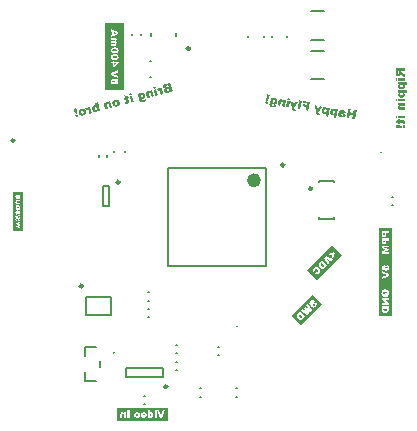
<source format=gbo>
G04 Layer_Color=13948096*
%FSLAX25Y25*%
%MOIN*%
G70*
G01*
G75*
%ADD54C,0.00787*%
%ADD56C,0.00984*%
%ADD165C,0.02362*%
G36*
X149966Y211223D02*
X149161Y211007D01*
X148892Y212012D01*
X148878Y212062D01*
X148862Y212112D01*
X148844Y212152D01*
X148830Y212192D01*
X148810Y212228D01*
X148795Y212258D01*
X148781Y212284D01*
X148765Y212307D01*
X148750Y212327D01*
X148738Y212344D01*
X148724Y212357D01*
X148715Y212368D01*
X148701Y212382D01*
X148696Y212387D01*
X148651Y212416D01*
X148606Y212431D01*
X148560Y212439D01*
X148518Y212445D01*
X148484Y212442D01*
X148458Y212439D01*
X148438Y212437D01*
X148432Y212435D01*
X148385Y212419D01*
X148347Y212399D01*
X148315Y212377D01*
X148291Y212353D01*
X148270Y212331D01*
X148257Y212314D01*
X148250Y212302D01*
X148248Y212298D01*
X148232Y212256D01*
X148228Y212207D01*
X148228Y212157D01*
X148231Y212110D01*
X148236Y212064D01*
X148242Y212028D01*
X148246Y212015D01*
X148248Y212006D01*
X148250Y211999D01*
X148251Y211996D01*
X148559Y210846D01*
X147751Y210630D01*
X147395Y211960D01*
X147377Y212037D01*
X147365Y212109D01*
X147357Y212178D01*
X147350Y212240D01*
X147352Y212298D01*
X147354Y212353D01*
X147358Y212402D01*
X147366Y212448D01*
X147375Y212488D01*
X147383Y212524D01*
X147392Y212554D01*
X147402Y212580D01*
X147407Y212599D01*
X147413Y212614D01*
X147418Y212622D01*
X147420Y212626D01*
X147449Y212671D01*
X147478Y212713D01*
X147513Y212749D01*
X147548Y212782D01*
X147586Y212816D01*
X147626Y212844D01*
X147703Y212888D01*
X147738Y212908D01*
X147775Y212925D01*
X147805Y212936D01*
X147833Y212947D01*
X147854Y212956D01*
X147870Y212960D01*
X147883Y212964D01*
X147886Y212965D01*
X147976Y212985D01*
X148057Y212997D01*
X148135Y213001D01*
X148199Y213001D01*
X148227Y212998D01*
X148255Y212996D01*
X148275Y212994D01*
X148293Y212992D01*
X148307Y212989D01*
X148319Y212985D01*
X148326Y212984D01*
X148329Y212985D01*
X148402Y212964D01*
X148475Y212936D01*
X148548Y212901D01*
X148612Y212867D01*
X148666Y212831D01*
X148710Y212805D01*
X148727Y212793D01*
X148739Y212786D01*
X148744Y212780D01*
X148748Y212778D01*
X148656Y213120D01*
X149404Y213320D01*
X149966Y211223D01*
D02*
G37*
G36*
X153102Y212064D02*
X152294Y211847D01*
X152107Y212547D01*
X152082Y212639D01*
X152054Y212720D01*
X152027Y212794D01*
X152002Y212862D01*
X151976Y212923D01*
X151951Y212977D01*
X151925Y213021D01*
X151901Y213062D01*
X151881Y213098D01*
X151860Y213126D01*
X151843Y213152D01*
X151828Y213169D01*
X151817Y213186D01*
X151808Y213194D01*
X151800Y213198D01*
X151799Y213202D01*
X151752Y213237D01*
X151706Y213258D01*
X151658Y213272D01*
X151612Y213277D01*
X151575Y213277D01*
X151546Y213273D01*
X151526Y213271D01*
X151523Y213270D01*
X151519Y213269D01*
X151485Y213257D01*
X151452Y213241D01*
X151417Y213221D01*
X151384Y213203D01*
X151356Y213181D01*
X151330Y213164D01*
X151316Y213154D01*
X151311Y213149D01*
X150907Y213655D01*
X150972Y213714D01*
X151039Y213758D01*
X151100Y213795D01*
X151156Y213827D01*
X151202Y213846D01*
X151220Y213855D01*
X151236Y213859D01*
X151248Y213865D01*
X151257Y213868D01*
X151263Y213870D01*
X151267Y213871D01*
X151328Y213883D01*
X151387Y213889D01*
X151439Y213886D01*
X151487Y213885D01*
X151523Y213878D01*
X151552Y213869D01*
X151571Y213864D01*
X151578Y213862D01*
X151604Y213852D01*
X151629Y213835D01*
X151682Y213802D01*
X151734Y213761D01*
X151779Y213719D01*
X151820Y213679D01*
X151853Y213647D01*
X151866Y213634D01*
X151873Y213622D01*
X151881Y213617D01*
X151789Y213960D01*
X152540Y214161D01*
X153102Y212064D01*
D02*
G37*
G36*
X150655Y213924D02*
X149850Y213708D01*
X149704Y214253D01*
X150509Y214469D01*
X150655Y213924D01*
D02*
G37*
G36*
X142566Y211756D02*
X141761Y211541D01*
X141615Y212086D01*
X142420Y212301D01*
X142566Y211756D01*
D02*
G37*
G36*
X146271Y212467D02*
X146327Y212459D01*
X146381Y212449D01*
X146429Y212435D01*
X146473Y212420D01*
X146514Y212407D01*
X146549Y212392D01*
X146576Y212379D01*
X146599Y212369D01*
X146618Y212360D01*
X146627Y212352D01*
X146631Y212350D01*
X146686Y212310D01*
X146735Y212266D01*
X146783Y212214D01*
X146828Y212162D01*
X146866Y212107D01*
X146902Y212049D01*
X146934Y211993D01*
X146963Y211936D01*
X146988Y211882D01*
X147008Y211833D01*
X147027Y211787D01*
X147041Y211747D01*
X147049Y211715D01*
X147059Y211690D01*
X147064Y211675D01*
X147065Y211668D01*
X147083Y211588D01*
X147097Y211514D01*
X147109Y211442D01*
X147114Y211372D01*
X147117Y211309D01*
X147117Y211247D01*
X147112Y211189D01*
X147109Y211137D01*
X147104Y211091D01*
X147096Y211048D01*
X147088Y211012D01*
X147082Y210984D01*
X147075Y210961D01*
X147070Y210943D01*
X147069Y210932D01*
X147067Y210928D01*
X147033Y210852D01*
X146997Y210781D01*
X146953Y210718D01*
X146907Y210662D01*
X146860Y210608D01*
X146814Y210565D01*
X146764Y210525D01*
X146718Y210492D01*
X146671Y210466D01*
X146627Y210440D01*
X146587Y210423D01*
X146554Y210407D01*
X146527Y210397D01*
X146505Y210387D01*
X146489Y210383D01*
X146486Y210382D01*
X146406Y210364D01*
X146327Y210357D01*
X146256Y210355D01*
X146191Y210357D01*
X146136Y210360D01*
X146114Y210364D01*
X146093Y210365D01*
X146079Y210368D01*
X146068Y210372D01*
X146061Y210374D01*
X146057Y210373D01*
X146005Y210389D01*
X145957Y210407D01*
X145906Y210431D01*
X145862Y210456D01*
X145823Y210476D01*
X145791Y210495D01*
X145774Y210507D01*
X145766Y210512D01*
X145851Y210192D01*
X145862Y210151D01*
X145876Y210114D01*
X145903Y210050D01*
X145934Y209997D01*
X145961Y209960D01*
X145986Y209929D01*
X146008Y209911D01*
X146022Y209898D01*
X146026Y209896D01*
X146069Y209873D01*
X146116Y209862D01*
X146166Y209855D01*
X146209Y209857D01*
X146249Y209860D01*
X146282Y209866D01*
X146295Y209866D01*
X146305Y209869D01*
X146308Y209869D01*
X146311Y209870D01*
X146358Y209886D01*
X146400Y209904D01*
X146436Y209924D01*
X146467Y209946D01*
X146489Y209965D01*
X146506Y209980D01*
X146517Y209990D01*
X146519Y209994D01*
X146536Y210019D01*
X146546Y210045D01*
X146562Y210100D01*
X146564Y210128D01*
X146566Y210149D01*
X146569Y210163D01*
X146568Y210167D01*
X147323Y210464D01*
X147338Y210421D01*
X147347Y210389D01*
X147350Y210376D01*
X147353Y210367D01*
X147354Y210364D01*
X147355Y210360D01*
X147367Y210302D01*
X147376Y210244D01*
X147377Y210190D01*
X147374Y210135D01*
X147370Y210086D01*
X147362Y210040D01*
X147350Y209996D01*
X147338Y209955D01*
X147324Y209917D01*
X147309Y209883D01*
X147296Y209856D01*
X147285Y209833D01*
X147274Y209812D01*
X147264Y209800D01*
X147259Y209791D01*
X147257Y209788D01*
X147219Y209740D01*
X147169Y209696D01*
X147113Y209654D01*
X147052Y209614D01*
X146987Y209579D01*
X146918Y209544D01*
X146778Y209483D01*
X146714Y209455D01*
X146649Y209431D01*
X146593Y209413D01*
X146540Y209395D01*
X146500Y209381D01*
X146468Y209372D01*
X146456Y209369D01*
X146446Y209366D01*
X146443Y209366D01*
X146440Y209365D01*
X146337Y209341D01*
X146244Y209323D01*
X146160Y209307D01*
X146120Y209303D01*
X146084Y209297D01*
X146054Y209295D01*
X146025Y209291D01*
X145999Y209287D01*
X145978Y209289D01*
X145961Y209288D01*
X145949Y209284D01*
X145941Y209286D01*
X145938Y209285D01*
X145856Y209286D01*
X145780Y209293D01*
X145713Y209302D01*
X145651Y209316D01*
X145604Y209328D01*
X145571Y209339D01*
X145548Y209347D01*
X145540Y209351D01*
X145477Y209382D01*
X145420Y209418D01*
X145370Y209455D01*
X145325Y209494D01*
X145293Y209526D01*
X145264Y209556D01*
X145255Y209567D01*
X145246Y209575D01*
X145242Y209577D01*
X145241Y209580D01*
X145195Y209639D01*
X145155Y209700D01*
X145125Y209760D01*
X145097Y209813D01*
X145078Y209859D01*
X145072Y209881D01*
X145065Y209896D01*
X145060Y209912D01*
X145058Y209922D01*
X145056Y209928D01*
X145055Y209931D01*
X145031Y210023D01*
X144499Y212006D01*
X145250Y212208D01*
X145333Y211897D01*
X145369Y211978D01*
X145405Y212049D01*
X145443Y212110D01*
X145480Y212160D01*
X145514Y212200D01*
X145537Y212227D01*
X145548Y212236D01*
X145556Y212245D01*
X145558Y212249D01*
X145561Y212250D01*
X145617Y212296D01*
X145678Y212336D01*
X145741Y212366D01*
X145801Y212396D01*
X145856Y212417D01*
X145881Y212424D01*
X145900Y212432D01*
X145919Y212438D01*
X145931Y212441D01*
X145938Y212443D01*
X145941Y212443D01*
X146011Y212459D01*
X146080Y212470D01*
X146147Y212472D01*
X146212Y212472D01*
X146271Y212467D01*
D02*
G37*
G36*
X156201Y212894D02*
X154658Y212480D01*
X154636Y212474D01*
X154613Y212472D01*
X154584Y212464D01*
X154552Y212459D01*
X154483Y212447D01*
X154415Y212436D01*
X154350Y212425D01*
X154321Y212421D01*
X154295Y212417D01*
X154275Y212415D01*
X154258Y212414D01*
X154248Y212411D01*
X154245Y212410D01*
X154163Y212402D01*
X154089Y212399D01*
X154028Y212397D01*
X153977Y212400D01*
X153934Y212405D01*
X153905Y212411D01*
X153888Y212413D01*
X153881Y212415D01*
X153806Y212439D01*
X153737Y212471D01*
X153673Y212505D01*
X153623Y212539D01*
X153577Y212571D01*
X153547Y212597D01*
X153534Y212607D01*
X153525Y212615D01*
X153521Y212617D01*
X153520Y212620D01*
X153467Y212681D01*
X153419Y212743D01*
X153382Y212807D01*
X153353Y212864D01*
X153331Y212919D01*
X153322Y212941D01*
X153314Y212959D01*
X153310Y212975D01*
X153306Y212987D01*
X153305Y212994D01*
X153304Y212997D01*
X153290Y213048D01*
X153284Y213097D01*
X153276Y213190D01*
X153280Y213276D01*
X153283Y213314D01*
X153287Y213349D01*
X153296Y213382D01*
X153302Y213411D01*
X153308Y213436D01*
X153316Y213459D01*
X153322Y213474D01*
X153326Y213485D01*
X153327Y213492D01*
X153330Y213496D01*
X153350Y213536D01*
X153373Y213576D01*
X153431Y213649D01*
X153495Y213714D01*
X153562Y213769D01*
X153621Y213815D01*
X153650Y213833D01*
X153673Y213850D01*
X153693Y213862D01*
X153708Y213869D01*
X153717Y213875D01*
X153720Y213876D01*
X153640Y213885D01*
X153568Y213900D01*
X153506Y213917D01*
X153453Y213937D01*
X153410Y213956D01*
X153379Y213971D01*
X153363Y213981D01*
X153355Y213985D01*
X153317Y214012D01*
X153281Y214044D01*
X153250Y214072D01*
X153221Y214106D01*
X153172Y214174D01*
X153135Y214235D01*
X153109Y214293D01*
X153099Y214317D01*
X153090Y214339D01*
X153082Y214357D01*
X153079Y214370D01*
X153076Y214379D01*
X153075Y214382D01*
X153063Y214440D01*
X153055Y214496D01*
X153054Y214550D01*
X153054Y214601D01*
X153057Y214652D01*
X153065Y214699D01*
X153077Y214743D01*
X153087Y214783D01*
X153100Y214820D01*
X153115Y214855D01*
X153127Y214885D01*
X153138Y214908D01*
X153146Y214928D01*
X153156Y214944D01*
X153160Y214952D01*
X153163Y214956D01*
X153197Y215006D01*
X153236Y215050D01*
X153279Y215092D01*
X153327Y215129D01*
X153375Y215165D01*
X153421Y215195D01*
X153519Y215248D01*
X153564Y215270D01*
X153606Y215289D01*
X153647Y215303D01*
X153681Y215315D01*
X153709Y215326D01*
X153731Y215332D01*
X153743Y215335D01*
X153750Y215337D01*
X155426Y215786D01*
X156201Y212894D01*
D02*
G37*
G36*
X204306Y208090D02*
X204465Y206593D01*
X205159Y207939D01*
X206021Y207787D01*
X204750Y205807D01*
X204762Y205745D01*
X204779Y205688D01*
X204797Y205642D01*
X204817Y205605D01*
X204832Y205576D01*
X204845Y205557D01*
X204857Y205545D01*
X204859Y205541D01*
X204891Y205512D01*
X204927Y205489D01*
X204963Y205469D01*
X204998Y205456D01*
X205029Y205444D01*
X205057Y205436D01*
X205073Y205433D01*
X205077Y205433D01*
X205080Y205432D01*
X205161Y205421D01*
X205237Y205414D01*
X205303Y205413D01*
X205363Y205412D01*
X205413Y205413D01*
X205434Y205416D01*
X205450Y205417D01*
X205467Y205417D01*
X205477Y205419D01*
X205481Y205421D01*
X205484Y205421D01*
X205322Y204860D01*
X205253Y204862D01*
X205190Y204866D01*
X205131Y204870D01*
X205075Y204873D01*
X205026Y204879D01*
X204980Y204884D01*
X204937Y204888D01*
X204901Y204891D01*
X204868Y204893D01*
X204839Y204898D01*
X204816Y204899D01*
X204797Y204902D01*
X204784Y204905D01*
X204774Y204906D01*
X204768Y204908D01*
X204764Y204908D01*
X204684Y204926D01*
X204614Y204945D01*
X204545Y204967D01*
X204485Y204987D01*
X204430Y205014D01*
X204378Y205040D01*
X204332Y205064D01*
X204294Y205091D01*
X204258Y205117D01*
X204229Y205139D01*
X204203Y205160D01*
X204183Y205181D01*
X204169Y205193D01*
X204157Y205205D01*
X204152Y205213D01*
X204149Y205216D01*
X204125Y205251D01*
X204105Y205288D01*
X204083Y205331D01*
X204065Y205378D01*
X204028Y205474D01*
X203998Y205569D01*
X203986Y205615D01*
X203977Y205656D01*
X203968Y205698D01*
X203960Y205729D01*
X203952Y205761D01*
X203949Y205781D01*
X203945Y205795D01*
X203946Y205799D01*
X203499Y208232D01*
X204306Y208090D01*
D02*
G37*
G36*
X229274Y138051D02*
X224830D01*
Y167323D01*
X229274D01*
Y138051D01*
D02*
G37*
G36*
X196289Y209503D02*
X196448Y208007D01*
X197142Y209353D01*
X198004Y209201D01*
X196732Y207220D01*
X196745Y207158D01*
X196762Y207102D01*
X196780Y207055D01*
X196800Y207019D01*
X196815Y206989D01*
X196828Y206970D01*
X196839Y206958D01*
X196842Y206955D01*
X196874Y206926D01*
X196909Y206903D01*
X196946Y206883D01*
X196980Y206870D01*
X197012Y206858D01*
X197040Y206850D01*
X197056Y206847D01*
X197059Y206846D01*
X197063Y206846D01*
X197144Y206835D01*
X197219Y206828D01*
X197286Y206826D01*
X197346Y206826D01*
X197396Y206827D01*
X197416Y206830D01*
X197433Y206830D01*
X197450Y206831D01*
X197460Y206832D01*
X197464Y206835D01*
X197467Y206834D01*
X197305Y206273D01*
X197235Y206276D01*
X197173Y206280D01*
X197114Y206284D01*
X197057Y206287D01*
X197008Y206292D01*
X196963Y206297D01*
X196920Y206301D01*
X196884Y206304D01*
X196851Y206307D01*
X196822Y206312D01*
X196799Y206313D01*
X196779Y206316D01*
X196766Y206318D01*
X196757Y206320D01*
X196750Y206321D01*
X196747Y206322D01*
X196667Y206339D01*
X196597Y206358D01*
X196528Y206381D01*
X196468Y206401D01*
X196413Y206427D01*
X196361Y206453D01*
X196315Y206478D01*
X196276Y206505D01*
X196241Y206531D01*
X196212Y206553D01*
X196186Y206574D01*
X196166Y206594D01*
X196151Y206607D01*
X196140Y206619D01*
X196135Y206626D01*
X196132Y206630D01*
X196108Y206664D01*
X196088Y206701D01*
X196066Y206745D01*
X196047Y206792D01*
X196011Y206888D01*
X195981Y206983D01*
X195969Y207029D01*
X195960Y207070D01*
X195950Y207112D01*
X195943Y207143D01*
X195935Y207174D01*
X195932Y207195D01*
X195928Y207209D01*
X195928Y207212D01*
X195481Y209646D01*
X196289Y209503D01*
D02*
G37*
G36*
X215638Y206927D02*
X215456Y205894D01*
X216454Y205718D01*
X216637Y206751D01*
X217548Y206591D01*
X217028Y203642D01*
X216117Y203802D01*
X216327Y204994D01*
X215329Y205170D01*
X215119Y203978D01*
X214204Y204139D01*
X214724Y207089D01*
X215638Y206927D01*
D02*
G37*
G36*
X209724Y207174D02*
X209760Y207171D01*
X209789Y207170D01*
X209813Y207169D01*
X209825Y207167D01*
X209832Y207165D01*
X209909Y207148D01*
X209981Y207122D01*
X210047Y207098D01*
X210104Y207067D01*
X210150Y207043D01*
X210168Y207030D01*
X210183Y207020D01*
X210194Y207012D01*
X210203Y207003D01*
X210209Y206999D01*
X210212Y206998D01*
X210258Y206957D01*
X210300Y206910D01*
X210340Y206856D01*
X210378Y206803D01*
X210409Y206754D01*
X210436Y206716D01*
X210443Y206701D01*
X210451Y206690D01*
X210453Y206683D01*
X210456Y206679D01*
X210511Y206996D01*
X211277Y206861D01*
X210756Y203908D01*
X209929Y204054D01*
X210109Y205071D01*
X210056Y205034D01*
X210000Y205004D01*
X209949Y204980D01*
X209903Y204961D01*
X209860Y204945D01*
X209829Y204938D01*
X209808Y204931D01*
X209804Y204929D01*
X209801Y204929D01*
X209736Y204921D01*
X209672Y204915D01*
X209612Y204916D01*
X209558Y204915D01*
X209509Y204921D01*
X209473Y204924D01*
X209460Y204926D01*
X209451Y204928D01*
X209444Y204929D01*
X209441Y204929D01*
X209370Y204945D01*
X209304Y204967D01*
X209242Y204991D01*
X209184Y205018D01*
X209133Y205050D01*
X209082Y205083D01*
X209038Y205117D01*
X208997Y205151D01*
X208963Y205184D01*
X208932Y205216D01*
X208907Y205243D01*
X208885Y205271D01*
X208869Y205290D01*
X208858Y205305D01*
X208850Y205317D01*
X208847Y205321D01*
X208812Y205383D01*
X208784Y205452D01*
X208760Y205523D01*
X208742Y205592D01*
X208728Y205665D01*
X208717Y205736D01*
X208713Y205807D01*
X208712Y205874D01*
X208713Y205937D01*
X208713Y205997D01*
X208716Y206050D01*
X208721Y206096D01*
X208724Y206132D01*
X208729Y206161D01*
X208732Y206177D01*
X208733Y206183D01*
X208752Y206270D01*
X208773Y206356D01*
X208801Y206435D01*
X208826Y206507D01*
X208858Y206574D01*
X208890Y206639D01*
X208923Y206696D01*
X208952Y206748D01*
X208984Y206795D01*
X209015Y206837D01*
X209041Y206872D01*
X209066Y206901D01*
X209083Y206924D01*
X209099Y206938D01*
X209108Y206950D01*
X209112Y206953D01*
X209167Y207003D01*
X209228Y207045D01*
X209287Y207078D01*
X209349Y207107D01*
X209409Y207130D01*
X209469Y207146D01*
X209528Y207159D01*
X209582Y207166D01*
X209633Y207170D01*
X209681Y207175D01*
X209724Y207174D01*
D02*
G37*
G36*
X206975Y207659D02*
X207011Y207656D01*
X207041Y207654D01*
X207064Y207653D01*
X207077Y207651D01*
X207083Y207650D01*
X207160Y207633D01*
X207232Y207607D01*
X207298Y207582D01*
X207355Y207552D01*
X207401Y207527D01*
X207419Y207514D01*
X207434Y207505D01*
X207446Y207496D01*
X207454Y207488D01*
X207460Y207484D01*
X207463Y207483D01*
X207509Y207442D01*
X207551Y207394D01*
X207591Y207341D01*
X207629Y207287D01*
X207660Y207239D01*
X207687Y207201D01*
X207694Y207186D01*
X207702Y207174D01*
X207704Y207168D01*
X207707Y207164D01*
X207763Y207480D01*
X208528Y207345D01*
X208008Y204393D01*
X207181Y204539D01*
X207360Y205556D01*
X207307Y205519D01*
X207252Y205489D01*
X207201Y205464D01*
X207154Y205446D01*
X207111Y205430D01*
X207080Y205422D01*
X207059Y205416D01*
X207055Y205414D01*
X207052Y205414D01*
X206987Y205405D01*
X206923Y205400D01*
X206863Y205401D01*
X206810Y205400D01*
X206761Y205405D01*
X206725Y205409D01*
X206712Y205411D01*
X206702Y205413D01*
X206695Y205414D01*
X206692Y205414D01*
X206622Y205430D01*
X206556Y205452D01*
X206493Y205476D01*
X206435Y205503D01*
X206384Y205535D01*
X206333Y205568D01*
X206289Y205602D01*
X206248Y205636D01*
X206214Y205668D01*
X206183Y205700D01*
X206158Y205728D01*
X206136Y205755D01*
X206120Y205775D01*
X206109Y205790D01*
X206101Y205802D01*
X206098Y205805D01*
X206063Y205868D01*
X206035Y205936D01*
X206011Y206007D01*
X205993Y206077D01*
X205979Y206149D01*
X205968Y206221D01*
X205964Y206292D01*
X205963Y206359D01*
X205964Y206422D01*
X205964Y206482D01*
X205967Y206535D01*
X205972Y206580D01*
X205975Y206616D01*
X205980Y206645D01*
X205983Y206662D01*
X205984Y206668D01*
X206003Y206755D01*
X206025Y206841D01*
X206052Y206919D01*
X206078Y206991D01*
X206110Y207059D01*
X206141Y207123D01*
X206174Y207181D01*
X206203Y207232D01*
X206235Y207280D01*
X206266Y207321D01*
X206292Y207357D01*
X206317Y207385D01*
X206334Y207409D01*
X206350Y207423D01*
X206359Y207435D01*
X206363Y207437D01*
X206418Y207488D01*
X206479Y207530D01*
X206538Y207563D01*
X206600Y207592D01*
X206661Y207615D01*
X206720Y207631D01*
X206779Y207644D01*
X206833Y207651D01*
X206884Y207655D01*
X206932Y207660D01*
X206975Y207659D01*
D02*
G37*
G36*
X151284Y211576D02*
X150479Y211361D01*
X149917Y213458D01*
X150722Y213673D01*
X151284Y211576D01*
D02*
G37*
G36*
X126292Y207100D02*
X126372Y207095D01*
X126443Y207083D01*
X126510Y207071D01*
X126573Y207053D01*
X126628Y207038D01*
X126673Y207023D01*
X126710Y207009D01*
X126742Y206993D01*
X126765Y206983D01*
X126780Y206977D01*
X126784Y206974D01*
X126857Y206929D01*
X126925Y206880D01*
X126983Y206827D01*
X127039Y206771D01*
X127088Y206713D01*
X127132Y206653D01*
X127171Y206596D01*
X127203Y206540D01*
X127231Y206486D01*
X127258Y206436D01*
X127277Y206390D01*
X127291Y206349D01*
X127303Y206319D01*
X127313Y206294D01*
X127317Y206278D01*
X127319Y206272D01*
X127341Y206176D01*
X127352Y206084D01*
X127356Y205993D01*
X127352Y205907D01*
X127343Y205827D01*
X127330Y205749D01*
X127312Y205676D01*
X127289Y205609D01*
X127268Y205549D01*
X127245Y205495D01*
X127224Y205449D01*
X127204Y205409D01*
X127185Y205377D01*
X127170Y205356D01*
X127161Y205340D01*
X127158Y205336D01*
X127110Y205276D01*
X127058Y205217D01*
X127001Y205165D01*
X126939Y205118D01*
X126879Y205074D01*
X126814Y205037D01*
X126753Y205000D01*
X126693Y204970D01*
X126635Y204944D01*
X126584Y204921D01*
X126534Y204904D01*
X126491Y204886D01*
X126457Y204876D01*
X126432Y204866D01*
X126416Y204862D01*
X126410Y204860D01*
X126304Y204836D01*
X126207Y204819D01*
X126111Y204811D01*
X126020Y204807D01*
X125934Y204811D01*
X125855Y204817D01*
X125781Y204824D01*
X125713Y204840D01*
X125651Y204854D01*
X125597Y204867D01*
X125551Y204885D01*
X125513Y204899D01*
X125480Y204910D01*
X125460Y204922D01*
X125444Y204928D01*
X125441Y204930D01*
X125367Y204975D01*
X125300Y205025D01*
X125241Y205077D01*
X125186Y205133D01*
X125136Y205191D01*
X125093Y205251D01*
X125054Y205309D01*
X125021Y205368D01*
X124993Y205421D01*
X124966Y205472D01*
X124947Y205518D01*
X124933Y205558D01*
X124921Y205589D01*
X124911Y205613D01*
X124907Y205629D01*
X124905Y205635D01*
X124887Y205715D01*
X124873Y205793D01*
X124869Y205870D01*
X124867Y205941D01*
X124869Y206010D01*
X124875Y206076D01*
X124882Y206139D01*
X124894Y206196D01*
X124908Y206247D01*
X124919Y206291D01*
X124932Y206332D01*
X124944Y206366D01*
X124953Y206395D01*
X124961Y206415D01*
X124968Y206427D01*
X124970Y206431D01*
X125017Y206511D01*
X125071Y206587D01*
X125134Y206658D01*
X125199Y206719D01*
X125269Y206775D01*
X125339Y206828D01*
X125413Y206872D01*
X125483Y206914D01*
X125549Y206945D01*
X125615Y206977D01*
X125674Y206999D01*
X125723Y207019D01*
X125766Y207034D01*
X125797Y207046D01*
X125810Y207049D01*
X125819Y207052D01*
X125822Y207053D01*
X125826Y207054D01*
X125928Y207078D01*
X126025Y207094D01*
X126118Y207101D01*
X126206Y207105D01*
X126292Y207100D01*
D02*
G37*
G36*
X124199Y206713D02*
X124394Y205349D01*
X123862Y205206D01*
X123340Y206483D01*
X123164Y207142D01*
X124022Y207372D01*
X124199Y206713D01*
D02*
G37*
G36*
X129287Y205682D02*
X128479Y205466D01*
X128291Y206166D01*
X128267Y206258D01*
X128238Y206338D01*
X128211Y206413D01*
X128186Y206481D01*
X128160Y206541D01*
X128135Y206596D01*
X128110Y206640D01*
X128085Y206681D01*
X128065Y206716D01*
X128044Y206745D01*
X128027Y206771D01*
X128013Y206787D01*
X128001Y206805D01*
X127992Y206812D01*
X127984Y206817D01*
X127983Y206820D01*
X127937Y206855D01*
X127890Y206877D01*
X127842Y206891D01*
X127797Y206896D01*
X127759Y206896D01*
X127730Y206891D01*
X127710Y206890D01*
X127707Y206889D01*
X127704Y206888D01*
X127670Y206875D01*
X127637Y206860D01*
X127601Y206840D01*
X127569Y206821D01*
X127541Y206800D01*
X127515Y206783D01*
X127500Y206772D01*
X127495Y206767D01*
X127091Y207274D01*
X127157Y207332D01*
X127223Y207377D01*
X127284Y207414D01*
X127340Y207446D01*
X127386Y207465D01*
X127404Y207473D01*
X127420Y207477D01*
X127432Y207484D01*
X127441Y207487D01*
X127448Y207488D01*
X127451Y207489D01*
X127512Y207502D01*
X127572Y207508D01*
X127623Y207505D01*
X127671Y207504D01*
X127707Y207497D01*
X127737Y207488D01*
X127755Y207482D01*
X127762Y207481D01*
X127789Y207471D01*
X127813Y207454D01*
X127867Y207420D01*
X127918Y207380D01*
X127963Y207338D01*
X128005Y207298D01*
X128037Y207266D01*
X128051Y207253D01*
X128057Y207241D01*
X128065Y207236D01*
X127974Y207578D01*
X128725Y207779D01*
X129287Y205682D01*
D02*
G37*
G36*
X212544Y158336D02*
X204277Y150069D01*
X201134Y153212D01*
X209401Y161479D01*
X212544Y158336D01*
D02*
G37*
G36*
X154626Y103110D02*
X137813D01*
Y107510D01*
X154626D01*
Y103110D01*
D02*
G37*
G36*
X124769Y204471D02*
X123967Y204257D01*
X123777Y204966D01*
X124578Y205181D01*
X124769Y204471D01*
D02*
G37*
G36*
X136035Y207490D02*
X135230Y207275D01*
X134961Y208279D01*
X134948Y208330D01*
X134931Y208380D01*
X134913Y208419D01*
X134899Y208459D01*
X134880Y208495D01*
X134865Y208525D01*
X134851Y208552D01*
X134834Y208574D01*
X134819Y208594D01*
X134808Y208611D01*
X134794Y208625D01*
X134784Y208636D01*
X134770Y208649D01*
X134765Y208654D01*
X134720Y208683D01*
X134676Y208698D01*
X134629Y208706D01*
X134587Y208712D01*
X134554Y208710D01*
X134528Y208706D01*
X134508Y208704D01*
X134501Y208702D01*
X134455Y208687D01*
X134416Y208666D01*
X134385Y208644D01*
X134360Y208621D01*
X134339Y208598D01*
X134327Y208581D01*
X134320Y208569D01*
X134317Y208565D01*
X134301Y208523D01*
X134298Y208475D01*
X134298Y208424D01*
X134300Y208377D01*
X134305Y208331D01*
X134312Y208295D01*
X134315Y208282D01*
X134318Y208273D01*
X134319Y208267D01*
X134320Y208263D01*
X134628Y207113D01*
X133820Y206897D01*
X133464Y208228D01*
X133447Y208304D01*
X133434Y208376D01*
X133426Y208445D01*
X133419Y208508D01*
X133421Y208566D01*
X133423Y208621D01*
X133427Y208669D01*
X133435Y208716D01*
X133445Y208755D01*
X133452Y208791D01*
X133461Y208821D01*
X133471Y208847D01*
X133476Y208866D01*
X133482Y208881D01*
X133487Y208889D01*
X133489Y208893D01*
X133518Y208938D01*
X133547Y208980D01*
X133582Y209016D01*
X133617Y209050D01*
X133656Y209084D01*
X133696Y209111D01*
X133772Y209156D01*
X133808Y209175D01*
X133844Y209192D01*
X133875Y209204D01*
X133902Y209214D01*
X133924Y209224D01*
X133940Y209228D01*
X133952Y209231D01*
X133955Y209232D01*
X134045Y209253D01*
X134127Y209264D01*
X134204Y209268D01*
X134268Y209268D01*
X134296Y209265D01*
X134324Y209263D01*
X134345Y209262D01*
X134362Y209260D01*
X134377Y209257D01*
X134388Y209253D01*
X134395Y209251D01*
X134398Y209252D01*
X134472Y209231D01*
X134544Y209203D01*
X134618Y209168D01*
X134681Y209134D01*
X134735Y209098D01*
X134779Y209072D01*
X134796Y209060D01*
X134808Y209053D01*
X134813Y209048D01*
X134817Y209045D01*
X134725Y209387D01*
X135473Y209588D01*
X136035Y207490D01*
D02*
G37*
G36*
X143195Y209409D02*
X142390Y209193D01*
X141828Y211291D01*
X142633Y211506D01*
X143195Y209409D01*
D02*
G37*
G36*
X141051Y211493D02*
X141154Y211110D01*
X141448Y211189D01*
X141606Y210599D01*
X141312Y210521D01*
X141509Y209782D01*
X141526Y209719D01*
X141539Y209658D01*
X141551Y209603D01*
X141561Y209552D01*
X141567Y209506D01*
X141572Y209459D01*
X141576Y209420D01*
X141578Y209386D01*
X141583Y209357D01*
X141583Y209330D01*
X141583Y209306D01*
X141580Y209289D01*
X141581Y209272D01*
X141581Y209262D01*
X141579Y209258D01*
X141579Y209254D01*
X141565Y209193D01*
X141546Y209137D01*
X141523Y209086D01*
X141496Y209045D01*
X141471Y209012D01*
X141450Y208989D01*
X141438Y208972D01*
X141432Y208967D01*
X141407Y208947D01*
X141379Y208926D01*
X141314Y208888D01*
X141245Y208856D01*
X141174Y208827D01*
X141110Y208803D01*
X141081Y208795D01*
X141060Y208786D01*
X141038Y208780D01*
X141022Y208776D01*
X141012Y208773D01*
X141009Y208772D01*
X140910Y208749D01*
X140810Y208729D01*
X140716Y208714D01*
X140627Y208704D01*
X140584Y208699D01*
X140547Y208696D01*
X140515Y208691D01*
X140488Y208690D01*
X140465Y208687D01*
X140448Y208686D01*
X140438Y208687D01*
X140435Y208686D01*
X140346Y209257D01*
X140408Y209256D01*
X140462Y209257D01*
X140505Y209259D01*
X140545Y209262D01*
X140571Y209266D01*
X140594Y209269D01*
X140607Y209272D01*
X140610Y209273D01*
X140644Y209286D01*
X140671Y209300D01*
X140690Y209318D01*
X140705Y209336D01*
X140719Y209350D01*
X140725Y209365D01*
X140726Y209372D01*
X140728Y209376D01*
X140733Y209398D01*
X140732Y209425D01*
X140728Y209454D01*
X140723Y209487D01*
X140718Y209516D01*
X140712Y209538D01*
X140708Y209554D01*
X140706Y209560D01*
X140507Y210305D01*
X140063Y210186D01*
X139905Y210775D01*
X140349Y210894D01*
X140136Y211689D01*
X141051Y211493D01*
D02*
G37*
G36*
X137526Y210111D02*
X137606Y210105D01*
X137677Y210093D01*
X137745Y210081D01*
X137807Y210064D01*
X137862Y210048D01*
X137907Y210033D01*
X137945Y210019D01*
X137976Y210004D01*
X137999Y209993D01*
X138015Y209987D01*
X138019Y209984D01*
X138092Y209940D01*
X138160Y209890D01*
X138218Y209838D01*
X138274Y209781D01*
X138323Y209723D01*
X138366Y209663D01*
X138405Y209606D01*
X138437Y209550D01*
X138465Y209496D01*
X138492Y209446D01*
X138511Y209400D01*
X138526Y209360D01*
X138537Y209329D01*
X138547Y209304D01*
X138551Y209289D01*
X138553Y209282D01*
X138575Y209186D01*
X138587Y209094D01*
X138591Y209004D01*
X138586Y208918D01*
X138577Y208837D01*
X138564Y208759D01*
X138547Y208686D01*
X138524Y208619D01*
X138503Y208559D01*
X138480Y208505D01*
X138458Y208459D01*
X138438Y208419D01*
X138419Y208387D01*
X138405Y208366D01*
X138395Y208350D01*
X138393Y208346D01*
X138345Y208286D01*
X138293Y208228D01*
X138235Y208175D01*
X138173Y208128D01*
X138113Y208085D01*
X138049Y208047D01*
X137987Y208010D01*
X137927Y207980D01*
X137870Y207955D01*
X137819Y207931D01*
X137769Y207914D01*
X137726Y207896D01*
X137691Y207887D01*
X137667Y207877D01*
X137651Y207872D01*
X137645Y207871D01*
X137539Y207846D01*
X137442Y207830D01*
X137345Y207821D01*
X137255Y207817D01*
X137169Y207821D01*
X137089Y207827D01*
X137016Y207835D01*
X136947Y207850D01*
X136886Y207864D01*
X136831Y207877D01*
X136786Y207895D01*
X136748Y207909D01*
X136714Y207920D01*
X136694Y207932D01*
X136679Y207938D01*
X136675Y207940D01*
X136602Y207985D01*
X136534Y208035D01*
X136476Y208087D01*
X136420Y208144D01*
X136371Y208202D01*
X136328Y208261D01*
X136288Y208319D01*
X136256Y208378D01*
X136228Y208432D01*
X136200Y208482D01*
X136181Y208528D01*
X136167Y208568D01*
X136155Y208599D01*
X136146Y208624D01*
X136141Y208639D01*
X136140Y208646D01*
X136122Y208726D01*
X136108Y208804D01*
X136104Y208881D01*
X136102Y208951D01*
X136104Y209020D01*
X136110Y209086D01*
X136117Y209149D01*
X136129Y209206D01*
X136142Y209258D01*
X136154Y209302D01*
X136167Y209342D01*
X136178Y209376D01*
X136187Y209405D01*
X136196Y209425D01*
X136203Y209437D01*
X136205Y209441D01*
X136251Y209521D01*
X136306Y209597D01*
X136368Y209668D01*
X136433Y209730D01*
X136503Y209786D01*
X136574Y209839D01*
X136647Y209882D01*
X136717Y209925D01*
X136784Y209956D01*
X136850Y209987D01*
X136908Y210010D01*
X136957Y210030D01*
X137001Y210045D01*
X137032Y210056D01*
X137044Y210060D01*
X137054Y210062D01*
X137057Y210063D01*
X137060Y210064D01*
X137162Y210088D01*
X137260Y210104D01*
X137353Y210112D01*
X137440Y210115D01*
X137526Y210111D01*
D02*
G37*
G36*
X131986Y206405D02*
X131235Y206204D01*
X131153Y206511D01*
X131114Y206430D01*
X131075Y206358D01*
X131039Y206301D01*
X131005Y206251D01*
X130977Y206217D01*
X130954Y206190D01*
X130941Y206173D01*
X130936Y206168D01*
X130877Y206122D01*
X130816Y206082D01*
X130754Y206048D01*
X130696Y206022D01*
X130647Y206002D01*
X130626Y205993D01*
X130608Y205985D01*
X130595Y205982D01*
X130582Y205978D01*
X130576Y205977D01*
X130573Y205976D01*
X130483Y205958D01*
X130394Y205948D01*
X130312Y205950D01*
X130239Y205954D01*
X130207Y205959D01*
X130179Y205962D01*
X130154Y205969D01*
X130132Y205973D01*
X130115Y205975D01*
X130104Y205979D01*
X130096Y205984D01*
X130092Y205983D01*
X130005Y206017D01*
X129925Y206064D01*
X129854Y206113D01*
X129792Y206164D01*
X129742Y206212D01*
X129720Y206233D01*
X129704Y206252D01*
X129691Y206266D01*
X129681Y206277D01*
X129672Y206284D01*
X129671Y206288D01*
X129606Y206379D01*
X129549Y206476D01*
X129500Y206571D01*
X129462Y206663D01*
X129444Y206705D01*
X129430Y206743D01*
X129418Y206777D01*
X129409Y206808D01*
X129400Y206830D01*
X129395Y206849D01*
X129392Y206861D01*
X129391Y206865D01*
X129368Y206960D01*
X129351Y207051D01*
X129342Y207137D01*
X129337Y207217D01*
X129341Y207293D01*
X129342Y207364D01*
X129352Y207428D01*
X129360Y207488D01*
X129369Y207541D01*
X129383Y207589D01*
X129393Y207629D01*
X129404Y207663D01*
X129418Y207690D01*
X129426Y207709D01*
X129430Y207720D01*
X129432Y207724D01*
X129467Y207785D01*
X129506Y207843D01*
X129550Y207892D01*
X129592Y207937D01*
X129639Y207980D01*
X129686Y208017D01*
X129732Y208049D01*
X129776Y208075D01*
X129820Y208100D01*
X129860Y208118D01*
X129896Y208134D01*
X129926Y208149D01*
X129952Y208156D01*
X129973Y208165D01*
X129985Y208168D01*
X129989Y208169D01*
X130059Y208185D01*
X130124Y208195D01*
X130184Y208201D01*
X130238Y208202D01*
X130282Y208200D01*
X130317Y208199D01*
X130330Y208200D01*
X130341Y208199D01*
X130345Y208197D01*
X130348Y208197D01*
X130409Y208187D01*
X130468Y208168D01*
X130524Y208149D01*
X130569Y208131D01*
X130612Y208112D01*
X130640Y208096D01*
X130660Y208084D01*
X130668Y208080D01*
X130400Y209081D01*
X131211Y209298D01*
X131986Y206405D01*
D02*
G37*
G36*
X106449Y166240D02*
X102826D01*
Y179416D01*
X106449D01*
Y166240D01*
D02*
G37*
G36*
X212363Y206672D02*
X212370Y206675D01*
X212373Y206674D01*
X212416Y206673D01*
X212466Y206671D01*
X212565Y206667D01*
X212663Y206656D01*
X212757Y206643D01*
X212803Y206638D01*
X212842Y206631D01*
X212878Y206628D01*
X212910Y206623D01*
X212936Y206618D01*
X212955Y206615D01*
X212968Y206612D01*
X212972Y206612D01*
X213056Y206597D01*
X213135Y206576D01*
X213206Y206560D01*
X213269Y206543D01*
X213320Y206527D01*
X213342Y206520D01*
X213357Y206514D01*
X213373Y206508D01*
X213383Y206506D01*
X213388Y206502D01*
X213392Y206501D01*
X213461Y206476D01*
X213519Y206449D01*
X213568Y206423D01*
X213610Y206399D01*
X213644Y206380D01*
X213667Y206363D01*
X213679Y206354D01*
X213685Y206349D01*
X213734Y206307D01*
X213776Y206263D01*
X213812Y206220D01*
X213842Y206182D01*
X213862Y206148D01*
X213878Y206122D01*
X213889Y206107D01*
X213891Y206100D01*
X213911Y206046D01*
X213928Y205990D01*
X213941Y205935D01*
X213948Y205880D01*
X213953Y205833D01*
X213959Y205791D01*
X213960Y205778D01*
X213959Y205768D01*
X213961Y205761D01*
X213960Y205758D01*
X213164Y205815D01*
X213153Y205867D01*
X213141Y205909D01*
X213124Y205945D01*
X213109Y205975D01*
X213093Y205997D01*
X213083Y206013D01*
X213074Y206021D01*
X213071Y206025D01*
X213033Y206055D01*
X212988Y206079D01*
X212941Y206098D01*
X212891Y206116D01*
X212850Y206127D01*
X212811Y206137D01*
X212798Y206139D01*
X212789Y206141D01*
X212782Y206142D01*
X212779Y206143D01*
X212724Y206149D01*
X212677Y206151D01*
X212637Y206148D01*
X212606Y206143D01*
X212581Y206134D01*
X212563Y206128D01*
X212552Y206123D01*
X212549Y206120D01*
X212521Y206098D01*
X212500Y206069D01*
X212484Y206035D01*
X212468Y206001D01*
X212459Y205973D01*
X212452Y205947D01*
X212448Y205928D01*
X212448Y205925D01*
X212447Y205922D01*
X212501Y205889D01*
X212549Y205860D01*
X212598Y205835D01*
X212637Y205811D01*
X212674Y205795D01*
X212699Y205781D01*
X212717Y205774D01*
X212720Y205770D01*
X212723Y205770D01*
X212751Y205758D01*
X212785Y205742D01*
X212825Y205725D01*
X212869Y205707D01*
X212962Y205671D01*
X213058Y205630D01*
X213105Y205612D01*
X213152Y205594D01*
X213192Y205577D01*
X213227Y205564D01*
X213254Y205553D01*
X213279Y205542D01*
X213292Y205536D01*
X213298Y205535D01*
X213363Y205507D01*
X213425Y205479D01*
X213479Y205450D01*
X213532Y205424D01*
X213577Y205396D01*
X213615Y205369D01*
X213650Y205343D01*
X213679Y205318D01*
X213706Y205297D01*
X213728Y205273D01*
X213745Y205256D01*
X213759Y205241D01*
X213770Y205229D01*
X213778Y205217D01*
X213781Y205213D01*
X213784Y205210D01*
X213804Y205176D01*
X213818Y205140D01*
X213842Y205066D01*
X213855Y204994D01*
X213861Y204929D01*
X213863Y204869D01*
X213863Y204846D01*
X213859Y204826D01*
X213859Y204807D01*
X213857Y204794D01*
X213856Y204787D01*
X213855Y204784D01*
X213843Y204736D01*
X213829Y204692D01*
X213811Y204648D01*
X213791Y204612D01*
X213749Y204540D01*
X213699Y204485D01*
X213678Y204459D01*
X213654Y204440D01*
X213634Y204420D01*
X213615Y204407D01*
X213603Y204395D01*
X213592Y204387D01*
X213584Y204382D01*
X213581Y204379D01*
X213537Y204357D01*
X213490Y204335D01*
X213440Y204321D01*
X213388Y204310D01*
X213286Y204295D01*
X213189Y204292D01*
X213142Y204293D01*
X213103Y204294D01*
X213063Y204297D01*
X213034Y204299D01*
X213004Y204301D01*
X212984Y204305D01*
X212972Y204307D01*
X212968Y204308D01*
X212866Y204329D01*
X212770Y204356D01*
X212686Y204387D01*
X212648Y204401D01*
X212615Y204416D01*
X212583Y204429D01*
X212556Y204440D01*
X212531Y204454D01*
X212513Y204464D01*
X212498Y204474D01*
X212486Y204479D01*
X212480Y204484D01*
X212477Y204484D01*
X212424Y204523D01*
X212372Y204569D01*
X212323Y204614D01*
X212281Y204659D01*
X212245Y204701D01*
X212221Y204732D01*
X212209Y204744D01*
X212201Y204756D01*
X212199Y204760D01*
X212196Y204763D01*
X212184Y204732D01*
X212176Y204704D01*
X212168Y204682D01*
X212158Y204663D01*
X212152Y204648D01*
X212151Y204638D01*
X212146Y204632D01*
X212146Y204629D01*
X212137Y204614D01*
X212123Y204596D01*
X212097Y204558D01*
X212084Y204543D01*
X212071Y204529D01*
X212067Y204520D01*
X212063Y204517D01*
X211294Y204653D01*
X211325Y204697D01*
X211349Y204736D01*
X211371Y204769D01*
X211386Y204800D01*
X211401Y204824D01*
X211410Y204839D01*
X211416Y204851D01*
X211416Y204854D01*
X211429Y204889D01*
X211439Y204927D01*
X211449Y204965D01*
X211456Y205004D01*
X211465Y205036D01*
X211469Y205062D01*
X211473Y205081D01*
X211474Y205087D01*
X211641Y206034D01*
X211654Y206091D01*
X211670Y206145D01*
X211690Y206198D01*
X211708Y206245D01*
X211728Y206281D01*
X211743Y206312D01*
X211749Y206324D01*
X211754Y206334D01*
X211757Y206336D01*
X211758Y206340D01*
X211794Y206393D01*
X211829Y206440D01*
X211862Y206478D01*
X211898Y206511D01*
X211925Y206533D01*
X211949Y206552D01*
X211964Y206563D01*
X211968Y206566D01*
X212034Y206601D01*
X212102Y206628D01*
X212172Y206646D01*
X212234Y206659D01*
X212289Y206669D01*
X212313Y206671D01*
X212333Y206671D01*
X212350Y206675D01*
X212363Y206672D01*
D02*
G37*
G36*
X233563Y208176D02*
X232471D01*
X232418Y208172D01*
X232376Y208166D01*
X232333Y208163D01*
X232294Y208153D01*
X232261Y208146D01*
X232231Y208140D01*
X232205Y208130D01*
X232182Y208120D01*
X232162Y208113D01*
X232146Y208104D01*
X232133Y208097D01*
X232117Y208087D01*
X232110Y208084D01*
X232071Y208048D01*
X232044Y208009D01*
X232025Y207966D01*
X232008Y207927D01*
X232002Y207894D01*
X231998Y207867D01*
X231995Y207848D01*
Y207841D01*
X231998Y207792D01*
X232008Y207749D01*
X232021Y207713D01*
X232038Y207684D01*
X232054Y207658D01*
X232067Y207641D01*
X232077Y207631D01*
X232080Y207628D01*
X232117Y207602D01*
X232162Y207585D01*
X232212Y207572D01*
X232258Y207562D01*
X232304Y207556D01*
X232340Y207553D01*
X233563D01*
Y206716D01*
X232185D01*
X232107Y206719D01*
X232034Y206726D01*
X231966Y206736D01*
X231903Y206746D01*
X231848Y206762D01*
X231795Y206779D01*
X231749Y206795D01*
X231707Y206815D01*
X231670Y206834D01*
X231638Y206851D01*
X231611Y206867D01*
X231588Y206883D01*
X231572Y206893D01*
X231559Y206903D01*
X231552Y206910D01*
X231549Y206913D01*
X231513Y206952D01*
X231480Y206992D01*
X231454Y207034D01*
X231431Y207077D01*
X231408Y207123D01*
X231392Y207169D01*
X231369Y207254D01*
X231359Y207293D01*
X231352Y207333D01*
X231349Y207366D01*
X231346Y207395D01*
X231342Y207418D01*
Y207435D01*
Y207448D01*
Y207451D01*
X231346Y207543D01*
X231356Y207625D01*
X231372Y207700D01*
X231388Y207763D01*
X231398Y207789D01*
X231408Y207815D01*
X231415Y207835D01*
X231421Y207851D01*
X231428Y207864D01*
X231434Y207874D01*
X231438Y207880D01*
Y207884D01*
X231477Y207949D01*
X231523Y208012D01*
X231575Y208074D01*
X231625Y208126D01*
X231674Y208169D01*
X231710Y208205D01*
X231726Y208218D01*
X231736Y208228D01*
X231743Y208231D01*
X231746Y208235D01*
X231392D01*
Y209009D01*
X233563D01*
Y208176D01*
D02*
G37*
G36*
X231133Y209540D02*
X230568D01*
Y210373D01*
X231133D01*
Y209540D01*
D02*
G37*
G36*
X233563D02*
X231392D01*
Y210373D01*
X233563D01*
Y209540D01*
D02*
G37*
G36*
Y203958D02*
X231392D01*
Y204791D01*
X233563D01*
Y203958D01*
D02*
G37*
G36*
Y200704D02*
X232828D01*
Y201534D01*
X233563D01*
Y200704D01*
D02*
G37*
G36*
X232002Y203259D02*
X232832D01*
X232894Y203256D01*
X232950Y203253D01*
X233002Y203249D01*
X233048Y203243D01*
X233094Y203236D01*
X233133Y203229D01*
X233166Y203223D01*
X233196Y203220D01*
X233222Y203213D01*
X233245Y203206D01*
X233261Y203200D01*
X233278Y203197D01*
X233288Y203193D01*
X233291Y203190D01*
X233294D01*
X233350Y203161D01*
X233399Y203128D01*
X233442Y203092D01*
X233474Y203056D01*
X233501Y203023D01*
X233517Y202997D01*
X233530Y202980D01*
X233534Y202974D01*
X233547Y202944D01*
X233560Y202911D01*
X233579Y202839D01*
X233593Y202764D01*
X233602Y202688D01*
X233609Y202619D01*
Y202590D01*
X233612Y202567D01*
Y202544D01*
Y202528D01*
Y202518D01*
Y202515D01*
X233609Y202413D01*
X233602Y202311D01*
X233593Y202216D01*
X233579Y202127D01*
X233573Y202085D01*
X233566Y202049D01*
X233563Y202016D01*
X233556Y201990D01*
X233553Y201967D01*
X233550Y201950D01*
X233547Y201940D01*
Y201937D01*
X232973Y201999D01*
X232989Y202059D01*
X233002Y202111D01*
X233012Y202154D01*
X233018Y202193D01*
X233022Y202219D01*
X233025Y202242D01*
Y202255D01*
Y202259D01*
X233022Y202295D01*
X233015Y202324D01*
X233002Y202347D01*
X232989Y202367D01*
X232979Y202383D01*
X232966Y202393D01*
X232960Y202396D01*
X232956Y202400D01*
X232937Y202410D01*
X232910Y202416D01*
X232881Y202419D01*
X232848Y202423D01*
X232818Y202426D01*
X232002D01*
Y201967D01*
X231392D01*
Y202426D01*
X230568D01*
X230995Y203259D01*
X231392D01*
Y203564D01*
X232002D01*
Y203259D01*
D02*
G37*
G36*
X231133Y203958D02*
X230568D01*
Y204791D01*
X231133D01*
Y203958D01*
D02*
G37*
G36*
X233563Y216517D02*
X231392D01*
Y217350D01*
X233563D01*
Y216517D01*
D02*
G37*
G36*
Y219643D02*
X232346D01*
Y219561D01*
X232349Y219515D01*
X232356Y219472D01*
X232369Y219433D01*
X232382Y219400D01*
X232395Y219374D01*
X232408Y219351D01*
X232415Y219338D01*
X232418Y219334D01*
X232445Y219305D01*
X232477Y219279D01*
X232513Y219249D01*
X232553Y219223D01*
X232589Y219200D01*
X232618Y219183D01*
X232641Y219170D01*
X232645Y219167D01*
X232648D01*
X233563Y218669D01*
Y217622D01*
X232697Y218075D01*
X232671Y218091D01*
X232641Y218108D01*
X232579Y218154D01*
X232553Y218173D01*
X232530Y218190D01*
X232517Y218203D01*
X232510Y218206D01*
X232468Y218239D01*
X232435Y218268D01*
X232408Y218295D01*
X232385Y218314D01*
X232369Y218331D01*
X232359Y218344D01*
X232356Y218350D01*
X232353Y218354D01*
X232333Y218386D01*
X232310Y218423D01*
X232294Y218462D01*
X232277Y218501D01*
X232261Y218537D01*
X232251Y218567D01*
X232244Y218586D01*
X232241Y218590D01*
Y218593D01*
X232222Y218521D01*
X232202Y218455D01*
X232182Y218400D01*
X232166Y218354D01*
X232149Y218318D01*
X232136Y218291D01*
X232126Y218275D01*
X232123Y218268D01*
X232077Y218203D01*
X232031Y218144D01*
X231982Y218091D01*
X231936Y218052D01*
X231893Y218016D01*
X231861Y217993D01*
X231848Y217983D01*
X231838Y217976D01*
X231834Y217973D01*
X231831D01*
X231762Y217937D01*
X231687Y217911D01*
X231615Y217891D01*
X231549Y217878D01*
X231490Y217871D01*
X231464Y217868D01*
X231444Y217865D01*
X231349D01*
X231300Y217871D01*
X231205Y217888D01*
X231123Y217911D01*
X231087Y217921D01*
X231050Y217934D01*
X231021Y217947D01*
X230995Y217960D01*
X230972Y217973D01*
X230952Y217983D01*
X230936Y217993D01*
X230926Y217999D01*
X230919Y218003D01*
X230916Y218006D01*
X230847Y218062D01*
X230788Y218121D01*
X230742Y218183D01*
X230706Y218242D01*
X230677Y218295D01*
X230667Y218314D01*
X230657Y218334D01*
X230650Y218350D01*
X230647Y218363D01*
X230644Y218370D01*
Y218373D01*
X230631Y218419D01*
X230617Y218465D01*
X230601Y218570D01*
X230588Y218682D01*
X230578Y218787D01*
X230575Y218836D01*
X230572Y218882D01*
Y218921D01*
X230568Y218957D01*
Y218987D01*
Y219010D01*
Y219023D01*
Y219029D01*
Y220571D01*
X233563D01*
Y219643D01*
D02*
G37*
G36*
X206048Y141998D02*
X198929Y134880D01*
X195786Y138022D01*
X202905Y145141D01*
X206048Y141998D01*
D02*
G37*
G36*
X231133Y216517D02*
X230568D01*
Y217350D01*
X231133D01*
Y216517D01*
D02*
G37*
G36*
X234390Y212351D02*
X233356D01*
X233402Y212305D01*
X233442Y212256D01*
X233474Y212210D01*
X233501Y212168D01*
X233524Y212128D01*
X233537Y212099D01*
X233547Y212079D01*
X233550Y212076D01*
Y212072D01*
X233570Y212010D01*
X233586Y211948D01*
X233596Y211889D01*
X233606Y211836D01*
X233609Y211787D01*
X233612Y211751D01*
Y211738D01*
Y211728D01*
Y211721D01*
Y211718D01*
X233609Y211646D01*
X233599Y211577D01*
X233586Y211511D01*
X233570Y211449D01*
X233547Y211393D01*
X233524Y211338D01*
X233497Y211288D01*
X233471Y211243D01*
X233445Y211203D01*
X233419Y211167D01*
X233396Y211138D01*
X233373Y211111D01*
X233356Y211092D01*
X233343Y211079D01*
X233333Y211069D01*
X233330Y211065D01*
X233274Y211019D01*
X233212Y210980D01*
X233146Y210944D01*
X233081Y210915D01*
X233012Y210888D01*
X232943Y210865D01*
X232874Y210849D01*
X232809Y210836D01*
X232746Y210826D01*
X232687Y210816D01*
X232635Y210810D01*
X232589Y210806D01*
X232553Y210803D01*
X232500D01*
X232412Y210806D01*
X232323Y210813D01*
X232241Y210826D01*
X232166Y210839D01*
X232094Y210859D01*
X232025Y210878D01*
X231962Y210901D01*
X231907Y210921D01*
X231854Y210944D01*
X231808Y210967D01*
X231769Y210987D01*
X231736Y211006D01*
X231710Y211019D01*
X231693Y211033D01*
X231680Y211039D01*
X231677Y211042D01*
X231618Y211088D01*
X231565Y211141D01*
X231523Y211193D01*
X231484Y211249D01*
X231451Y211305D01*
X231424Y211361D01*
X231401Y211416D01*
X231385Y211469D01*
X231372Y211518D01*
X231359Y211564D01*
X231352Y211607D01*
X231349Y211643D01*
X231346Y211672D01*
X231342Y211695D01*
Y211708D01*
Y211715D01*
X231346Y211794D01*
X231359Y211869D01*
X231372Y211938D01*
X231392Y212000D01*
X231408Y212049D01*
X231418Y212069D01*
X231424Y212086D01*
X231431Y212099D01*
X231438Y212108D01*
X231441Y212115D01*
Y212118D01*
X231474Y212171D01*
X231513Y212220D01*
X231559Y212269D01*
X231605Y212315D01*
X231647Y212354D01*
X231680Y212387D01*
X231693Y212397D01*
X231703Y212407D01*
X231710Y212410D01*
X231713Y212414D01*
X231392D01*
Y213191D01*
X234390D01*
Y212351D01*
D02*
G37*
G36*
Y215142D02*
X233356D01*
X233402Y215096D01*
X233442Y215047D01*
X233474Y215001D01*
X233501Y214959D01*
X233524Y214919D01*
X233537Y214890D01*
X233547Y214870D01*
X233550Y214867D01*
Y214864D01*
X233570Y214801D01*
X233586Y214739D01*
X233596Y214680D01*
X233606Y214628D01*
X233609Y214578D01*
X233612Y214542D01*
Y214529D01*
Y214519D01*
Y214513D01*
Y214509D01*
X233609Y214437D01*
X233599Y214368D01*
X233586Y214303D01*
X233570Y214241D01*
X233547Y214185D01*
X233524Y214129D01*
X233497Y214080D01*
X233471Y214034D01*
X233445Y213995D01*
X233419Y213958D01*
X233396Y213929D01*
X233373Y213903D01*
X233356Y213883D01*
X233343Y213870D01*
X233333Y213860D01*
X233330Y213857D01*
X233274Y213811D01*
X233212Y213771D01*
X233146Y213735D01*
X233081Y213706D01*
X233012Y213680D01*
X232943Y213657D01*
X232874Y213640D01*
X232809Y213627D01*
X232746Y213617D01*
X232687Y213607D01*
X232635Y213601D01*
X232589Y213598D01*
X232553Y213594D01*
X232500D01*
X232412Y213598D01*
X232323Y213604D01*
X232241Y213617D01*
X232166Y213630D01*
X232094Y213650D01*
X232025Y213670D01*
X231962Y213693D01*
X231907Y213712D01*
X231854Y213735D01*
X231808Y213758D01*
X231769Y213778D01*
X231736Y213798D01*
X231710Y213811D01*
X231693Y213824D01*
X231680Y213830D01*
X231677Y213834D01*
X231618Y213880D01*
X231565Y213932D01*
X231523Y213985D01*
X231484Y214040D01*
X231451Y214096D01*
X231424Y214152D01*
X231401Y214208D01*
X231385Y214260D01*
X231372Y214309D01*
X231359Y214355D01*
X231352Y214398D01*
X231349Y214434D01*
X231346Y214463D01*
X231342Y214487D01*
Y214500D01*
Y214506D01*
X231346Y214585D01*
X231359Y214660D01*
X231372Y214729D01*
X231392Y214791D01*
X231408Y214841D01*
X231418Y214860D01*
X231424Y214877D01*
X231431Y214890D01*
X231438Y214900D01*
X231441Y214906D01*
Y214910D01*
X231474Y214962D01*
X231513Y215011D01*
X231559Y215060D01*
X231605Y215106D01*
X231647Y215146D01*
X231680Y215178D01*
X231693Y215188D01*
X231703Y215198D01*
X231710Y215201D01*
X231713Y215205D01*
X231392D01*
Y215982D01*
X234390D01*
Y215142D01*
D02*
G37*
G36*
X140131Y213189D02*
X133718D01*
Y235605D01*
X140131D01*
Y213189D01*
D02*
G37*
G36*
X188093Y209490D02*
X187966Y208766D01*
X187148Y208910D01*
X187276Y209634D01*
X188093Y209490D01*
D02*
G37*
G36*
X195217Y209693D02*
X194840Y207554D01*
X194019Y207699D01*
X194396Y209837D01*
X195217Y209693D01*
D02*
G37*
G36*
X189638Y210676D02*
X189582Y210360D01*
X189649Y210418D01*
X189711Y210467D01*
X189771Y210506D01*
X189827Y210536D01*
X189874Y210558D01*
X189906Y210572D01*
X189920Y210576D01*
X189931Y210581D01*
X189935Y210584D01*
X189938Y210583D01*
X190008Y210601D01*
X190080Y210612D01*
X190150Y210613D01*
X190217Y210614D01*
X190276Y210610D01*
X190302Y210606D01*
X190322Y210606D01*
X190341Y210602D01*
X190354Y210600D01*
X190360Y210599D01*
X190364Y210598D01*
X190434Y210582D01*
X190501Y210564D01*
X190563Y210536D01*
X190621Y210509D01*
X190673Y210480D01*
X190720Y210449D01*
X190765Y210418D01*
X190802Y210384D01*
X190837Y210351D01*
X190868Y210323D01*
X190893Y210295D01*
X190912Y210272D01*
X190929Y210252D01*
X190943Y210236D01*
X190947Y210225D01*
X190950Y210222D01*
X190983Y210162D01*
X191009Y210101D01*
X191030Y210034D01*
X191049Y209968D01*
X191060Y209902D01*
X191068Y209834D01*
X191074Y209770D01*
X191076Y209706D01*
X191075Y209647D01*
X191073Y209594D01*
X191070Y209544D01*
X191066Y209502D01*
X191061Y209469D01*
X191059Y209443D01*
X191056Y209427D01*
X191055Y209420D01*
X191038Y209340D01*
X191018Y209267D01*
X190999Y209197D01*
X190974Y209132D01*
X190951Y209072D01*
X190924Y209017D01*
X190895Y208966D01*
X190870Y208920D01*
X190847Y208881D01*
X190821Y208846D01*
X190799Y208816D01*
X190781Y208792D01*
X190765Y208775D01*
X190752Y208761D01*
X190748Y208752D01*
X190744Y208749D01*
X190681Y208694D01*
X190619Y208645D01*
X190552Y208607D01*
X190487Y208575D01*
X190422Y208546D01*
X190361Y208527D01*
X190299Y208511D01*
X190244Y208501D01*
X190190Y208497D01*
X190139Y208493D01*
X190096Y208494D01*
X190059Y208494D01*
X190030Y208495D01*
X190006Y208496D01*
X189990Y208499D01*
X189987Y208500D01*
X189907Y208517D01*
X189832Y208544D01*
X189767Y208572D01*
X189709Y208602D01*
X189660Y208627D01*
X189642Y208640D01*
X189624Y208650D01*
X189612Y208659D01*
X189604Y208667D01*
X189598Y208671D01*
X189594Y208672D01*
X189554Y208709D01*
X189517Y208746D01*
X189482Y208789D01*
X189453Y208830D01*
X189425Y208865D01*
X189404Y208895D01*
X189394Y208914D01*
X189389Y208922D01*
X189331Y208595D01*
X189324Y208553D01*
X189320Y208514D01*
X189318Y208444D01*
X189324Y208383D01*
X189332Y208339D01*
X189342Y208300D01*
X189355Y208275D01*
X189361Y208257D01*
X189364Y208253D01*
X189394Y208215D01*
X189432Y208185D01*
X189474Y208157D01*
X189514Y208140D01*
X189552Y208127D01*
X189583Y208118D01*
X189596Y208112D01*
X189605Y208111D01*
X189609Y208110D01*
X189612Y208109D01*
X189661Y208104D01*
X189707Y208103D01*
X189748Y208105D01*
X189786Y208112D01*
X189814Y208121D01*
X189835Y208127D01*
X189849Y208131D01*
X189853Y208134D01*
X189879Y208149D01*
X189899Y208169D01*
X189936Y208212D01*
X189951Y208236D01*
X189961Y208255D01*
X189969Y208266D01*
X189970Y208270D01*
X190780Y208220D01*
X190776Y208174D01*
X190770Y208142D01*
X190768Y208129D01*
X190766Y208119D01*
X190765Y208116D01*
X190765Y208113D01*
X190751Y208055D01*
X190735Y207998D01*
X190713Y207949D01*
X190687Y207900D01*
X190663Y207857D01*
X190636Y207819D01*
X190607Y207784D01*
X190578Y207753D01*
X190550Y207724D01*
X190522Y207699D01*
X190499Y207680D01*
X190479Y207663D01*
X190460Y207650D01*
X190445Y207643D01*
X190438Y207638D01*
X190434Y207635D01*
X190379Y207608D01*
X190316Y207589D01*
X190247Y207575D01*
X190175Y207564D01*
X190101Y207560D01*
X190024Y207557D01*
X189872Y207561D01*
X189802Y207563D01*
X189733Y207569D01*
X189674Y207576D01*
X189619Y207582D01*
X189576Y207586D01*
X189544Y207592D01*
X189531Y207594D01*
X189521Y207596D01*
X189518Y207596D01*
X189515Y207597D01*
X189412Y207618D01*
X189320Y207642D01*
X189237Y207663D01*
X189199Y207676D01*
X189164Y207685D01*
X189136Y207697D01*
X189108Y207705D01*
X189082Y207713D01*
X189064Y207723D01*
X189049Y207729D01*
X189036Y207732D01*
X189030Y207736D01*
X189026Y207736D01*
X188953Y207773D01*
X188886Y207811D01*
X188830Y207848D01*
X188780Y207887D01*
X188742Y207916D01*
X188716Y207941D01*
X188699Y207957D01*
X188694Y207965D01*
X188650Y208019D01*
X188613Y208076D01*
X188583Y208131D01*
X188559Y208185D01*
X188544Y208228D01*
X188531Y208267D01*
X188526Y208281D01*
X188522Y208292D01*
X188519Y208296D01*
X188520Y208299D01*
X188502Y208372D01*
X188492Y208444D01*
X188490Y208510D01*
X188488Y208571D01*
X188490Y208621D01*
X188494Y208643D01*
X188493Y208660D01*
X188496Y208676D01*
X188498Y208686D01*
X188499Y208692D01*
X188499Y208695D01*
X188516Y208789D01*
X188873Y210811D01*
X189638Y210676D01*
D02*
G37*
G36*
X192229Y210259D02*
X192262Y210257D01*
X192292Y210255D01*
X192315Y210254D01*
X192331Y210251D01*
X192344Y210249D01*
X192347Y210248D01*
X192437Y210229D01*
X192516Y210205D01*
X192587Y210176D01*
X192646Y210149D01*
X192670Y210135D01*
X192694Y210121D01*
X192712Y210111D01*
X192727Y210101D01*
X192739Y210093D01*
X192748Y210085D01*
X192754Y210080D01*
X192757Y210080D01*
X192815Y210029D01*
X192868Y209973D01*
X192920Y209911D01*
X192964Y209853D01*
X192997Y209797D01*
X193026Y209756D01*
X193036Y209737D01*
X193044Y209726D01*
X193046Y209719D01*
X193049Y209715D01*
X193111Y210064D01*
X193873Y209929D01*
X193496Y207791D01*
X192675Y207936D01*
X192856Y208960D01*
X192865Y209011D01*
X192871Y209064D01*
X192872Y209107D01*
X192876Y209149D01*
X192873Y209190D01*
X192872Y209223D01*
X192871Y209253D01*
X192866Y209281D01*
X192860Y209305D01*
X192857Y209326D01*
X192850Y209344D01*
X192846Y209358D01*
X192839Y209376D01*
X192837Y209383D01*
X192808Y209428D01*
X192774Y209460D01*
X192736Y209487D01*
X192700Y209510D01*
X192669Y209522D01*
X192643Y209530D01*
X192624Y209537D01*
X192618Y209538D01*
X192569Y209543D01*
X192525Y209541D01*
X192488Y209534D01*
X192456Y209523D01*
X192427Y209512D01*
X192409Y209502D01*
X192397Y209493D01*
X192393Y209491D01*
X192361Y209460D01*
X192337Y209418D01*
X192316Y209371D01*
X192298Y209328D01*
X192283Y209284D01*
X192274Y209249D01*
X192272Y209236D01*
X192270Y209226D01*
X192269Y209220D01*
X192268Y209216D01*
X192062Y208044D01*
X191238Y208189D01*
X191477Y209546D01*
X191494Y209623D01*
X191513Y209693D01*
X191535Y209759D01*
X191555Y209819D01*
X191581Y209871D01*
X191606Y209919D01*
X191630Y209962D01*
X191657Y210000D01*
X191683Y210033D01*
X191705Y210062D01*
X191725Y210085D01*
X191745Y210105D01*
X191758Y210119D01*
X191770Y210130D01*
X191778Y210136D01*
X191781Y210138D01*
X191826Y210167D01*
X191871Y210192D01*
X191917Y210211D01*
X191963Y210226D01*
X192013Y210241D01*
X192061Y210249D01*
X192149Y210257D01*
X192189Y210260D01*
X192229Y210259D01*
D02*
G37*
G36*
X201972Y209337D02*
X201452Y206388D01*
X200537Y206549D01*
X200750Y207754D01*
X199607Y207956D01*
X199711Y208550D01*
X200855Y208349D01*
X200946Y208865D01*
X199609Y209101D01*
X199720Y209734D01*
X201972Y209337D01*
D02*
G37*
G36*
X232618Y201399D02*
Y200848D01*
X231251Y200674D01*
X230568D01*
Y201563D01*
X231251D01*
X232618Y201399D01*
D02*
G37*
G36*
X195360Y210503D02*
X195262Y209948D01*
X194441Y210092D01*
X194539Y210648D01*
X195360Y210503D01*
D02*
G37*
G36*
X199255Y209816D02*
X198735Y206867D01*
X197915Y207012D01*
X198435Y209961D01*
X199255Y209816D01*
D02*
G37*
G36*
X188515Y211710D02*
X188396Y211038D01*
X187997Y209720D01*
X187455Y209816D01*
X187521Y211193D01*
X187639Y211864D01*
X188515Y211710D01*
D02*
G37*
%LPC*%
G36*
X104357Y173220D02*
X104343D01*
X104330Y173218D01*
X104318D01*
X104302Y173215D01*
X104283Y173213D01*
X104264Y173209D01*
X104220Y173199D01*
X104173Y173183D01*
X104148Y173174D01*
X104124Y173162D01*
X104098Y173150D01*
X104073Y173134D01*
X104071Y173132D01*
X104068Y173131D01*
X104061Y173125D01*
X104052Y173118D01*
X104042Y173110D01*
X104029Y173099D01*
X104015Y173087D01*
X104000Y173073D01*
X103984Y173057D01*
X103968Y173040D01*
X103952Y173020D01*
X103937Y172998D01*
X103905Y172950D01*
X103877Y172896D01*
Y172894D01*
X103874Y172889D01*
X103872Y172880D01*
X103867Y172868D01*
X103861Y172854D01*
X103856Y172837D01*
X103851Y172816D01*
X103844Y172791D01*
X103837Y172765D01*
X103832Y172735D01*
X103826Y172704D01*
X103821Y172670D01*
X103818Y172634D01*
X103814Y172595D01*
X103811Y172555D01*
Y172513D01*
Y172511D01*
Y172508D01*
Y172502D01*
Y172495D01*
Y172485D01*
X103812Y172474D01*
Y172446D01*
X103816Y172413D01*
X103819Y172376D01*
X103823Y172334D01*
X103830Y172289D01*
X103839Y172243D01*
X103849Y172196D01*
X103861Y172149D01*
X103877Y172102D01*
X103895Y172058D01*
X103916Y172018D01*
X103938Y171979D01*
X103966Y171948D01*
X103968Y171946D01*
X103973Y171941D01*
X103982Y171934D01*
X103994Y171923D01*
X104010Y171911D01*
X104029Y171897D01*
X104050Y171883D01*
X104075Y171867D01*
X104103Y171851D01*
X104133Y171837D01*
X104166Y171822D01*
X104203Y171808D01*
X104239Y171795D01*
X104280Y171785D01*
X104323Y171778D01*
X104367Y171773D01*
X104397Y172243D01*
X104392D01*
X104386Y172245D01*
X104378Y172247D01*
X104357Y172250D01*
X104332Y172256D01*
X104302Y172264D01*
X104274Y172275D01*
X104245Y172289D01*
X104220Y172305D01*
X104218Y172306D01*
X104217Y172308D01*
X104204Y172319D01*
X104190Y172336D01*
X104173Y172361D01*
X104154Y172390D01*
X104140Y172427D01*
X104127Y172471D01*
X104126Y172495D01*
X104124Y172522D01*
Y172523D01*
Y172527D01*
Y172532D01*
Y172539D01*
X104127Y172558D01*
X104131Y172581D01*
X104136Y172607D01*
X104145Y172634D01*
X104157Y172660D01*
X104173Y172683D01*
X104175Y172684D01*
X104182Y172691D01*
X104192Y172700D01*
X104206Y172712D01*
X104222Y172723D01*
X104243Y172732D01*
X104264Y172739D01*
X104288Y172740D01*
X104299D01*
X104311Y172737D01*
X104325Y172733D01*
X104343Y172726D01*
X104360Y172718D01*
X104379Y172704D01*
X104399Y172686D01*
X104400Y172683D01*
X104404Y172679D01*
X104407Y172674D01*
X104411Y172667D01*
X104416Y172658D01*
X104423Y172648D01*
X104428Y172634D01*
X104435Y172618D01*
X104442Y172600D01*
X104451Y172579D01*
X104458Y172557D01*
X104467Y172530D01*
X104476Y172501D01*
X104483Y172467D01*
X104491Y172432D01*
Y172431D01*
X104493Y172429D01*
X104495Y172418D01*
X104498Y172401D01*
X104505Y172380D01*
X104512Y172354D01*
X104521Y172322D01*
X104532Y172289D01*
X104544Y172254D01*
X104572Y172177D01*
X104605Y172102D01*
X104623Y172065D01*
X104642Y172030D01*
X104663Y171998D01*
X104686Y171970D01*
X104687Y171969D01*
X104691Y171965D01*
X104698Y171958D01*
X104708Y171949D01*
X104721Y171939D01*
X104735Y171927D01*
X104750Y171914D01*
X104770Y171902D01*
X104792Y171888D01*
X104815Y171876D01*
X104841Y171864D01*
X104868Y171853D01*
X104897Y171844D01*
X104929Y171837D01*
X104960Y171834D01*
X104995Y171832D01*
X105008D01*
X105016Y171834D01*
X105027D01*
X105041Y171836D01*
X105071Y171841D01*
X105106Y171850D01*
X105146Y171862D01*
X105186Y171879D01*
X105228Y171902D01*
X105230Y171904D01*
X105233Y171906D01*
X105239Y171909D01*
X105246Y171916D01*
X105267Y171932D01*
X105291Y171956D01*
X105319Y171986D01*
X105347Y172023D01*
X105375Y172067D01*
X105401Y172117D01*
Y172119D01*
X105405Y172124D01*
X105407Y172133D01*
X105412Y172144D01*
X105415Y172158D01*
X105421Y172175D01*
X105428Y172196D01*
X105433Y172221D01*
X105438Y172247D01*
X105445Y172277D01*
X105450Y172308D01*
X105454Y172343D01*
X105459Y172382D01*
X105461Y172422D01*
X105464Y172464D01*
Y172509D01*
Y172511D01*
Y172513D01*
Y172523D01*
Y172539D01*
X105463Y172560D01*
X105461Y172585D01*
X105459Y172614D01*
X105456Y172648D01*
X105450Y172683D01*
X105443Y172719D01*
X105436Y172758D01*
X105428Y172796D01*
X105415Y172835D01*
X105403Y172873D01*
X105387Y172908D01*
X105370Y172943D01*
X105349Y172975D01*
X105347Y172977D01*
X105344Y172982D01*
X105337Y172991D01*
X105328Y173001D01*
X105316Y173013D01*
X105300Y173027D01*
X105282Y173043D01*
X105261Y173059D01*
X105237Y173076D01*
X105211Y173092D01*
X105181Y173110D01*
X105148Y173124D01*
X105113Y173138D01*
X105074Y173150D01*
X105032Y173160D01*
X104987Y173167D01*
X104960Y172702D01*
X104962D01*
X104966Y172700D01*
X104971D01*
X104978Y172698D01*
X104997Y172693D01*
X105020Y172684D01*
X105046Y172674D01*
X105071Y172660D01*
X105095Y172644D01*
X105116Y172623D01*
X105118Y172620D01*
X105125Y172613D01*
X105132Y172599D01*
X105142Y172581D01*
X105151Y172557D01*
X105160Y172529D01*
X105165Y172497D01*
X105167Y172460D01*
Y172459D01*
Y172457D01*
Y172446D01*
X105165Y172431D01*
X105162Y172411D01*
X105158Y172390D01*
X105151Y172369D01*
X105142Y172348D01*
X105130Y172331D01*
X105128Y172329D01*
X105123Y172324D01*
X105116Y172317D01*
X105106Y172310D01*
X105092Y172303D01*
X105078Y172296D01*
X105060Y172291D01*
X105041Y172289D01*
X105034D01*
X105027Y172291D01*
X105018Y172294D01*
X105008Y172298D01*
X104995Y172303D01*
X104983Y172312D01*
X104971Y172324D01*
X104969Y172326D01*
X104966Y172331D01*
X104960Y172341D01*
X104952Y172357D01*
X104943Y172380D01*
X104938Y172392D01*
X104934Y172408D01*
X104929Y172425D01*
X104924Y172445D01*
X104918Y172466D01*
X104913Y172488D01*
Y172490D01*
Y172492D01*
X104910Y172502D01*
X104906Y172520D01*
X104901Y172541D01*
X104896Y172567D01*
X104887Y172599D01*
X104878Y172632D01*
X104869Y172669D01*
X104848Y172744D01*
X104824Y172821D01*
X104812Y172858D01*
X104798Y172893D01*
X104785Y172924D01*
X104771Y172952D01*
Y172954D01*
X104768Y172959D01*
X104764Y172966D01*
X104759Y172975D01*
X104752Y172987D01*
X104743Y172999D01*
X104722Y173031D01*
X104696Y173064D01*
X104666Y173097D01*
X104631Y173129D01*
X104612Y173143D01*
X104593Y173155D01*
X104591D01*
X104588Y173159D01*
X104582Y173160D01*
X104574Y173166D01*
X104565Y173171D01*
X104553Y173176D01*
X104539Y173181D01*
X104525Y173188D01*
X104490Y173199D01*
X104449Y173209D01*
X104404Y173216D01*
X104357Y173220D01*
D02*
G37*
G36*
X146612Y105908D02*
X146576D01*
X146549Y105905D01*
X146521D01*
X146484Y105902D01*
X146442Y105897D01*
X146400Y105894D01*
X146306Y105879D01*
X146209Y105858D01*
X146112Y105832D01*
X146067Y105813D01*
X146025Y105792D01*
X146023D01*
X146015Y105787D01*
X146004Y105782D01*
X145989Y105771D01*
X145970Y105761D01*
X145949Y105745D01*
X145902Y105709D01*
X145850Y105664D01*
X145795Y105606D01*
X145742Y105541D01*
X145695Y105465D01*
X145693Y105462D01*
X145690Y105454D01*
X145685Y105444D01*
X145677Y105426D01*
X145669Y105405D01*
X145659Y105378D01*
X145648Y105350D01*
X145638Y105315D01*
X145627Y105279D01*
X145619Y105237D01*
X145609Y105190D01*
X145601Y105140D01*
X145593Y105087D01*
X145588Y105033D01*
X145583Y104972D01*
Y104909D01*
Y104836D01*
X146914D01*
Y104833D01*
Y104828D01*
X146911Y104820D01*
Y104810D01*
X146906Y104781D01*
X146898Y104744D01*
X146887Y104708D01*
X146872Y104666D01*
X146853Y104629D01*
X146830Y104598D01*
X146825Y104592D01*
X146811Y104579D01*
X146790Y104561D01*
X146762Y104543D01*
X146725Y104522D01*
X146683Y104503D01*
X146633Y104490D01*
X146607Y104488D01*
X146578Y104485D01*
X146563D01*
X146542Y104488D01*
X146518Y104490D01*
X146489Y104495D01*
X146458Y104506D01*
X146424Y104516D01*
X146392Y104532D01*
X146390Y104535D01*
X146382Y104537D01*
X146371Y104545D01*
X146355Y104558D01*
X146340Y104574D01*
X146319Y104592D01*
X146298Y104616D01*
X146274Y104642D01*
X145619Y104582D01*
X145622Y104579D01*
X145627Y104571D01*
X145635Y104558D01*
X145645Y104540D01*
X145661Y104519D01*
X145679Y104493D01*
X145698Y104467D01*
X145721Y104438D01*
X145774Y104375D01*
X145837Y104315D01*
X145907Y104257D01*
X145944Y104231D01*
X145984Y104207D01*
X145986D01*
X145994Y104202D01*
X146004Y104197D01*
X146023Y104189D01*
X146044Y104181D01*
X146073Y104171D01*
X146104Y104163D01*
X146138Y104152D01*
X146180Y104142D01*
X146224Y104131D01*
X146274Y104121D01*
X146329Y104113D01*
X146387Y104105D01*
X146452Y104100D01*
X146518Y104097D01*
X146591Y104095D01*
X146625D01*
X146649Y104097D01*
X146678D01*
X146712Y104100D01*
X146748Y104102D01*
X146788Y104108D01*
X146877Y104118D01*
X146966Y104137D01*
X147055Y104160D01*
X147094Y104176D01*
X147134Y104192D01*
X147136D01*
X147142Y104197D01*
X147152Y104202D01*
X147165Y104210D01*
X147183Y104220D01*
X147202Y104233D01*
X147249Y104268D01*
X147299Y104309D01*
X147354Y104362D01*
X147409Y104425D01*
X147435Y104461D01*
X147461Y104498D01*
X147464Y104501D01*
X147466Y104508D01*
X147472Y104519D01*
X147482Y104535D01*
X147490Y104556D01*
X147501Y104579D01*
X147514Y104608D01*
X147524Y104639D01*
X147537Y104674D01*
X147548Y104713D01*
X147561Y104755D01*
X147569Y104797D01*
X147584Y104894D01*
X147587Y104943D01*
X147590Y104996D01*
Y105001D01*
Y105014D01*
X147587Y105035D01*
X147584Y105064D01*
X147582Y105098D01*
X147576Y105137D01*
X147569Y105182D01*
X147558Y105232D01*
X147542Y105281D01*
X147527Y105334D01*
X147506Y105389D01*
X147479Y105444D01*
X147451Y105499D01*
X147417Y105554D01*
X147375Y105604D01*
X147330Y105654D01*
X147327Y105656D01*
X147317Y105664D01*
X147304Y105677D01*
X147283Y105693D01*
X147257Y105714D01*
X147223Y105735D01*
X147186Y105756D01*
X147144Y105782D01*
X147094Y105805D01*
X147042Y105826D01*
X146982Y105850D01*
X146919Y105868D01*
X146848Y105884D01*
X146775Y105897D01*
X146696Y105905D01*
X146612Y105908D01*
D02*
G37*
G36*
X150825Y105868D02*
X150160D01*
Y104134D01*
X150825D01*
Y105868D01*
D02*
G37*
G36*
X104320Y174951D02*
X104271D01*
X104260Y174949D01*
X104248Y174947D01*
X104217Y174944D01*
X104183Y174937D01*
X104145Y174926D01*
X104106Y174910D01*
X104068Y174891D01*
X104066D01*
X104064Y174889D01*
X104059Y174886D01*
X104052Y174881D01*
X104035Y174868D01*
X104012Y174849D01*
X103987Y174828D01*
X103961Y174800D01*
X103935Y174769D01*
X103912Y174734D01*
X103910Y174730D01*
X103907Y174721D01*
X103900Y174707D01*
X103891Y174686D01*
X103882Y174660D01*
X103875Y174629D01*
X103867Y174590D01*
X103860Y174546D01*
Y174545D01*
Y174539D01*
X103858Y174531D01*
X103856Y174520D01*
X103854Y174506D01*
X103853Y174490D01*
X103849Y174455D01*
X103846Y174419D01*
X103842Y174382D01*
X103840Y174364D01*
Y174349D01*
X103839Y174336D01*
Y174324D01*
Y173472D01*
X105436D01*
Y174398D01*
Y174401D01*
Y174408D01*
Y174420D01*
X105435Y174436D01*
X105433Y174455D01*
X105431Y174478D01*
X105428Y174503D01*
X105422Y174529D01*
X105408Y174587D01*
X105400Y174615D01*
X105387Y174644D01*
X105375Y174674D01*
X105359Y174702D01*
X105342Y174728D01*
X105321Y174753D01*
X105319Y174755D01*
X105316Y174758D01*
X105309Y174765D01*
X105300Y174772D01*
X105289Y174781D01*
X105275Y174791D01*
X105260Y174804D01*
X105242Y174816D01*
X105223Y174826D01*
X105202Y174839D01*
X105179Y174849D01*
X105153Y174858D01*
X105127Y174865D01*
X105099Y174872D01*
X105069Y174875D01*
X105037Y174877D01*
X105023D01*
X105013Y174875D01*
X105001Y174874D01*
X104987Y174872D01*
X104953Y174867D01*
X104917Y174856D01*
X104875Y174840D01*
X104854Y174830D01*
X104834Y174818D01*
X104813Y174804D01*
X104794Y174788D01*
X104791Y174784D01*
X104784Y174777D01*
X104771Y174763D01*
X104756Y174744D01*
X104738Y174720D01*
X104721Y174690D01*
X104703Y174655D01*
X104687Y174615D01*
Y174616D01*
X104686Y174622D01*
X104684Y174630D01*
X104680Y174643D01*
X104675Y174657D01*
X104670Y174674D01*
X104654Y174711D01*
X104635Y174753D01*
X104610Y174795D01*
X104581Y174835D01*
X104563Y174853D01*
X104546Y174868D01*
X104544Y174870D01*
X104540Y174872D01*
X104535Y174875D01*
X104528Y174881D01*
X104518Y174888D01*
X104505Y174895D01*
X104491Y174902D01*
X104476Y174910D01*
X104458Y174917D01*
X104439Y174924D01*
X104395Y174938D01*
X104346Y174947D01*
X104320Y174951D01*
D02*
G37*
G36*
X105436Y176743D02*
X104458D01*
X104446Y176741D01*
X104432D01*
X104414Y176739D01*
X104397Y176737D01*
X104355Y176732D01*
X104309Y176723D01*
X104262Y176713D01*
X104215Y176697D01*
X104213D01*
X104210Y176695D01*
X104203Y176692D01*
X104194Y176688D01*
X104183Y176685D01*
X104171Y176678D01*
X104141Y176664D01*
X104106Y176645D01*
X104070Y176620D01*
X104033Y176592D01*
X103996Y176559D01*
X103994Y176557D01*
X103993Y176555D01*
X103987Y176550D01*
X103980Y176543D01*
X103965Y176524D01*
X103944Y176499D01*
X103923Y176470D01*
X103900Y176436D01*
X103881Y176400D01*
X103863Y176361D01*
Y176359D01*
X103861Y176354D01*
X103858Y176347D01*
X103854Y176335D01*
X103851Y176321D01*
X103847Y176305D01*
X103842Y176286D01*
X103837Y176265D01*
X103832Y176240D01*
X103828Y176214D01*
X103823Y176184D01*
X103819Y176155D01*
X103816Y176121D01*
X103812Y176088D01*
X103811Y176015D01*
Y176013D01*
Y176009D01*
Y176002D01*
Y175994D01*
Y175983D01*
X103812Y175971D01*
Y175957D01*
Y175939D01*
X103814Y175903D01*
X103818Y175859D01*
X103821Y175812D01*
X103826Y175761D01*
Y175759D01*
Y175756D01*
X103828Y175747D01*
X103830Y175738D01*
X103832Y175726D01*
X103833Y175712D01*
X103840Y175680D01*
X103849Y175644D01*
X103860Y175605D01*
X103874Y175567D01*
X103891Y175530D01*
Y175528D01*
X103893Y175526D01*
X103896Y175521D01*
X103900Y175514D01*
X103912Y175497D01*
X103926Y175474D01*
X103947Y175448D01*
X103970Y175420D01*
X103998Y175390D01*
X104029Y175360D01*
X104031D01*
X104033Y175357D01*
X104038Y175353D01*
X104045Y175348D01*
X104063Y175334D01*
X104085Y175318D01*
X104113Y175301D01*
X104145Y175283D01*
X104178Y175267D01*
X104213Y175255D01*
X104215D01*
X104220Y175253D01*
X104229Y175252D01*
X104239Y175248D01*
X104252Y175245D01*
X104267Y175241D01*
X104285Y175236D01*
X104304Y175232D01*
X104346Y175224D01*
X104392Y175217D01*
X104437Y175211D01*
X104483Y175210D01*
X105436D01*
Y175703D01*
X104448D01*
X104439Y175705D01*
X104428D01*
X104414Y175707D01*
X104386Y175712D01*
X104353Y175721D01*
X104320Y175733D01*
X104287Y175750D01*
X104257Y175775D01*
X104253Y175778D01*
X104245Y175789D01*
X104234Y175805D01*
X104220Y175827D01*
X104206Y175855D01*
X104196Y175890D01*
X104187Y175931D01*
X104183Y175976D01*
Y175978D01*
Y175981D01*
Y175988D01*
X104185Y175997D01*
Y176008D01*
X104187Y176020D01*
X104192Y176050D01*
X104201Y176081D01*
X104213Y176114D01*
X104231Y176146D01*
X104255Y176176D01*
X104259Y176179D01*
X104269Y176188D01*
X104285Y176198D01*
X104308Y176212D01*
X104337Y176226D01*
X104372Y176237D01*
X104413Y176246D01*
X104460Y176249D01*
X105436D01*
Y176743D01*
D02*
G37*
G36*
Y169461D02*
X103839Y169107D01*
Y168623D01*
X104843Y168343D01*
X103839Y168063D01*
Y167580D01*
X105436Y167224D01*
Y167693D01*
X104544Y167863D01*
X105436Y168110D01*
Y168575D01*
X104544Y168824D01*
X105436Y168994D01*
Y169461D01*
D02*
G37*
G36*
X104357Y170985D02*
X104343D01*
X104330Y170983D01*
X104318D01*
X104302Y170980D01*
X104283Y170978D01*
X104264Y170975D01*
X104220Y170964D01*
X104173Y170948D01*
X104148Y170940D01*
X104124Y170927D01*
X104098Y170915D01*
X104073Y170899D01*
X104071Y170898D01*
X104068Y170896D01*
X104061Y170891D01*
X104052Y170884D01*
X104042Y170875D01*
X104029Y170864D01*
X104015Y170852D01*
X104000Y170838D01*
X103984Y170822D01*
X103968Y170805D01*
X103952Y170786D01*
X103937Y170763D01*
X103905Y170716D01*
X103877Y170661D01*
Y170660D01*
X103874Y170654D01*
X103872Y170646D01*
X103867Y170633D01*
X103861Y170619D01*
X103856Y170602D01*
X103851Y170581D01*
X103844Y170556D01*
X103837Y170530D01*
X103832Y170500D01*
X103826Y170469D01*
X103821Y170436D01*
X103818Y170399D01*
X103814Y170360D01*
X103811Y170320D01*
Y170278D01*
Y170276D01*
Y170273D01*
Y170268D01*
Y170261D01*
Y170250D01*
X103812Y170240D01*
Y170212D01*
X103816Y170178D01*
X103819Y170142D01*
X103823Y170100D01*
X103830Y170054D01*
X103839Y170009D01*
X103849Y169961D01*
X103861Y169914D01*
X103877Y169867D01*
X103895Y169823D01*
X103916Y169783D01*
X103938Y169744D01*
X103966Y169713D01*
X103968Y169711D01*
X103973Y169706D01*
X103982Y169699D01*
X103994Y169688D01*
X104010Y169676D01*
X104029Y169662D01*
X104050Y169648D01*
X104075Y169632D01*
X104103Y169617D01*
X104133Y169603D01*
X104166Y169587D01*
X104203Y169573D01*
X104239Y169561D01*
X104280Y169550D01*
X104323Y169543D01*
X104367Y169538D01*
X104397Y170009D01*
X104392D01*
X104386Y170010D01*
X104378Y170012D01*
X104357Y170016D01*
X104332Y170021D01*
X104302Y170030D01*
X104274Y170040D01*
X104245Y170054D01*
X104220Y170070D01*
X104218Y170072D01*
X104217Y170073D01*
X104204Y170084D01*
X104190Y170101D01*
X104173Y170126D01*
X104154Y170156D01*
X104140Y170192D01*
X104127Y170236D01*
X104126Y170261D01*
X104124Y170287D01*
Y170289D01*
Y170292D01*
Y170297D01*
Y170304D01*
X104127Y170324D01*
X104131Y170346D01*
X104136Y170373D01*
X104145Y170399D01*
X104157Y170425D01*
X104173Y170448D01*
X104175Y170450D01*
X104182Y170457D01*
X104192Y170465D01*
X104206Y170478D01*
X104222Y170488D01*
X104243Y170497D01*
X104264Y170504D01*
X104288Y170506D01*
X104299D01*
X104311Y170502D01*
X104325Y170499D01*
X104343Y170492D01*
X104360Y170483D01*
X104379Y170469D01*
X104399Y170451D01*
X104400Y170448D01*
X104404Y170444D01*
X104407Y170439D01*
X104411Y170432D01*
X104416Y170423D01*
X104423Y170413D01*
X104428Y170399D01*
X104435Y170383D01*
X104442Y170366D01*
X104451Y170345D01*
X104458Y170322D01*
X104467Y170296D01*
X104476Y170266D01*
X104483Y170233D01*
X104491Y170198D01*
Y170196D01*
X104493Y170194D01*
X104495Y170184D01*
X104498Y170166D01*
X104505Y170145D01*
X104512Y170119D01*
X104521Y170087D01*
X104532Y170054D01*
X104544Y170019D01*
X104572Y169942D01*
X104605Y169867D01*
X104623Y169830D01*
X104642Y169795D01*
X104663Y169764D01*
X104686Y169736D01*
X104687Y169734D01*
X104691Y169730D01*
X104698Y169723D01*
X104708Y169715D01*
X104721Y169704D01*
X104735Y169692D01*
X104750Y169680D01*
X104770Y169667D01*
X104792Y169653D01*
X104815Y169641D01*
X104841Y169629D01*
X104868Y169618D01*
X104897Y169610D01*
X104929Y169603D01*
X104960Y169599D01*
X104995Y169597D01*
X105008D01*
X105016Y169599D01*
X105027D01*
X105041Y169601D01*
X105071Y169606D01*
X105106Y169615D01*
X105146Y169627D01*
X105186Y169645D01*
X105228Y169667D01*
X105230Y169669D01*
X105233Y169671D01*
X105239Y169674D01*
X105246Y169681D01*
X105267Y169697D01*
X105291Y169722D01*
X105319Y169751D01*
X105347Y169788D01*
X105375Y169832D01*
X105401Y169883D01*
Y169884D01*
X105405Y169890D01*
X105407Y169898D01*
X105412Y169909D01*
X105415Y169923D01*
X105421Y169940D01*
X105428Y169961D01*
X105433Y169986D01*
X105438Y170012D01*
X105445Y170042D01*
X105450Y170073D01*
X105454Y170108D01*
X105459Y170147D01*
X105461Y170187D01*
X105464Y170229D01*
Y170275D01*
Y170276D01*
Y170278D01*
Y170289D01*
Y170304D01*
X105463Y170325D01*
X105461Y170350D01*
X105459Y170380D01*
X105456Y170413D01*
X105450Y170448D01*
X105443Y170485D01*
X105436Y170523D01*
X105428Y170562D01*
X105415Y170600D01*
X105403Y170639D01*
X105387Y170674D01*
X105370Y170709D01*
X105349Y170740D01*
X105347Y170742D01*
X105344Y170747D01*
X105337Y170756D01*
X105328Y170766D01*
X105316Y170779D01*
X105300Y170793D01*
X105282Y170808D01*
X105261Y170824D01*
X105237Y170842D01*
X105211Y170857D01*
X105181Y170875D01*
X105148Y170889D01*
X105113Y170903D01*
X105074Y170915D01*
X105032Y170926D01*
X104987Y170933D01*
X104960Y170467D01*
X104962D01*
X104966Y170465D01*
X104971D01*
X104978Y170464D01*
X104997Y170458D01*
X105020Y170450D01*
X105046Y170439D01*
X105071Y170425D01*
X105095Y170409D01*
X105116Y170388D01*
X105118Y170385D01*
X105125Y170378D01*
X105132Y170364D01*
X105142Y170346D01*
X105151Y170322D01*
X105160Y170294D01*
X105165Y170262D01*
X105167Y170226D01*
Y170224D01*
Y170222D01*
Y170212D01*
X105165Y170196D01*
X105162Y170177D01*
X105158Y170156D01*
X105151Y170135D01*
X105142Y170114D01*
X105130Y170096D01*
X105128Y170094D01*
X105123Y170089D01*
X105116Y170082D01*
X105106Y170075D01*
X105092Y170068D01*
X105078Y170061D01*
X105060Y170056D01*
X105041Y170054D01*
X105034D01*
X105027Y170056D01*
X105018Y170059D01*
X105008Y170063D01*
X104995Y170068D01*
X104983Y170077D01*
X104971Y170089D01*
X104969Y170091D01*
X104966Y170096D01*
X104960Y170107D01*
X104952Y170122D01*
X104943Y170145D01*
X104938Y170157D01*
X104934Y170173D01*
X104929Y170191D01*
X104924Y170210D01*
X104918Y170231D01*
X104913Y170254D01*
Y170255D01*
Y170257D01*
X104910Y170268D01*
X104906Y170285D01*
X104901Y170306D01*
X104896Y170332D01*
X104887Y170364D01*
X104878Y170397D01*
X104869Y170434D01*
X104848Y170509D01*
X104824Y170586D01*
X104812Y170623D01*
X104798Y170658D01*
X104785Y170689D01*
X104771Y170717D01*
Y170719D01*
X104768Y170724D01*
X104764Y170731D01*
X104759Y170740D01*
X104752Y170752D01*
X104743Y170765D01*
X104722Y170796D01*
X104696Y170829D01*
X104666Y170863D01*
X104631Y170894D01*
X104612Y170908D01*
X104593Y170920D01*
X104591D01*
X104588Y170924D01*
X104582Y170926D01*
X104574Y170931D01*
X104565Y170936D01*
X104553Y170941D01*
X104539Y170947D01*
X104525Y170954D01*
X104490Y170964D01*
X104449Y170975D01*
X104404Y170982D01*
X104357Y170985D01*
D02*
G37*
G36*
X105464Y171699D02*
X103811Y171298D01*
Y171074D01*
X105464Y171472D01*
Y171699D01*
D02*
G37*
G36*
X153642Y106526D02*
X152869D01*
X152332Y104802D01*
X151800Y106526D01*
X151048D01*
X151939Y104134D01*
X152741D01*
X153642Y106526D01*
D02*
G37*
G36*
X150825D02*
X150160D01*
Y106075D01*
X150825D01*
Y106526D01*
D02*
G37*
G36*
X104357Y178431D02*
X104343D01*
X104330Y178430D01*
X104318D01*
X104302Y178426D01*
X104283Y178424D01*
X104264Y178421D01*
X104220Y178410D01*
X104173Y178395D01*
X104148Y178386D01*
X104124Y178374D01*
X104098Y178361D01*
X104073Y178346D01*
X104071Y178344D01*
X104068Y178342D01*
X104061Y178337D01*
X104052Y178330D01*
X104042Y178321D01*
X104029Y178311D01*
X104015Y178298D01*
X104000Y178284D01*
X103984Y178269D01*
X103968Y178251D01*
X103952Y178232D01*
X103937Y178209D01*
X103905Y178162D01*
X103877Y178108D01*
Y178106D01*
X103874Y178101D01*
X103872Y178092D01*
X103867Y178080D01*
X103861Y178066D01*
X103856Y178048D01*
X103851Y178027D01*
X103844Y178003D01*
X103837Y177976D01*
X103832Y177947D01*
X103826Y177915D01*
X103821Y177882D01*
X103818Y177845D01*
X103814Y177807D01*
X103811Y177766D01*
Y177724D01*
Y177723D01*
Y177719D01*
Y177714D01*
Y177707D01*
Y177696D01*
X103812Y177686D01*
Y177658D01*
X103816Y177625D01*
X103819Y177588D01*
X103823Y177546D01*
X103830Y177500D01*
X103839Y177455D01*
X103849Y177408D01*
X103861Y177360D01*
X103877Y177313D01*
X103895Y177269D01*
X103916Y177229D01*
X103938Y177191D01*
X103966Y177159D01*
X103968Y177157D01*
X103973Y177152D01*
X103982Y177145D01*
X103994Y177135D01*
X104010Y177122D01*
X104029Y177108D01*
X104050Y177094D01*
X104075Y177079D01*
X104103Y177063D01*
X104133Y177049D01*
X104166Y177033D01*
X104203Y177019D01*
X104239Y177007D01*
X104280Y176996D01*
X104323Y176989D01*
X104367Y176984D01*
X104397Y177455D01*
X104392D01*
X104386Y177457D01*
X104378Y177458D01*
X104357Y177462D01*
X104332Y177467D01*
X104302Y177476D01*
X104274Y177486D01*
X104245Y177500D01*
X104220Y177516D01*
X104218Y177518D01*
X104217Y177520D01*
X104204Y177530D01*
X104190Y177548D01*
X104173Y177572D01*
X104154Y177602D01*
X104140Y177639D01*
X104127Y177682D01*
X104126Y177707D01*
X104124Y177733D01*
Y177735D01*
Y177738D01*
Y177744D01*
Y177751D01*
X104127Y177770D01*
X104131Y177793D01*
X104136Y177819D01*
X104145Y177845D01*
X104157Y177871D01*
X104173Y177894D01*
X104175Y177896D01*
X104182Y177903D01*
X104192Y177912D01*
X104206Y177924D01*
X104222Y177934D01*
X104243Y177943D01*
X104264Y177950D01*
X104288Y177952D01*
X104299D01*
X104311Y177948D01*
X104325Y177945D01*
X104343Y177938D01*
X104360Y177929D01*
X104379Y177915D01*
X104399Y177898D01*
X104400Y177894D01*
X104404Y177891D01*
X104407Y177885D01*
X104411Y177878D01*
X104416Y177870D01*
X104423Y177859D01*
X104428Y177845D01*
X104435Y177829D01*
X104442Y177812D01*
X104451Y177791D01*
X104458Y177768D01*
X104467Y177742D01*
X104476Y177712D01*
X104483Y177679D01*
X104491Y177644D01*
Y177642D01*
X104493Y177640D01*
X104495Y177630D01*
X104498Y177612D01*
X104505Y177591D01*
X104512Y177565D01*
X104521Y177534D01*
X104532Y177500D01*
X104544Y177465D01*
X104572Y177388D01*
X104605Y177313D01*
X104623Y177276D01*
X104642Y177241D01*
X104663Y177210D01*
X104686Y177182D01*
X104687Y177180D01*
X104691Y177177D01*
X104698Y177170D01*
X104708Y177161D01*
X104721Y177150D01*
X104735Y177138D01*
X104750Y177126D01*
X104770Y177114D01*
X104792Y177100D01*
X104815Y177087D01*
X104841Y177075D01*
X104868Y177065D01*
X104897Y177056D01*
X104929Y177049D01*
X104960Y177045D01*
X104995Y177044D01*
X105008D01*
X105016Y177045D01*
X105027D01*
X105041Y177047D01*
X105071Y177052D01*
X105106Y177061D01*
X105146Y177073D01*
X105186Y177091D01*
X105228Y177114D01*
X105230Y177115D01*
X105233Y177117D01*
X105239Y177121D01*
X105246Y177128D01*
X105267Y177143D01*
X105291Y177168D01*
X105319Y177198D01*
X105347Y177234D01*
X105375Y177278D01*
X105401Y177329D01*
Y177331D01*
X105405Y177336D01*
X105407Y177345D01*
X105412Y177355D01*
X105415Y177369D01*
X105421Y177387D01*
X105428Y177408D01*
X105433Y177432D01*
X105438Y177458D01*
X105445Y177488D01*
X105450Y177520D01*
X105454Y177555D01*
X105459Y177593D01*
X105461Y177633D01*
X105464Y177675D01*
Y177721D01*
Y177723D01*
Y177724D01*
Y177735D01*
Y177751D01*
X105463Y177772D01*
X105461Y177796D01*
X105459Y177826D01*
X105456Y177859D01*
X105450Y177894D01*
X105443Y177931D01*
X105436Y177969D01*
X105428Y178008D01*
X105415Y178046D01*
X105403Y178085D01*
X105387Y178120D01*
X105370Y178155D01*
X105349Y178186D01*
X105347Y178188D01*
X105344Y178193D01*
X105337Y178202D01*
X105328Y178213D01*
X105316Y178225D01*
X105300Y178239D01*
X105282Y178255D01*
X105261Y178270D01*
X105237Y178288D01*
X105211Y178304D01*
X105181Y178321D01*
X105148Y178335D01*
X105113Y178349D01*
X105074Y178361D01*
X105032Y178372D01*
X104987Y178379D01*
X104960Y177913D01*
X104962D01*
X104966Y177912D01*
X104971D01*
X104978Y177910D01*
X104997Y177905D01*
X105020Y177896D01*
X105046Y177885D01*
X105071Y177871D01*
X105095Y177856D01*
X105116Y177835D01*
X105118Y177831D01*
X105125Y177824D01*
X105132Y177810D01*
X105142Y177793D01*
X105151Y177768D01*
X105160Y177740D01*
X105165Y177709D01*
X105167Y177672D01*
Y177670D01*
Y177668D01*
Y177658D01*
X105165Y177642D01*
X105162Y177623D01*
X105158Y177602D01*
X105151Y177581D01*
X105142Y177560D01*
X105130Y177542D01*
X105128Y177541D01*
X105123Y177535D01*
X105116Y177528D01*
X105106Y177521D01*
X105092Y177514D01*
X105078Y177507D01*
X105060Y177502D01*
X105041Y177500D01*
X105034D01*
X105027Y177502D01*
X105018Y177506D01*
X105008Y177509D01*
X104995Y177514D01*
X104983Y177523D01*
X104971Y177535D01*
X104969Y177537D01*
X104966Y177542D01*
X104960Y177553D01*
X104952Y177569D01*
X104943Y177591D01*
X104938Y177604D01*
X104934Y177619D01*
X104929Y177637D01*
X104924Y177656D01*
X104918Y177677D01*
X104913Y177700D01*
Y177702D01*
Y177703D01*
X104910Y177714D01*
X104906Y177731D01*
X104901Y177752D01*
X104896Y177779D01*
X104887Y177810D01*
X104878Y177843D01*
X104869Y177880D01*
X104848Y177955D01*
X104824Y178032D01*
X104812Y178069D01*
X104798Y178104D01*
X104785Y178136D01*
X104771Y178164D01*
Y178165D01*
X104768Y178171D01*
X104764Y178178D01*
X104759Y178186D01*
X104752Y178199D01*
X104743Y178211D01*
X104722Y178242D01*
X104696Y178276D01*
X104666Y178309D01*
X104631Y178340D01*
X104612Y178354D01*
X104593Y178367D01*
X104591D01*
X104588Y178370D01*
X104582Y178372D01*
X104574Y178377D01*
X104565Y178382D01*
X104553Y178388D01*
X104539Y178393D01*
X104525Y178400D01*
X104490Y178410D01*
X104449Y178421D01*
X104404Y178428D01*
X104357Y178431D01*
D02*
G37*
G36*
X141857Y106526D02*
X141115D01*
Y104134D01*
X141857D01*
Y106526D01*
D02*
G37*
G36*
X228248Y144029D02*
X225856D01*
Y143340D01*
X227182Y142436D01*
X225856D01*
Y141739D01*
X228248D01*
Y142436D01*
X226930Y143335D01*
X228248D01*
Y144029D01*
D02*
G37*
G36*
X227053Y146909D02*
X227014D01*
X226988Y146906D01*
X226954Y146903D01*
X226914Y146901D01*
X226870Y146896D01*
X226820Y146888D01*
X226768Y146880D01*
X226715Y146869D01*
X226658Y146856D01*
X226600Y146841D01*
X226542Y146822D01*
X226485Y146801D01*
X226427Y146778D01*
X226372Y146749D01*
X226370Y146746D01*
X226359Y146741D01*
X226343Y146730D01*
X226325Y146717D01*
X226299Y146702D01*
X226273Y146681D01*
X226241Y146657D01*
X226207Y146628D01*
X226173Y146597D01*
X226136Y146563D01*
X226100Y146523D01*
X226063Y146479D01*
X226029Y146434D01*
X225995Y146385D01*
X225961Y146332D01*
X225932Y146275D01*
X225929Y146272D01*
X225927Y146264D01*
X225922Y146248D01*
X225914Y146230D01*
X225906Y146206D01*
X225895Y146175D01*
X225885Y146141D01*
X225872Y146102D01*
X225861Y146057D01*
X225851Y146007D01*
X225840Y145955D01*
X225832Y145895D01*
X225824Y145832D01*
X225819Y145766D01*
X225814Y145696D01*
Y145620D01*
Y145614D01*
Y145601D01*
Y145583D01*
Y145554D01*
X225817Y145523D01*
Y145483D01*
X225819Y145441D01*
X225822Y145397D01*
X225832Y145300D01*
X225846Y145203D01*
X225853Y145156D01*
X225864Y145109D01*
X225874Y145067D01*
X225887Y145027D01*
Y145025D01*
X225890Y145020D01*
X225895Y145009D01*
X225901Y144993D01*
X225908Y144978D01*
X225919Y144959D01*
X225942Y144912D01*
X225974Y144860D01*
X226011Y144807D01*
X226058Y144752D01*
X226110Y144700D01*
X226113Y144697D01*
X226118Y144695D01*
X226126Y144687D01*
X226136Y144679D01*
X226152Y144669D01*
X226170Y144656D01*
X226191Y144642D01*
X226215Y144627D01*
X226241Y144611D01*
X226270Y144595D01*
X226335Y144561D01*
X226409Y144530D01*
X226493Y144503D01*
X226618Y145216D01*
X226616D01*
X226613Y145219D01*
X226597Y145224D01*
X226571Y145237D01*
X226542Y145253D01*
X226511Y145274D01*
X226477Y145300D01*
X226443Y145331D01*
X226414Y145368D01*
X226411Y145373D01*
X226403Y145386D01*
X226391Y145410D01*
X226377Y145441D01*
X226364Y145478D01*
X226351Y145525D01*
X226343Y145578D01*
X226341Y145635D01*
Y145638D01*
Y145646D01*
Y145659D01*
X226343Y145675D01*
X226346Y145696D01*
X226348Y145719D01*
X226354Y145745D01*
X226362Y145774D01*
X226383Y145837D01*
X226396Y145869D01*
X226411Y145903D01*
X226432Y145934D01*
X226456Y145966D01*
X226482Y145994D01*
X226511Y146023D01*
X226514Y146026D01*
X226519Y146028D01*
X226529Y146036D01*
X226542Y146047D01*
X226561Y146057D01*
X226584Y146068D01*
X226610Y146081D01*
X226639Y146094D01*
X226676Y146110D01*
X226715Y146123D01*
X226760Y146133D01*
X226807Y146144D01*
X226859Y146154D01*
X226917Y146162D01*
X226980Y146165D01*
X227045Y146167D01*
X227082D01*
X227108Y146165D01*
X227140Y146162D01*
X227176Y146159D01*
X227218Y146154D01*
X227260Y146149D01*
X227352Y146133D01*
X227444Y146107D01*
X227488Y146089D01*
X227527Y146070D01*
X227567Y146049D01*
X227601Y146023D01*
X227604Y146020D01*
X227609Y146015D01*
X227617Y146007D01*
X227627Y145997D01*
X227640Y145981D01*
X227653Y145963D01*
X227669Y145942D01*
X227682Y145916D01*
X227698Y145889D01*
X227713Y145858D01*
X227727Y145824D01*
X227740Y145790D01*
X227750Y145748D01*
X227758Y145706D01*
X227763Y145662D01*
X227766Y145614D01*
Y145612D01*
Y145609D01*
Y145593D01*
X227763Y145570D01*
X227761Y145538D01*
X227758Y145502D01*
X227750Y145462D01*
X227742Y145421D01*
X227732Y145379D01*
Y145376D01*
X227729Y145373D01*
X227724Y145358D01*
X227716Y145334D01*
X227703Y145303D01*
X227685Y145266D01*
X227664Y145221D01*
X227638Y145172D01*
X227609Y145119D01*
X227381D01*
Y145614D01*
X226883D01*
Y144472D01*
X227905D01*
X227907Y144475D01*
X227915Y144488D01*
X227926Y144503D01*
X227941Y144527D01*
X227960Y144556D01*
X227981Y144590D01*
X228004Y144627D01*
X228028Y144669D01*
X228054Y144713D01*
X228078Y144760D01*
X228130Y144857D01*
X228175Y144957D01*
X228196Y145007D01*
X228211Y145054D01*
Y145056D01*
X228214Y145064D01*
X228219Y145080D01*
X228224Y145098D01*
X228230Y145122D01*
X228235Y145151D01*
X228243Y145185D01*
X228251Y145221D01*
X228258Y145263D01*
X228264Y145310D01*
X228272Y145360D01*
X228277Y145413D01*
X228282Y145468D01*
X228287Y145525D01*
X228290Y145588D01*
Y145651D01*
Y145656D01*
Y145669D01*
Y145693D01*
X228287Y145722D01*
X228285Y145758D01*
X228282Y145800D01*
X228277Y145848D01*
X228272Y145897D01*
X228264Y145952D01*
X228256Y146010D01*
X228230Y146125D01*
X228211Y146183D01*
X228193Y146241D01*
X228172Y146296D01*
X228146Y146348D01*
X228143Y146351D01*
X228138Y146359D01*
X228130Y146374D01*
X228120Y146393D01*
X228104Y146414D01*
X228086Y146440D01*
X228062Y146468D01*
X228038Y146500D01*
X228010Y146531D01*
X227978Y146565D01*
X227941Y146602D01*
X227902Y146636D01*
X227860Y146670D01*
X227816Y146702D01*
X227766Y146733D01*
X227713Y146762D01*
X227711Y146765D01*
X227700Y146767D01*
X227685Y146775D01*
X227664Y146785D01*
X227635Y146796D01*
X227604Y146809D01*
X227564Y146822D01*
X227522Y146835D01*
X227475Y146848D01*
X227425Y146862D01*
X227370Y146875D01*
X227313Y146885D01*
X227252Y146896D01*
X227190Y146903D01*
X227121Y146906D01*
X227053Y146909D01*
D02*
G37*
G36*
X225856Y153003D02*
Y152230D01*
X227580Y151693D01*
X225856Y151161D01*
Y150409D01*
X228248Y151300D01*
Y152102D01*
X225856Y153003D01*
D02*
G37*
G36*
X228248Y141239D02*
X225856D01*
Y140141D01*
Y140139D01*
Y140126D01*
Y140110D01*
Y140086D01*
X225859Y140060D01*
X225861Y140029D01*
X225864Y139992D01*
X225866Y139953D01*
X225877Y139871D01*
X225893Y139782D01*
X225916Y139696D01*
X225929Y139656D01*
X225945Y139617D01*
Y139615D01*
X225950Y139609D01*
X225956Y139599D01*
X225961Y139583D01*
X225971Y139567D01*
X225982Y139547D01*
X226011Y139499D01*
X226047Y139447D01*
X226089Y139392D01*
X226142Y139337D01*
X226199Y139285D01*
X226202Y139282D01*
X226207Y139279D01*
X226215Y139271D01*
X226228Y139263D01*
X226244Y139253D01*
X226262Y139240D01*
X226286Y139227D01*
X226309Y139211D01*
X226364Y139180D01*
X226430Y139148D01*
X226503Y139119D01*
X226582Y139096D01*
X226584D01*
X226592Y139093D01*
X226603Y139091D01*
X226618Y139085D01*
X226639Y139083D01*
X226663Y139077D01*
X226692Y139072D01*
X226721Y139064D01*
X226755Y139059D01*
X226791Y139054D01*
X226870Y139046D01*
X226954Y139038D01*
X227045Y139036D01*
X227108D01*
X227140Y139038D01*
X227176Y139041D01*
X227218Y139043D01*
X227263Y139046D01*
X227360Y139057D01*
X227457Y139072D01*
X227554Y139096D01*
X227598Y139109D01*
X227640Y139125D01*
X227643D01*
X227651Y139130D01*
X227661Y139132D01*
X227674Y139140D01*
X227693Y139148D01*
X227713Y139161D01*
X227763Y139188D01*
X227821Y139222D01*
X227881Y139263D01*
X227939Y139313D01*
X227996Y139368D01*
X227999Y139371D01*
X228002Y139376D01*
X228010Y139384D01*
X228020Y139394D01*
X228031Y139410D01*
X228044Y139426D01*
X228073Y139468D01*
X228104Y139518D01*
X228135Y139573D01*
X228164Y139636D01*
X228185Y139701D01*
Y139704D01*
X228188Y139711D01*
X228190Y139725D01*
X228196Y139743D01*
X228201Y139764D01*
X228206Y139787D01*
X228211Y139816D01*
X228217Y139845D01*
X228227Y139913D01*
X228238Y139989D01*
X228245Y140065D01*
X228248Y140141D01*
Y141239D01*
D02*
G37*
G36*
X198766Y139551D02*
X197990Y138774D01*
X197988Y138772D01*
X197979Y138763D01*
X197968Y138752D01*
X197951Y138735D01*
X197934Y138715D01*
X197914Y138691D01*
X197890Y138663D01*
X197864Y138634D01*
X197814Y138569D01*
X197762Y138495D01*
X197718Y138417D01*
X197699Y138380D01*
X197682Y138341D01*
X197680Y138339D01*
Y138332D01*
X197677Y138321D01*
X197669Y138306D01*
X197666Y138287D01*
X197658Y138265D01*
X197645Y138211D01*
X197634Y138148D01*
X197625Y138080D01*
X197623Y138004D01*
X197627Y137926D01*
Y137922D01*
X197629Y137917D01*
Y137906D01*
X197632Y137891D01*
X197636Y137872D01*
X197640Y137850D01*
X197647Y137824D01*
X197653Y137796D01*
X197669Y137735D01*
X197694Y137666D01*
X197725Y137594D01*
X197764Y137522D01*
X197766Y137520D01*
X197769Y137513D01*
X197775Y137504D01*
X197782Y137489D01*
X197795Y137472D01*
X197808Y137452D01*
X197825Y137427D01*
X197840Y137402D01*
X197860Y137374D01*
X197882Y137344D01*
X197933Y137283D01*
X197986Y137218D01*
X198049Y137152D01*
X198053Y137148D01*
X198060Y137140D01*
X198075Y137126D01*
X198094Y137107D01*
X198118Y137087D01*
X198145Y137063D01*
X198177Y137035D01*
X198210Y137005D01*
X198286Y136944D01*
X198366Y136887D01*
X198451Y136835D01*
X198492Y136812D01*
X198533Y136794D01*
X198535Y136792D01*
X198544Y136790D01*
X198553Y136785D01*
X198568Y136781D01*
X198586Y136774D01*
X198610Y136768D01*
X198664Y136751D01*
X198729Y136735D01*
X198801Y136722D01*
X198877Y136716D01*
X198957Y136714D01*
X198961D01*
X198966Y136716D01*
X198992D01*
X199011Y136720D01*
X199031Y136722D01*
X199081Y136731D01*
X199138Y136744D01*
X199200Y136761D01*
X199265Y136785D01*
X199326Y136816D01*
X199328Y136818D01*
X199335Y136822D01*
X199346Y136829D01*
X199363Y136838D01*
X199381Y136849D01*
X199402Y136863D01*
X199426Y136879D01*
X199450Y136896D01*
X199505Y136937D01*
X199566Y136983D01*
X199626Y137031D01*
X199681Y137083D01*
X200458Y137859D01*
X198766Y139551D01*
D02*
G37*
G36*
X201312Y142096D02*
X200815Y141600D01*
X201580Y140475D01*
X200374Y141159D01*
X199881Y140666D01*
X200563Y139458D01*
X199439Y140223D01*
X198944Y139728D01*
X201010Y138411D01*
X201523Y138924D01*
X200756Y140284D01*
X202116Y139517D01*
X202627Y140029D01*
X201312Y142096D01*
D02*
G37*
G36*
X202946Y143371D02*
X202894D01*
X202833Y143369D01*
X202764Y143360D01*
X202688Y143343D01*
X202607Y143317D01*
X202605Y143315D01*
X202595Y143313D01*
X202584Y143306D01*
X202568Y143300D01*
X202549Y143289D01*
X202525Y143276D01*
X202496Y143261D01*
X202464Y143241D01*
X202431Y143219D01*
X202392Y143195D01*
X202353Y143167D01*
X202312Y143134D01*
X202266Y143098D01*
X202221Y143058D01*
X202173Y143017D01*
X202125Y142969D01*
X202123Y142967D01*
X202121Y142965D01*
X202110Y142954D01*
X202094Y142937D01*
X202073Y142913D01*
X202049Y142885D01*
X202019Y142852D01*
X201988Y142813D01*
X201956Y142771D01*
X201925Y142724D01*
X201891Y142676D01*
X201860Y142626D01*
X201832Y142572D01*
X201804Y142518D01*
X201784Y142465D01*
X201765Y142409D01*
X201754Y142354D01*
Y142350D01*
X201753Y142341D01*
X201751Y142324D01*
X201749Y142304D01*
Y142278D01*
X201751Y142246D01*
X201753Y142211D01*
X201758Y142172D01*
X201765Y142128D01*
X201777Y142083D01*
X201790Y142033D01*
X201810Y141983D01*
X201832Y141931D01*
X201860Y141877D01*
X201893Y141822D01*
X201934Y141766D01*
X202455Y142231D01*
X202453Y142233D01*
X202451Y142239D01*
X202446Y142244D01*
X202440Y142254D01*
X202425Y142280D01*
X202410Y142313D01*
X202394Y142352D01*
X202382Y142393D01*
X202373Y142435D01*
Y142480D01*
X202375Y142485D01*
Y142500D01*
X202382Y142522D01*
X202390Y142552D01*
X202407Y142587D01*
X202427Y142626D01*
X202455Y142665D01*
X202492Y142706D01*
X202494Y142708D01*
X202496Y142709D01*
X202507Y142720D01*
X202525Y142735D01*
X202549Y142752D01*
X202575Y142771D01*
X202605Y142785D01*
X202636Y142798D01*
X202668Y142804D01*
X202697D01*
X202716Y142800D01*
X202738Y142793D01*
X202760Y142785D01*
X202784Y142772D01*
X202807Y142754D01*
X202809Y142752D01*
X202814Y142746D01*
X202820Y142737D01*
X202825Y142724D01*
X202833Y142709D01*
X202840Y142691D01*
X202844Y142669D01*
Y142643D01*
Y142639D01*
X202842Y142630D01*
X202836Y142613D01*
X202829Y142587D01*
X202814Y142554D01*
X202807Y142535D01*
X202794Y142515D01*
X202781Y142491D01*
X202766Y142465D01*
X202749Y142437D01*
X202731Y142407D01*
X202729Y142405D01*
X202727Y142404D01*
X202720Y142389D01*
X202705Y142367D01*
X202688Y142339D01*
X202666Y142305D01*
X202642Y142263D01*
X202616Y142218D01*
X202586Y142170D01*
X202529Y142068D01*
X202473Y141961D01*
X202447Y141909D01*
X202425Y141857D01*
X202405Y141811D01*
X202390Y141766D01*
X202388Y141764D01*
X202386Y141755D01*
X202382Y141744D01*
X202379Y141729D01*
X202373Y141709D01*
X202369Y141687D01*
X202358Y141631D01*
X202351Y141568D01*
X202347Y141501D01*
X202351Y141431D01*
X202357Y141396D01*
X202364Y141363D01*
X202366Y141361D01*
Y141353D01*
X202369Y141346D01*
X202373Y141331D01*
X202377Y141316D01*
X202384Y141298D01*
X202394Y141277D01*
X202401Y141255D01*
X202427Y141207D01*
X202458Y141153D01*
X202499Y141097D01*
X202545Y141044D01*
X202547Y141042D01*
X202553Y141036D01*
X202560Y141029D01*
X202575Y141018D01*
X202588Y141005D01*
X202608Y140992D01*
X202631Y140973D01*
X202655Y140957D01*
X202712Y140922D01*
X202779Y140888D01*
X202814Y140872D01*
X202853Y140859D01*
X202894Y140844D01*
X202936Y140834D01*
X202940D01*
X202946Y140833D01*
X202959Y140831D01*
X202975Y140829D01*
X202996Y140827D01*
X203020Y140825D01*
X203048Y140823D01*
X203079Y140822D01*
X203112D01*
X203148Y140823D01*
X203185Y140827D01*
X203225Y140834D01*
X203309Y140851D01*
X203396Y140879D01*
X203398Y140881D01*
X203407Y140883D01*
X203418Y140890D01*
X203437Y140898D01*
X203457Y140907D01*
X203481Y140920D01*
X203509Y140936D01*
X203542Y140955D01*
X203577Y140975D01*
X203614Y141001D01*
X203653Y141029D01*
X203694Y141059D01*
X203737Y141094D01*
X203781Y141131D01*
X203828Y141170D01*
X203872Y141214D01*
X203874Y141216D01*
X203877Y141220D01*
X203883Y141225D01*
X203890Y141233D01*
X203902Y141244D01*
X203911Y141257D01*
X203941Y141287D01*
X203972Y141325D01*
X204007Y141368D01*
X204048Y141416D01*
X204089Y141472D01*
X204128Y141529D01*
X204167Y141590D01*
X204204Y141653D01*
X204237Y141720D01*
X204265Y141785D01*
X204285Y141850D01*
X204302Y141915D01*
X204306Y141978D01*
Y141981D01*
Y141992D01*
X204304Y142009D01*
X204302Y142033D01*
X204298Y142063D01*
X204292Y142098D01*
X204285Y142135D01*
X204276Y142178D01*
X204263Y142224D01*
X204246Y142270D01*
X204228Y142322D01*
X204204Y142376D01*
X204178Y142428D01*
X204146Y142481D01*
X204107Y142535D01*
X204066Y142587D01*
X203537Y142120D01*
X203538Y142118D01*
X203542Y142115D01*
X203546Y142107D01*
X203553Y142096D01*
X203572Y142070D01*
X203592Y142039D01*
X203614Y141998D01*
X203633Y141957D01*
X203650Y141911D01*
X203659Y141868D01*
Y141865D01*
Y141861D01*
X203661Y141837D01*
X203657Y141803D01*
X203650Y141759D01*
X203639Y141707D01*
X203614Y141653D01*
X203581Y141594D01*
X203557Y141566D01*
X203531Y141537D01*
X203529Y141535D01*
X203525Y141531D01*
X203520Y141525D01*
X203513Y141518D01*
X203488Y141501D01*
X203461Y141481D01*
X203427Y141459D01*
X203390Y141440D01*
X203349Y141426D01*
X203309Y141418D01*
X203290D01*
X203270Y141420D01*
X203242Y141422D01*
X203214Y141427D01*
X203183Y141440D01*
X203153Y141455D01*
X203125Y141479D01*
X203122Y141483D01*
X203114Y141490D01*
X203105Y141507D01*
X203094Y141525D01*
X203083Y141551D01*
X203074Y141579D01*
X203068Y141614D01*
X203066Y141653D01*
X203068Y141659D01*
Y141666D01*
X203070Y141676D01*
X203074Y141687D01*
X203077Y141701D01*
X203081Y141720D01*
X203090Y141740D01*
X203099Y141764D01*
X203111Y141790D01*
X203123Y141822D01*
X203140Y141853D01*
X203159Y141891D01*
X203181Y141931D01*
X203209Y141974D01*
X203237Y142020D01*
X203238Y142022D01*
Y142026D01*
X203248Y142039D01*
X203262Y142061D01*
X203277Y142091D01*
X203298Y142126D01*
X203322Y142168D01*
X203346Y142215D01*
X203370Y142265D01*
X203422Y142376D01*
X203466Y142491D01*
X203487Y142548D01*
X203503Y142606D01*
X203514Y142661D01*
X203520Y142715D01*
Y142719D01*
Y142726D01*
Y142741D01*
X203518Y142761D01*
X203516Y142785D01*
X203514Y142813D01*
X203511Y142843D01*
X203503Y142876D01*
X203494Y142915D01*
X203483Y142952D01*
X203468Y142993D01*
X203451Y143032D01*
X203429Y143072D01*
X203403Y143113D01*
X203374Y143150D01*
X203338Y143189D01*
X203337Y143191D01*
X203333Y143195D01*
X203325Y143202D01*
X203314Y143210D01*
X203303Y143221D01*
X203287Y143234D01*
X203250Y143260D01*
X203203Y143287D01*
X203148Y143317D01*
X203086Y143341D01*
X203018Y143361D01*
X203014D01*
X203009Y143363D01*
X202999Y143365D01*
X202985D01*
X202946Y143371D01*
D02*
G37*
G36*
X144370Y105908D02*
X144346D01*
X144320Y105905D01*
X144283Y105902D01*
X144241Y105897D01*
X144191Y105892D01*
X144134Y105881D01*
X144076Y105871D01*
X144013Y105853D01*
X143948Y105834D01*
X143882Y105808D01*
X143817Y105779D01*
X143754Y105745D01*
X143691Y105703D01*
X143633Y105656D01*
X143581Y105604D01*
X143578Y105601D01*
X143570Y105593D01*
X143560Y105580D01*
X143547Y105559D01*
X143531Y105536D01*
X143513Y105507D01*
X143494Y105475D01*
X143473Y105439D01*
X143453Y105397D01*
X143434Y105350D01*
X143416Y105300D01*
X143400Y105247D01*
X143387Y105192D01*
X143374Y105132D01*
X143369Y105069D01*
X143366Y105004D01*
Y104999D01*
Y104985D01*
X143369Y104964D01*
X143371Y104938D01*
X143374Y104904D01*
X143379Y104865D01*
X143390Y104820D01*
X143400Y104773D01*
X143413Y104721D01*
X143432Y104668D01*
X143453Y104613D01*
X143479Y104558D01*
X143510Y104503D01*
X143544Y104451D01*
X143586Y104399D01*
X143633Y104349D01*
X143636Y104346D01*
X143646Y104338D01*
X143659Y104325D01*
X143683Y104309D01*
X143709Y104291D01*
X143741Y104268D01*
X143780Y104246D01*
X143825Y104223D01*
X143874Y104197D01*
X143929Y104176D01*
X143990Y104155D01*
X144055Y104134D01*
X144126Y104118D01*
X144202Y104105D01*
X144281Y104097D01*
X144367Y104095D01*
X144385D01*
X144406Y104097D01*
X144435D01*
X144472Y104102D01*
X144514Y104105D01*
X144558Y104113D01*
X144608Y104121D01*
X144660Y104131D01*
X144715Y104147D01*
X144773Y104163D01*
X144828Y104184D01*
X144886Y104207D01*
X144941Y104236D01*
X144993Y104270D01*
X145043Y104307D01*
X145045Y104309D01*
X145056Y104320D01*
X145072Y104333D01*
X145093Y104354D01*
X145116Y104380D01*
X145142Y104412D01*
X145171Y104448D01*
X145200Y104490D01*
X145231Y104537D01*
X145260Y104590D01*
X145287Y104647D01*
X145310Y104708D01*
X145331Y104773D01*
X145347Y104844D01*
X145357Y104917D01*
X145360Y104996D01*
Y105001D01*
Y105014D01*
X145357Y105035D01*
X145355Y105061D01*
X145352Y105095D01*
X145347Y105135D01*
X145336Y105179D01*
X145326Y105226D01*
X145313Y105276D01*
X145294Y105329D01*
X145273Y105384D01*
X145247Y105439D01*
X145216Y105494D01*
X145182Y105546D01*
X145140Y105598D01*
X145093Y105648D01*
X145090Y105651D01*
X145080Y105659D01*
X145064Y105672D01*
X145043Y105690D01*
X145017Y105709D01*
X144985Y105729D01*
X144946Y105753D01*
X144901Y105779D01*
X144852Y105803D01*
X144799Y105826D01*
X144739Y105847D01*
X144674Y105868D01*
X144605Y105884D01*
X144532Y105897D01*
X144453Y105905D01*
X144370Y105908D01*
D02*
G37*
G36*
X148582Y106526D02*
X147912D01*
Y104134D01*
X148535D01*
Y104388D01*
X148538Y104385D01*
X148541Y104380D01*
X148548Y104372D01*
X148556Y104362D01*
X148582Y104333D01*
X148614Y104299D01*
X148651Y104262D01*
X148690Y104226D01*
X148732Y104194D01*
X148774Y104168D01*
X148776D01*
X148779Y104165D01*
X148787Y104160D01*
X148800Y104157D01*
X148813Y104152D01*
X148829Y104144D01*
X148868Y104131D01*
X148915Y104118D01*
X148970Y104105D01*
X149028Y104097D01*
X149093Y104095D01*
X149109D01*
X149127Y104097D01*
X149151Y104100D01*
X149180Y104102D01*
X149214Y104108D01*
X149253Y104118D01*
X149293Y104129D01*
X149337Y104142D01*
X149382Y104160D01*
X149426Y104181D01*
X149471Y104207D01*
X149515Y104239D01*
X149557Y104273D01*
X149597Y104315D01*
X149633Y104362D01*
X149636Y104364D01*
X149641Y104375D01*
X149652Y104391D01*
X149662Y104409D01*
X149675Y104435D01*
X149691Y104467D01*
X149709Y104503D01*
X149725Y104545D01*
X149743Y104590D01*
X149761Y104639D01*
X149777Y104694D01*
X149790Y104752D01*
X149801Y104812D01*
X149811Y104878D01*
X149817Y104946D01*
X149819Y105017D01*
Y105022D01*
Y105035D01*
X149817Y105059D01*
Y105087D01*
X149814Y105124D01*
X149809Y105166D01*
X149801Y105211D01*
X149793Y105261D01*
X149783Y105313D01*
X149769Y105368D01*
X149754Y105423D01*
X149733Y105478D01*
X149709Y105530D01*
X149683Y105583D01*
X149652Y105632D01*
X149615Y105677D01*
X149612Y105680D01*
X149604Y105687D01*
X149594Y105698D01*
X149578Y105714D01*
X149557Y105729D01*
X149534Y105750D01*
X149505Y105771D01*
X149471Y105792D01*
X149437Y105813D01*
X149395Y105834D01*
X149353Y105855D01*
X149306Y105871D01*
X149256Y105887D01*
X149203Y105897D01*
X149148Y105905D01*
X149091Y105908D01*
X149065D01*
X149033Y105905D01*
X148996Y105902D01*
X148952Y105894D01*
X148905Y105887D01*
X148855Y105874D01*
X148808Y105855D01*
X148805D01*
X148803Y105853D01*
X148787Y105845D01*
X148763Y105834D01*
X148732Y105816D01*
X148698Y105795D01*
X148659Y105766D01*
X148622Y105735D01*
X148582Y105698D01*
Y106526D01*
D02*
G37*
G36*
X139384Y105908D02*
X139357D01*
X139339Y105905D01*
X139316Y105902D01*
X139289Y105900D01*
X139258Y105894D01*
X139226Y105887D01*
X139158Y105868D01*
X139122Y105855D01*
X139085Y105837D01*
X139051Y105818D01*
X139017Y105798D01*
X138985Y105771D01*
X138954Y105743D01*
X138951Y105740D01*
X138946Y105735D01*
X138938Y105724D01*
X138930Y105711D01*
X138917Y105693D01*
X138904Y105672D01*
X138891Y105646D01*
X138875Y105617D01*
X138860Y105583D01*
X138847Y105546D01*
X138833Y105504D01*
X138820Y105460D01*
X138812Y105410D01*
X138805Y105355D01*
X138799Y105297D01*
X138797Y105234D01*
Y104134D01*
X139465D01*
Y105085D01*
Y105087D01*
Y105093D01*
Y105101D01*
Y105111D01*
X139468Y105140D01*
X139473Y105177D01*
X139481Y105213D01*
X139491Y105253D01*
X139504Y105289D01*
X139525Y105318D01*
X139528Y105321D01*
X139536Y105329D01*
X139549Y105339D01*
X139570Y105352D01*
X139593Y105365D01*
X139622Y105376D01*
X139656Y105384D01*
X139696Y105386D01*
X139701D01*
X139716Y105384D01*
X139737Y105381D01*
X139764Y105376D01*
X139795Y105363D01*
X139829Y105347D01*
X139860Y105326D01*
X139889Y105295D01*
X139892Y105289D01*
X139900Y105276D01*
X139905Y105266D01*
X139913Y105253D01*
X139918Y105237D01*
X139926Y105219D01*
X139934Y105198D01*
X139939Y105174D01*
X139944Y105148D01*
X139952Y105116D01*
X139955Y105082D01*
X139960Y105048D01*
X139963Y105006D01*
Y104964D01*
Y104134D01*
X140628D01*
Y105868D01*
X140010D01*
Y105585D01*
X140007Y105588D01*
X140005Y105593D01*
X139997Y105601D01*
X139986Y105614D01*
X139957Y105643D01*
X139923Y105682D01*
X139882Y105722D01*
X139832Y105763D01*
X139782Y105800D01*
X139729Y105832D01*
X139727D01*
X139722Y105834D01*
X139714Y105840D01*
X139703Y105845D01*
X139690Y105850D01*
X139674Y105855D01*
X139654Y105863D01*
X139633Y105871D01*
X139583Y105884D01*
X139523Y105897D01*
X139457Y105905D01*
X139384Y105908D01*
D02*
G37*
G36*
X228248Y166339D02*
X225856D01*
Y165110D01*
Y165105D01*
Y165092D01*
Y165070D01*
X225859Y165044D01*
X225861Y165010D01*
X225866Y164974D01*
X225872Y164929D01*
X225880Y164884D01*
X225890Y164837D01*
X225903Y164788D01*
X225919Y164738D01*
X225937Y164688D01*
X225958Y164638D01*
X225984Y164594D01*
X226013Y164549D01*
X226047Y164510D01*
X226050Y164507D01*
X226055Y164502D01*
X226068Y164491D01*
X226081Y164478D01*
X226102Y164463D01*
X226126Y164447D01*
X226155Y164429D01*
X226186Y164408D01*
X226223Y164389D01*
X226265Y164371D01*
X226309Y164355D01*
X226359Y164339D01*
X226411Y164326D01*
X226466Y164316D01*
X226527Y164311D01*
X226592Y164308D01*
X226608D01*
X226626Y164311D01*
X226652D01*
X226684Y164316D01*
X226718Y164319D01*
X226757Y164326D01*
X226799Y164334D01*
X226844Y164347D01*
X226891Y164360D01*
X226938Y164379D01*
X226985Y164400D01*
X227032Y164426D01*
X227077Y164455D01*
X227121Y164489D01*
X227161Y164528D01*
X227163Y164531D01*
X227169Y164539D01*
X227179Y164552D01*
X227192Y164570D01*
X227208Y164591D01*
X227224Y164620D01*
X227242Y164654D01*
X227260Y164693D01*
X227281Y164738D01*
X227300Y164785D01*
X227315Y164840D01*
X227331Y164900D01*
X227344Y164966D01*
X227355Y165036D01*
X227360Y165112D01*
X227362Y165194D01*
Y165597D01*
X228248D01*
Y166339D01*
D02*
G37*
G36*
X227630Y155133D02*
X227554Y154460D01*
X227562D01*
X227570Y154457D01*
X227580Y154454D01*
X227609Y154446D01*
X227645Y154436D01*
X227685Y154423D01*
X227727Y154402D01*
X227766Y154378D01*
X227800Y154347D01*
X227803Y154342D01*
X227813Y154331D01*
X227826Y154313D01*
X227842Y154287D01*
X227858Y154255D01*
X227871Y154218D01*
X227881Y154176D01*
X227884Y154132D01*
Y154129D01*
Y154127D01*
Y154119D01*
X227881Y154108D01*
X227879Y154085D01*
X227871Y154053D01*
X227858Y154017D01*
X227839Y153977D01*
X227813Y153941D01*
X227779Y153904D01*
X227774Y153899D01*
X227758Y153888D01*
X227734Y153875D01*
X227700Y153857D01*
X227656Y153841D01*
X227604Y153825D01*
X227541Y153815D01*
X227467Y153812D01*
X227446D01*
X227433Y153815D01*
X227415D01*
X227394Y153818D01*
X227347Y153823D01*
X227297Y153836D01*
X227245Y153852D01*
X227195Y153873D01*
X227174Y153888D01*
X227153Y153904D01*
X227148Y153909D01*
X227137Y153920D01*
X227121Y153941D01*
X227103Y153970D01*
X227085Y154004D01*
X227069Y154046D01*
X227059Y154093D01*
X227053Y154148D01*
Y154153D01*
Y154163D01*
X227056Y154182D01*
X227059Y154208D01*
X227066Y154237D01*
X227074Y154268D01*
X227087Y154300D01*
X227103Y154334D01*
X227106Y154336D01*
X227111Y154344D01*
X227119Y154360D01*
X227132Y154378D01*
X227148Y154399D01*
X227169Y154426D01*
X227195Y154452D01*
X227226Y154481D01*
X227145Y155046D01*
X225856Y154837D01*
Y153260D01*
X226388D01*
Y154329D01*
X226747Y154386D01*
Y154384D01*
X226744Y154381D01*
X226739Y154368D01*
X226728Y154344D01*
X226718Y154315D01*
X226705Y154284D01*
X226692Y154245D01*
X226668Y154166D01*
Y154161D01*
X226663Y154148D01*
X226660Y154127D01*
X226655Y154098D01*
X226650Y154064D01*
X226647Y154030D01*
X226642Y153951D01*
Y153946D01*
Y153936D01*
X226645Y153917D01*
Y153891D01*
X226650Y153862D01*
X226652Y153825D01*
X226660Y153786D01*
X226668Y153744D01*
X226681Y153700D01*
X226694Y153653D01*
X226713Y153603D01*
X226734Y153556D01*
X226757Y153506D01*
X226789Y153459D01*
X226820Y153411D01*
X226859Y153370D01*
X226862Y153367D01*
X226870Y153359D01*
X226880Y153349D01*
X226899Y153335D01*
X226920Y153317D01*
X226946Y153299D01*
X226975Y153278D01*
X227009Y153257D01*
X227048Y153236D01*
X227087Y153215D01*
X227134Y153197D01*
X227182Y153178D01*
X227234Y153165D01*
X227289Y153155D01*
X227347Y153147D01*
X227407Y153144D01*
X227431D01*
X227446Y153147D01*
X227467D01*
X227491Y153149D01*
X227520Y153155D01*
X227549Y153157D01*
X227617Y153173D01*
X227693Y153194D01*
X227771Y153220D01*
X227813Y153239D01*
X227852Y153260D01*
X227855D01*
X227863Y153265D01*
X227873Y153273D01*
X227887Y153280D01*
X227905Y153294D01*
X227926Y153307D01*
X227973Y153343D01*
X228028Y153391D01*
X228080Y153446D01*
X228133Y153511D01*
X228180Y153587D01*
Y153590D01*
X228185Y153597D01*
X228190Y153608D01*
X228198Y153626D01*
X228206Y153647D01*
X228214Y153671D01*
X228224Y153700D01*
X228235Y153734D01*
X228245Y153770D01*
X228256Y153812D01*
X228264Y153857D01*
X228272Y153904D01*
X228279Y153956D01*
X228285Y154009D01*
X228287Y154067D01*
X228290Y154127D01*
Y154129D01*
Y154137D01*
Y154150D01*
Y154166D01*
X228287Y154187D01*
Y154211D01*
Y154237D01*
X228285Y154266D01*
X228279Y154331D01*
X228272Y154399D01*
X228261Y154467D01*
X228245Y154533D01*
Y154535D01*
X228243Y154541D01*
X228240Y154549D01*
X228238Y154562D01*
X228232Y154575D01*
X228227Y154593D01*
X228211Y154632D01*
X228193Y154677D01*
X228169Y154724D01*
X228143Y154774D01*
X228112Y154821D01*
X228107Y154826D01*
X228096Y154839D01*
X228078Y154863D01*
X228054Y154889D01*
X228023Y154921D01*
X227989Y154952D01*
X227952Y154983D01*
X227910Y155012D01*
X227907D01*
X227905Y155015D01*
X227889Y155025D01*
X227866Y155038D01*
X227831Y155054D01*
X227792Y155075D01*
X227745Y155094D01*
X227690Y155114D01*
X227630Y155133D01*
D02*
G37*
G36*
X228248Y161513D02*
X225856D01*
Y160540D01*
X227313Y160166D01*
X225856Y159794D01*
Y158822D01*
X228248D01*
Y159427D01*
X226425D01*
X228248Y159896D01*
Y160444D01*
X226425Y160907D01*
X228248D01*
Y161513D01*
D02*
G37*
G36*
Y163923D02*
X225856D01*
Y162694D01*
Y162689D01*
Y162676D01*
Y162655D01*
X225859Y162629D01*
X225861Y162595D01*
X225866Y162558D01*
X225872Y162513D01*
X225880Y162469D01*
X225890Y162422D01*
X225903Y162372D01*
X225919Y162322D01*
X225937Y162272D01*
X225958Y162223D01*
X225984Y162178D01*
X226013Y162134D01*
X226047Y162094D01*
X226050Y162092D01*
X226055Y162086D01*
X226068Y162076D01*
X226081Y162063D01*
X226102Y162047D01*
X226126Y162031D01*
X226155Y162013D01*
X226186Y161992D01*
X226223Y161974D01*
X226265Y161955D01*
X226309Y161940D01*
X226359Y161924D01*
X226411Y161911D01*
X226466Y161900D01*
X226527Y161895D01*
X226592Y161892D01*
X226608D01*
X226626Y161895D01*
X226652D01*
X226684Y161900D01*
X226718Y161903D01*
X226757Y161911D01*
X226799Y161919D01*
X226844Y161932D01*
X226891Y161945D01*
X226938Y161963D01*
X226985Y161984D01*
X227032Y162010D01*
X227077Y162039D01*
X227121Y162073D01*
X227161Y162112D01*
X227163Y162115D01*
X227169Y162123D01*
X227179Y162136D01*
X227192Y162154D01*
X227208Y162175D01*
X227224Y162204D01*
X227242Y162238D01*
X227260Y162278D01*
X227281Y162322D01*
X227300Y162369D01*
X227315Y162424D01*
X227331Y162485D01*
X227344Y162550D01*
X227355Y162621D01*
X227360Y162697D01*
X227362Y162778D01*
Y163181D01*
X228248D01*
Y163923D01*
D02*
G37*
G36*
X137301Y209521D02*
X137260Y209520D01*
X137225Y209514D01*
X137211Y209513D01*
X137202Y209511D01*
X137198Y209510D01*
X137195Y209509D01*
X137164Y209501D01*
X137137Y209487D01*
X137087Y209456D01*
X137046Y209422D01*
X137010Y209388D01*
X136985Y209354D01*
X136966Y209326D01*
X136958Y209306D01*
X136952Y209301D01*
X136953Y209298D01*
X136941Y209268D01*
X136930Y209231D01*
X136919Y209160D01*
X136917Y209088D01*
X136919Y209018D01*
X136929Y208956D01*
X136933Y208930D01*
X136939Y208907D01*
X136941Y208888D01*
X136944Y208875D01*
X136947Y208865D01*
X136948Y208862D01*
X136962Y208808D01*
X136981Y208763D01*
X136997Y208716D01*
X137018Y208677D01*
X137034Y208641D01*
X137054Y208605D01*
X137074Y208580D01*
X137091Y208554D01*
X137107Y208531D01*
X137126Y208513D01*
X137140Y208499D01*
X137150Y208485D01*
X137162Y208478D01*
X137168Y208470D01*
X137175Y208468D01*
X137176Y208465D01*
X137232Y208433D01*
X137288Y208414D01*
X137342Y208404D01*
X137390Y208400D01*
X137434Y208402D01*
X137467Y208407D01*
X137480Y208407D01*
X137490Y208410D01*
X137493Y208411D01*
X137496Y208412D01*
X137558Y208435D01*
X137607Y208465D01*
X137653Y208498D01*
X137687Y208534D01*
X137715Y208569D01*
X137733Y208594D01*
X137744Y208614D01*
X137749Y208622D01*
X137760Y208656D01*
X137771Y208689D01*
X137779Y208762D01*
X137780Y208834D01*
X137777Y208908D01*
X137768Y208970D01*
X137764Y208996D01*
X137757Y209021D01*
X137755Y209041D01*
X137752Y209054D01*
X137749Y209064D01*
X137749Y209067D01*
X137735Y209117D01*
X137716Y209163D01*
X137701Y209207D01*
X137680Y209245D01*
X137665Y209278D01*
X137646Y209311D01*
X137625Y209339D01*
X137607Y209365D01*
X137592Y209385D01*
X137573Y209403D01*
X137560Y209417D01*
X137549Y209431D01*
X137537Y209438D01*
X137531Y209447D01*
X137523Y209451D01*
X137494Y209471D01*
X137467Y209484D01*
X137407Y209505D01*
X137353Y209518D01*
X137301Y209521D01*
D02*
G37*
G36*
X130499Y207647D02*
X130458Y207646D01*
X130426Y207641D01*
X130406Y207639D01*
X130403Y207638D01*
X130399Y207637D01*
X130350Y207617D01*
X130309Y207593D01*
X130277Y207564D01*
X130247Y207535D01*
X130227Y207506D01*
X130210Y207481D01*
X130201Y207465D01*
X130200Y207458D01*
X130181Y207399D01*
X130171Y207335D01*
X130172Y207271D01*
X130175Y207207D01*
X130183Y207152D01*
X130187Y207125D01*
X130189Y207105D01*
X130193Y207090D01*
X130197Y207074D01*
X130199Y207067D01*
X130200Y207064D01*
X130213Y207014D01*
X130229Y206967D01*
X130247Y206924D01*
X130264Y206888D01*
X130281Y206852D01*
X130299Y206822D01*
X130317Y206793D01*
X130330Y206770D01*
X130345Y206750D01*
X130360Y206734D01*
X130374Y206720D01*
X130384Y206706D01*
X130401Y206694D01*
X130406Y206688D01*
X130454Y206660D01*
X130503Y206643D01*
X130550Y206632D01*
X130591Y206629D01*
X130626Y206628D01*
X130652Y206632D01*
X130672Y206634D01*
X130675Y206635D01*
X130678Y206636D01*
X130733Y206657D01*
X130778Y206683D01*
X130817Y206714D01*
X130849Y206746D01*
X130871Y206776D01*
X130888Y206801D01*
X130898Y206817D01*
X130902Y206825D01*
X130915Y206855D01*
X130924Y206885D01*
X130930Y206951D01*
X130931Y207023D01*
X130927Y207089D01*
X130917Y207151D01*
X130913Y207177D01*
X130907Y207200D01*
X130905Y207219D01*
X130902Y207232D01*
X130899Y207242D01*
X130898Y207245D01*
X130872Y207329D01*
X130839Y207402D01*
X130807Y207461D01*
X130774Y207507D01*
X130744Y207543D01*
X130720Y207567D01*
X130703Y207580D01*
X130699Y207585D01*
X130646Y207615D01*
X130594Y207635D01*
X130543Y207645D01*
X130499Y207647D01*
D02*
G37*
G36*
X154974Y213859D02*
X154521Y213738D01*
X154480Y213726D01*
X154440Y213712D01*
X154373Y213684D01*
X154322Y213657D01*
X154278Y213632D01*
X154247Y213606D01*
X154229Y213588D01*
X154215Y213574D01*
X154213Y213570D01*
X154190Y213530D01*
X154177Y213489D01*
X154167Y213449D01*
X154166Y213415D01*
X154168Y213385D01*
X154167Y213361D01*
X154172Y213345D01*
X154173Y213339D01*
X154190Y213289D01*
X154214Y213251D01*
X154236Y213216D01*
X154264Y213190D01*
X154287Y213169D01*
X154308Y213154D01*
X154324Y213145D01*
X154328Y213142D01*
X154350Y213135D01*
X154376Y213128D01*
X154431Y213123D01*
X154490Y213121D01*
X154546Y213126D01*
X154595Y213132D01*
X154617Y213138D01*
X154637Y213140D01*
X154653Y213144D01*
X154666Y213148D01*
X154672Y213150D01*
X154675Y213151D01*
X155131Y213273D01*
X154974Y213859D01*
D02*
G37*
G36*
X145907Y211796D02*
X145870Y211793D01*
X145841Y211789D01*
X145821Y211787D01*
X145818Y211786D01*
X145815Y211785D01*
X145760Y211763D01*
X145712Y211737D01*
X145673Y211706D01*
X145644Y211675D01*
X145619Y211641D01*
X145602Y211616D01*
X145590Y211599D01*
X145588Y211592D01*
X145567Y211532D01*
X145553Y211470D01*
X145549Y211408D01*
X145552Y211348D01*
X145559Y211295D01*
X145562Y211272D01*
X145564Y211252D01*
X145568Y211237D01*
X145571Y211224D01*
X145573Y211217D01*
X145574Y211214D01*
X145599Y211133D01*
X145631Y211067D01*
X145662Y211011D01*
X145694Y210968D01*
X145723Y210935D01*
X145746Y210914D01*
X145763Y210902D01*
X145768Y210896D01*
X145819Y210869D01*
X145867Y210855D01*
X145914Y210847D01*
X145956Y210841D01*
X145992Y210844D01*
X146022Y210849D01*
X146042Y210851D01*
X146045Y210852D01*
X146048Y210852D01*
X146104Y210871D01*
X146151Y210897D01*
X146191Y210928D01*
X146220Y210956D01*
X146247Y210984D01*
X146261Y211008D01*
X146273Y211025D01*
X146276Y211029D01*
X146295Y211085D01*
X146303Y211141D01*
X146307Y211204D01*
X146302Y211260D01*
X146295Y211312D01*
X146293Y211332D01*
X146288Y211351D01*
X146287Y211368D01*
X146283Y211381D01*
X146282Y211387D01*
X146281Y211390D01*
X146268Y211438D01*
X146253Y211481D01*
X146236Y211518D01*
X146220Y211554D01*
X146204Y211587D01*
X146190Y211614D01*
X146158Y211659D01*
X146131Y211696D01*
X146108Y211718D01*
X146094Y211731D01*
X146089Y211736D01*
X146041Y211764D01*
X145996Y211782D01*
X145949Y211790D01*
X145907Y211796D01*
D02*
G37*
G36*
X207356Y157983D02*
X206783Y157410D01*
X207839Y155083D01*
X208388Y155632D01*
X208193Y155997D01*
X208786Y156589D01*
X209149Y156393D01*
X209682Y156927D01*
X207356Y157983D01*
D02*
G37*
G36*
X205974Y156601D02*
X205197Y155824D01*
X205195Y155823D01*
X205186Y155813D01*
X205175Y155802D01*
X205158Y155785D01*
X205142Y155765D01*
X205121Y155741D01*
X205097Y155713D01*
X205071Y155684D01*
X205021Y155619D01*
X204970Y155545D01*
X204925Y155467D01*
X204907Y155430D01*
X204890Y155391D01*
X204888Y155389D01*
Y155382D01*
X204884Y155370D01*
X204877Y155356D01*
X204873Y155337D01*
X204866Y155315D01*
X204853Y155261D01*
X204842Y155198D01*
X204832Y155130D01*
X204831Y155054D01*
X204834Y154976D01*
Y154972D01*
X204836Y154967D01*
Y154955D01*
X204840Y154941D01*
X204843Y154922D01*
X204847Y154900D01*
X204855Y154874D01*
X204860Y154846D01*
X204877Y154785D01*
X204901Y154717D01*
X204932Y154644D01*
X204971Y154572D01*
X204973Y154570D01*
X204977Y154563D01*
X204982Y154553D01*
X204990Y154539D01*
X205003Y154522D01*
X205016Y154502D01*
X205032Y154478D01*
X205047Y154452D01*
X205068Y154424D01*
X205090Y154394D01*
X205140Y154333D01*
X205194Y154268D01*
X205257Y154201D01*
X205260Y154198D01*
X205268Y154190D01*
X205283Y154175D01*
X205301Y154157D01*
X205325Y154137D01*
X205353Y154113D01*
X205384Y154085D01*
X205418Y154055D01*
X205494Y153994D01*
X205573Y153937D01*
X205659Y153885D01*
X205699Y153862D01*
X205740Y153844D01*
X205742Y153842D01*
X205751Y153840D01*
X205761Y153835D01*
X205775Y153831D01*
X205794Y153823D01*
X205818Y153818D01*
X205872Y153801D01*
X205937Y153785D01*
X206009Y153772D01*
X206085Y153766D01*
X206164Y153764D01*
X206168D01*
X206174Y153766D01*
X206200D01*
X206218Y153770D01*
X206239Y153772D01*
X206289Y153781D01*
X206346Y153794D01*
X206407Y153811D01*
X206472Y153835D01*
X206533Y153866D01*
X206535Y153868D01*
X206542Y153872D01*
X206554Y153879D01*
X206570Y153888D01*
X206589Y153900D01*
X206609Y153912D01*
X206633Y153929D01*
X206657Y153946D01*
X206713Y153987D01*
X206774Y154033D01*
X206833Y154081D01*
X206889Y154133D01*
X207665Y154909D01*
X205974Y156601D01*
D02*
G37*
G36*
X126066Y206510D02*
X126026Y206510D01*
X125990Y206503D01*
X125977Y206503D01*
X125967Y206501D01*
X125964Y206500D01*
X125961Y206499D01*
X125929Y206490D01*
X125902Y206476D01*
X125853Y206446D01*
X125811Y206411D01*
X125776Y206378D01*
X125751Y206344D01*
X125731Y206315D01*
X125723Y206296D01*
X125717Y206291D01*
X125718Y206288D01*
X125706Y206258D01*
X125696Y206221D01*
X125684Y206150D01*
X125683Y206078D01*
X125685Y206007D01*
X125695Y205945D01*
X125698Y205919D01*
X125704Y205897D01*
X125706Y205877D01*
X125710Y205865D01*
X125712Y205855D01*
X125713Y205852D01*
X125727Y205798D01*
X125747Y205752D01*
X125762Y205705D01*
X125783Y205667D01*
X125799Y205631D01*
X125819Y205595D01*
X125839Y205570D01*
X125857Y205544D01*
X125873Y205521D01*
X125891Y205502D01*
X125905Y205489D01*
X125916Y205475D01*
X125928Y205468D01*
X125934Y205459D01*
X125941Y205458D01*
X125942Y205455D01*
X125998Y205422D01*
X126054Y205403D01*
X126107Y205394D01*
X126156Y205390D01*
X126200Y205392D01*
X126232Y205397D01*
X126246Y205397D01*
X126255Y205400D01*
X126258Y205400D01*
X126262Y205401D01*
X126323Y205425D01*
X126373Y205455D01*
X126418Y205487D01*
X126453Y205524D01*
X126481Y205558D01*
X126498Y205583D01*
X126510Y205604D01*
X126514Y205612D01*
X126526Y205645D01*
X126537Y205679D01*
X126544Y205752D01*
X126546Y205824D01*
X126543Y205898D01*
X126533Y205960D01*
X126529Y205986D01*
X126523Y206011D01*
X126521Y206031D01*
X126517Y206044D01*
X126515Y206053D01*
X126514Y206056D01*
X126500Y206107D01*
X126481Y206153D01*
X126466Y206196D01*
X126446Y206235D01*
X126430Y206268D01*
X126411Y206300D01*
X126390Y206329D01*
X126373Y206355D01*
X126357Y206374D01*
X126339Y206393D01*
X126325Y206406D01*
X126314Y206421D01*
X126302Y206428D01*
X126297Y206436D01*
X126289Y206441D01*
X126260Y206460D01*
X126232Y206473D01*
X126172Y206494D01*
X126118Y206507D01*
X126066Y206510D01*
D02*
G37*
G36*
X210103Y159385D02*
X208249Y158616D01*
X208660Y158205D01*
X209764Y158698D01*
X209273Y157592D01*
X209681Y157184D01*
X210448Y159040D01*
X210103Y159385D01*
D02*
G37*
G36*
X232510Y212358D02*
X232435D01*
X232385Y212354D01*
X232343Y212348D01*
X232304Y212341D01*
X232267Y212335D01*
X232235Y212325D01*
X232205Y212315D01*
X232179Y212305D01*
X232133Y212286D01*
X232103Y212269D01*
X232087Y212256D01*
X232080Y212253D01*
X232038Y212210D01*
X232005Y212168D01*
X231982Y212122D01*
X231969Y212079D01*
X231959Y212043D01*
X231956Y212013D01*
X231953Y211994D01*
Y211990D01*
Y211987D01*
X231959Y211935D01*
X231972Y211889D01*
X231992Y211846D01*
X232015Y211810D01*
X232038Y211781D01*
X232057Y211757D01*
X232071Y211744D01*
X232077Y211741D01*
X232103Y211721D01*
X232130Y211705D01*
X232192Y211679D01*
X232254Y211662D01*
X232320Y211649D01*
X232376Y211643D01*
X232402Y211639D01*
X232425Y211636D01*
X232520D01*
X232566Y211639D01*
X232612Y211646D01*
X232651Y211653D01*
X232687Y211659D01*
X232720Y211666D01*
X232753Y211676D01*
X232779Y211685D01*
X232802Y211695D01*
X232822Y211702D01*
X232851Y211718D01*
X232868Y211731D01*
X232874Y211735D01*
X232913Y211774D01*
X232943Y211813D01*
X232963Y211856D01*
X232976Y211892D01*
X232986Y211925D01*
X232989Y211954D01*
X232992Y211971D01*
Y211974D01*
Y211977D01*
X232986Y212036D01*
X232973Y212092D01*
X232953Y212138D01*
X232930Y212177D01*
X232907Y212210D01*
X232887Y212233D01*
X232874Y212246D01*
X232868Y212253D01*
X232815Y212289D01*
X232756Y212312D01*
X232691Y212332D01*
X232628Y212345D01*
X232572Y212351D01*
X232546Y212354D01*
X232526D01*
X232510Y212358D01*
D02*
G37*
G36*
X189912Y210058D02*
X189858Y210054D01*
X189810Y210043D01*
X189770Y210027D01*
X189733Y210006D01*
X189707Y209991D01*
X189689Y209981D01*
X189684Y209975D01*
X189640Y209930D01*
X189601Y209880D01*
X189571Y209825D01*
X189548Y209769D01*
X189533Y209719D01*
X189525Y209697D01*
X189519Y209678D01*
X189516Y209662D01*
X189514Y209649D01*
X189512Y209643D01*
X189512Y209639D01*
X189500Y209555D01*
X189501Y209481D01*
X189506Y209417D01*
X189517Y209365D01*
X189529Y209323D01*
X189541Y209294D01*
X189551Y209276D01*
X189553Y209269D01*
X189588Y209223D01*
X189626Y209190D01*
X189664Y209163D01*
X189700Y209140D01*
X189735Y209127D01*
X189763Y209119D01*
X189782Y209112D01*
X189785Y209111D01*
X189788Y209111D01*
X189847Y209104D01*
X189901Y209108D01*
X189950Y209119D01*
X189989Y209132D01*
X190024Y209146D01*
X190047Y209162D01*
X190066Y209172D01*
X190069Y209174D01*
X190110Y209217D01*
X190142Y209265D01*
X190172Y209320D01*
X190191Y209373D01*
X190207Y209423D01*
X190213Y209442D01*
X190217Y209462D01*
X190223Y209477D01*
X190225Y209490D01*
X190226Y209497D01*
X190227Y209500D01*
X190235Y209548D01*
X190240Y209594D01*
X190240Y209634D01*
X190241Y209674D01*
X190241Y209711D01*
X190239Y209741D01*
X190229Y209796D01*
X190220Y209841D01*
X190209Y209869D01*
X190202Y209887D01*
X190200Y209894D01*
X190168Y209940D01*
X190134Y209976D01*
X190095Y210003D01*
X190060Y210026D01*
X190025Y210038D01*
X189997Y210047D01*
X189978Y210053D01*
X189975Y210054D01*
X189971Y210054D01*
X189912Y210058D01*
D02*
G37*
G36*
X231779Y219643D02*
X231172D01*
Y219236D01*
Y219190D01*
X231175Y219147D01*
X231178Y219108D01*
X231185Y219072D01*
X231192Y219042D01*
X231198Y219013D01*
X231211Y218967D01*
X231224Y218931D01*
X231238Y218908D01*
X231247Y218892D01*
X231251Y218888D01*
X231283Y218855D01*
X231319Y218832D01*
X231356Y218816D01*
X231392Y218806D01*
X231424Y218796D01*
X231451Y218793D01*
X231474D01*
X231510Y218796D01*
X231542Y218803D01*
X231572Y218813D01*
X231598Y218823D01*
X231618Y218832D01*
X231634Y218842D01*
X231644Y218849D01*
X231647Y218852D01*
X231670Y218875D01*
X231693Y218901D01*
X231707Y218924D01*
X231720Y218951D01*
X231730Y218970D01*
X231736Y218987D01*
X231739Y219000D01*
Y219003D01*
X231752Y219065D01*
X231762Y219118D01*
X231769Y219164D01*
X231772Y219197D01*
X231775Y219223D01*
X231779Y219239D01*
Y219249D01*
Y219252D01*
Y219643D01*
D02*
G37*
G36*
X232510Y215149D02*
X232435D01*
X232385Y215146D01*
X232343Y215139D01*
X232304Y215133D01*
X232267Y215126D01*
X232235Y215116D01*
X232205Y215106D01*
X232179Y215096D01*
X232133Y215077D01*
X232103Y215060D01*
X232087Y215047D01*
X232080Y215044D01*
X232038Y215001D01*
X232005Y214959D01*
X231982Y214913D01*
X231969Y214870D01*
X231959Y214834D01*
X231956Y214805D01*
X231953Y214785D01*
Y214782D01*
Y214778D01*
X231959Y214726D01*
X231972Y214680D01*
X231992Y214637D01*
X232015Y214601D01*
X232038Y214572D01*
X232057Y214549D01*
X232071Y214536D01*
X232077Y214532D01*
X232103Y214513D01*
X232130Y214496D01*
X232192Y214470D01*
X232254Y214454D01*
X232320Y214440D01*
X232376Y214434D01*
X232402Y214431D01*
X232425Y214427D01*
X232520D01*
X232566Y214431D01*
X232612Y214437D01*
X232651Y214444D01*
X232687Y214450D01*
X232720Y214457D01*
X232753Y214467D01*
X232779Y214477D01*
X232802Y214487D01*
X232822Y214493D01*
X232851Y214509D01*
X232868Y214523D01*
X232874Y214526D01*
X232913Y214565D01*
X232943Y214605D01*
X232963Y214647D01*
X232976Y214683D01*
X232986Y214716D01*
X232989Y214746D01*
X232992Y214762D01*
Y214765D01*
Y214769D01*
X232986Y214828D01*
X232973Y214883D01*
X232953Y214929D01*
X232930Y214969D01*
X232907Y215001D01*
X232887Y215024D01*
X232874Y215037D01*
X232868Y215044D01*
X232815Y215080D01*
X232756Y215103D01*
X232691Y215123D01*
X232628Y215136D01*
X232572Y215142D01*
X232546Y215146D01*
X232526D01*
X232510Y215149D01*
D02*
G37*
G36*
X212374Y205508D02*
X212351Y205376D01*
X212344Y205320D01*
X212339Y205271D01*
X212341Y205227D01*
X212345Y205190D01*
X212349Y205159D01*
X212352Y205136D01*
X212356Y205122D01*
X212358Y205118D01*
X212375Y205082D01*
X212392Y205045D01*
X212416Y205011D01*
X212441Y204983D01*
X212461Y204960D01*
X212481Y204943D01*
X212492Y204931D01*
X212498Y204927D01*
X212539Y204896D01*
X212578Y204872D01*
X212622Y204855D01*
X212660Y204842D01*
X212691Y204829D01*
X212719Y204821D01*
X212735Y204818D01*
X212739Y204818D01*
X212742Y204817D01*
X212788Y204812D01*
X212831Y204811D01*
X212868Y204815D01*
X212895Y204820D01*
X212920Y204826D01*
X212938Y204833D01*
X212948Y204837D01*
X212952Y204840D01*
X212980Y204862D01*
X213000Y204885D01*
X213015Y204909D01*
X213025Y204934D01*
X213036Y204955D01*
X213042Y204971D01*
X213044Y204984D01*
X213045Y204987D01*
X213047Y205020D01*
X213046Y205050D01*
X213038Y205078D01*
X213029Y205103D01*
X213022Y205121D01*
X213011Y205136D01*
X213006Y205147D01*
X213004Y205151D01*
X212993Y205166D01*
X212976Y205182D01*
X212935Y205213D01*
X212887Y205244D01*
X212836Y205274D01*
X212790Y205298D01*
X212769Y205312D01*
X212747Y205319D01*
X212732Y205328D01*
X212720Y205334D01*
X212714Y205338D01*
X212711Y205339D01*
X212646Y205367D01*
X212584Y205398D01*
X212526Y205428D01*
X212478Y205453D01*
X212435Y205474D01*
X212401Y205493D01*
X212389Y205499D01*
X212380Y205504D01*
X212377Y205507D01*
X212374Y205508D01*
D02*
G37*
G36*
X154680Y214958D02*
X154287Y214853D01*
X154215Y214830D01*
X154157Y214805D01*
X154112Y214782D01*
X154075Y214759D01*
X154050Y214735D01*
X154031Y214720D01*
X154021Y214707D01*
X154018Y214703D01*
X153997Y214667D01*
X153987Y214630D01*
X153979Y214594D01*
X153978Y214560D01*
X153980Y214530D01*
X153982Y214507D01*
X153987Y214491D01*
X153988Y214484D01*
X154004Y214438D01*
X154025Y214399D01*
X154048Y214364D01*
X154071Y214340D01*
X154093Y214322D01*
X154111Y214307D01*
X154123Y214300D01*
X154127Y214297D01*
X154168Y214284D01*
X154217Y214277D01*
X154271Y214278D01*
X154320Y214285D01*
X154366Y214290D01*
X154402Y214296D01*
X154418Y214301D01*
X154428Y214303D01*
X154434Y214305D01*
X154437Y214306D01*
X154827Y214410D01*
X154680Y214958D01*
D02*
G37*
G36*
X207192Y207005D02*
X207145Y207000D01*
X207100Y206988D01*
X207060Y206971D01*
X207027Y206954D01*
X207001Y206939D01*
X206986Y206928D01*
X206981Y206922D01*
X206957Y206899D01*
X206937Y206876D01*
X206900Y206820D01*
X206873Y206761D01*
X206849Y206699D01*
X206833Y206645D01*
X206825Y206620D01*
X206818Y206598D01*
X206815Y206582D01*
X206813Y206569D01*
X206811Y206559D01*
X206810Y206556D01*
X206801Y206504D01*
X206796Y206458D01*
X206795Y206412D01*
X206794Y206372D01*
X206795Y206335D01*
X206795Y206302D01*
X206799Y206268D01*
X206804Y206240D01*
X206810Y206216D01*
X206813Y206195D01*
X206824Y206164D01*
X206834Y206145D01*
X206837Y206138D01*
X206868Y206093D01*
X206902Y206057D01*
X206941Y206030D01*
X206974Y206011D01*
X207004Y205995D01*
X207033Y205987D01*
X207049Y205981D01*
X207052Y205980D01*
X207055Y205980D01*
X207114Y205976D01*
X207172Y205979D01*
X207220Y205991D01*
X207263Y206006D01*
X207299Y206023D01*
X207325Y206039D01*
X207340Y206049D01*
X207348Y206055D01*
X207393Y206100D01*
X207425Y206154D01*
X207456Y206215D01*
X207480Y206274D01*
X207496Y206328D01*
X207504Y206353D01*
X207507Y206373D01*
X207513Y206388D01*
X207516Y206405D01*
X207517Y206411D01*
X207518Y206414D01*
X207526Y206463D01*
X207532Y206512D01*
X207533Y206555D01*
X207533Y206595D01*
X207533Y206631D01*
X207529Y206665D01*
X207524Y206696D01*
X207519Y206724D01*
X207508Y206772D01*
X207497Y206804D01*
X207487Y206823D01*
X207485Y206830D01*
X207450Y206879D01*
X207414Y206919D01*
X207372Y206949D01*
X207333Y206970D01*
X207299Y206986D01*
X207271Y206994D01*
X207252Y207001D01*
X207248Y207001D01*
X207245Y207002D01*
X207192Y207005D01*
D02*
G37*
G36*
X209941Y206520D02*
X209894Y206515D01*
X209848Y206503D01*
X209809Y206487D01*
X209776Y206469D01*
X209750Y206454D01*
X209735Y206443D01*
X209730Y206437D01*
X209706Y206415D01*
X209686Y206392D01*
X209649Y206335D01*
X209622Y206276D01*
X209598Y206214D01*
X209581Y206160D01*
X209574Y206135D01*
X209566Y206113D01*
X209564Y206097D01*
X209561Y206084D01*
X209560Y206074D01*
X209559Y206071D01*
X209550Y206019D01*
X209545Y205974D01*
X209544Y205927D01*
X209543Y205887D01*
X209543Y205851D01*
X209544Y205817D01*
X209548Y205783D01*
X209553Y205756D01*
X209559Y205731D01*
X209562Y205711D01*
X209573Y205679D01*
X209583Y205661D01*
X209585Y205653D01*
X209617Y205608D01*
X209651Y205572D01*
X209689Y205545D01*
X209723Y205526D01*
X209753Y205511D01*
X209782Y205502D01*
X209797Y205496D01*
X209801Y205496D01*
X209804Y205495D01*
X209863Y205491D01*
X209920Y205494D01*
X209969Y205506D01*
X210012Y205522D01*
X210048Y205539D01*
X210074Y205554D01*
X210089Y205565D01*
X210097Y205570D01*
X210141Y205615D01*
X210174Y205669D01*
X210205Y205731D01*
X210229Y205790D01*
X210245Y205843D01*
X210253Y205869D01*
X210256Y205888D01*
X210262Y205904D01*
X210265Y205920D01*
X210266Y205926D01*
X210267Y205930D01*
X210275Y205978D01*
X210281Y206027D01*
X210282Y206070D01*
X210282Y206110D01*
X210282Y206147D01*
X210278Y206181D01*
X210273Y206212D01*
X210268Y206239D01*
X210257Y206288D01*
X210246Y206320D01*
X210236Y206338D01*
X210233Y206345D01*
X210199Y206395D01*
X210163Y206434D01*
X210121Y206465D01*
X210082Y206485D01*
X210048Y206501D01*
X210019Y206509D01*
X210001Y206516D01*
X209997Y206517D01*
X209994Y206517D01*
X209941Y206520D01*
D02*
G37*
G36*
X204177Y154411D02*
X204173D01*
X204156Y154409D01*
X204132Y154407D01*
X204101Y154405D01*
X204060Y154398D01*
X204012Y154390D01*
X203958Y154377D01*
X203901Y154361D01*
X203837Y154339D01*
X203771Y154313D01*
X203699Y154281D01*
X203625Y154240D01*
X203549Y154194D01*
X203473Y154140D01*
X203395Y154077D01*
X203319Y154005D01*
X203317Y154003D01*
X203315Y154001D01*
X203304Y153990D01*
X203287Y153974D01*
X203267Y153949D01*
X203243Y153922D01*
X203215Y153886D01*
X203184Y153848D01*
X203152Y153805D01*
X203119Y153761D01*
X203087Y153710D01*
X203056Y153657D01*
X203024Y153603D01*
X203000Y153546D01*
X202976Y153488D01*
X202958Y153429D01*
X202945Y153372D01*
Y153368D01*
X202943Y153358D01*
X202941Y153342D01*
X202939Y153318D01*
Y153288D01*
X202937Y153253D01*
X202939Y153214D01*
Y153170D01*
X202945Y153123D01*
X202952Y153071D01*
X202961Y153014D01*
X202974Y152956D01*
X202991Y152895D01*
X203013Y152832D01*
X203041Y152768D01*
X203071Y152701D01*
X203634Y153060D01*
X203632Y153066D01*
X203625Y153077D01*
X203617Y153095D01*
X203608Y153120D01*
X203587Y153173D01*
X203578Y153201D01*
X203573Y153225D01*
Y153229D01*
X203571Y153242D01*
X203569Y153262D01*
Y153288D01*
X203571Y153320D01*
X203573Y153355D01*
X203578Y153390D01*
X203587Y153425D01*
X203589Y153431D01*
X203593Y153442D01*
X203600Y153460D01*
X203611Y153483D01*
X203628Y153510D01*
X203647Y153540D01*
X203669Y153570D01*
X203697Y153601D01*
X203699Y153603D01*
X203704Y153609D01*
X203713Y153618D01*
X203728Y153629D01*
X203745Y153642D01*
X203765Y153655D01*
X203789Y153668D01*
X203815Y153683D01*
X203845Y153698D01*
X203876Y153710D01*
X203910Y153722D01*
X203947Y153729D01*
X203986Y153735D01*
X204027Y153738D01*
X204069Y153736D01*
X204114Y153729D01*
X204115Y153727D01*
X204123D01*
X204130Y153724D01*
X204145Y153720D01*
X204162Y153714D01*
X204180Y153707D01*
X204203Y153696D01*
X204230Y153683D01*
X204260Y153668D01*
X204290Y153649D01*
X204323Y153627D01*
X204358Y153603D01*
X204395Y153573D01*
X204434Y153542D01*
X204477Y153507D01*
X204518Y153466D01*
X204521Y153462D01*
X204530Y153453D01*
X204543Y153440D01*
X204562Y153418D01*
X204584Y153396D01*
X204608Y153368D01*
X204632Y153336D01*
X204660Y153301D01*
X204716Y153227D01*
X204764Y153149D01*
X204782Y153108D01*
X204799Y153069D01*
X204810Y153033D01*
X204818Y152995D01*
Y152992D01*
Y152988D01*
Y152977D01*
Y152962D01*
Y152947D01*
X204816Y152927D01*
X204812Y152905D01*
X204806Y152881D01*
X204792Y152829D01*
X204768Y152771D01*
X204732Y152710D01*
X204706Y152681D01*
X204680Y152651D01*
X204679Y152649D01*
X204673Y152643D01*
X204666Y152636D01*
X204655Y152629D01*
X204642Y152616D01*
X204625Y152603D01*
X204584Y152577D01*
X204540Y152551D01*
X204486Y152527D01*
X204430Y152512D01*
X204401Y152508D01*
X204364D01*
X204354Y152510D01*
X204343D01*
X204328Y152514D01*
X204310Y152517D01*
X204288Y152521D01*
X204267Y152527D01*
X204241Y152534D01*
X204214Y152543D01*
X204184Y152555D01*
X204152Y152568D01*
X204119Y152582D01*
X204086Y152597D01*
X204013Y152640D01*
X203695Y152043D01*
X203697Y152041D01*
X203706Y152036D01*
X203719Y152030D01*
X203736Y152021D01*
X203756Y152008D01*
X203784Y151995D01*
X203812Y151982D01*
X203843Y151965D01*
X203913Y151936D01*
X203993Y151908D01*
X204077Y151884D01*
X204164Y151867D01*
X204167D01*
X204173Y151865D01*
X204186Y151863D01*
X204203Y151865D01*
X204223Y151863D01*
X204247Y151862D01*
X204275Y151863D01*
X204304D01*
X204371Y151867D01*
X204447Y151876D01*
X204525Y151895D01*
X204606Y151921D01*
X204608Y151923D01*
X204616Y151926D01*
X204627Y151930D01*
X204642Y151938D01*
X204662Y151947D01*
X204684Y151958D01*
X204710Y151973D01*
X204740Y151991D01*
X204773Y152010D01*
X204806Y152032D01*
X204842Y152056D01*
X204879Y152086D01*
X204920Y152115D01*
X204958Y152151D01*
X205003Y152188D01*
X205044Y152228D01*
X205047Y152232D01*
X205057Y152241D01*
X205069Y152254D01*
X205088Y152277D01*
X205110Y152299D01*
X205136Y152329D01*
X205164Y152364D01*
X205194Y152397D01*
X205223Y152438D01*
X205255Y152480D01*
X205318Y152569D01*
X205371Y152664D01*
X205397Y152712D01*
X205416Y152760D01*
Y152764D01*
X205420Y152771D01*
X205423Y152786D01*
X205431Y152805D01*
X205436Y152829D01*
X205442Y152857D01*
X205448Y152892D01*
X205455Y152929D01*
X205459Y152970D01*
X205462Y153014D01*
X205466Y153062D01*
X205464Y153112D01*
X205460Y153168D01*
X205457Y153223D01*
X205449Y153283D01*
X205436Y153344D01*
Y153347D01*
X205433Y153358D01*
X205427Y153375D01*
X205420Y153401D01*
X205409Y153431D01*
X205396Y153462D01*
X205379Y153505D01*
X205359Y153548D01*
X205334Y153594D01*
X205307Y153644D01*
X205275Y153698D01*
X205238Y153753D01*
X205199Y153811D01*
X205153Y153868D01*
X205101Y153927D01*
X205045Y153987D01*
X205044Y153988D01*
X205040Y153992D01*
X205034Y153998D01*
X205027Y154005D01*
X205018Y154014D01*
X205003Y154025D01*
X204973Y154051D01*
X204934Y154083D01*
X204890Y154120D01*
X204836Y154159D01*
X204779Y154198D01*
X204717Y154237D01*
X204649Y154276D01*
X204577Y154311D01*
X204501Y154342D01*
X204423Y154372D01*
X204343Y154392D01*
X204260Y154405D01*
X204177Y154411D01*
D02*
G37*
G36*
X135728Y233636D02*
Y232861D01*
X136124Y232740D01*
Y231902D01*
X135728Y231784D01*
Y231029D01*
X138120Y231928D01*
Y232738D01*
X135728Y233636D01*
D02*
G37*
G36*
X136693Y223154D02*
X136176D01*
Y222852D01*
X135728D01*
Y222273D01*
X136176D01*
Y221063D01*
X136721D01*
X138162Y222273D01*
Y222852D01*
X136693D01*
Y223154D01*
D02*
G37*
G36*
X136816Y230830D02*
X135728D01*
Y230165D01*
X136734D01*
X136755Y230162D01*
X136782Y230160D01*
X136810Y230154D01*
X136839Y230144D01*
X136868Y230133D01*
X136892Y230118D01*
X136897Y230115D01*
X136907Y230107D01*
X136920Y230092D01*
X136939Y230073D01*
X136954Y230050D01*
X136970Y230021D01*
X136981Y229989D01*
X136983Y229953D01*
Y229947D01*
Y229934D01*
X136978Y229911D01*
X136973Y229885D01*
X136962Y229856D01*
X136947Y229824D01*
X136926Y229793D01*
X136897Y229764D01*
X136894Y229761D01*
X136881Y229753D01*
X136860Y229740D01*
X136831Y229730D01*
X136795Y229717D01*
X136748Y229704D01*
X136690Y229696D01*
X136624Y229693D01*
X135728D01*
Y229028D01*
X136719D01*
X136745Y229025D01*
X136795Y229023D01*
X136818Y229020D01*
X136837Y229015D01*
X136839D01*
X136847Y229009D01*
X136860Y229004D01*
X136873Y228996D01*
X136907Y228973D01*
X136926Y228957D01*
X136941Y228939D01*
X136944Y228936D01*
X136949Y228931D01*
X136954Y228918D01*
X136962Y228905D01*
X136970Y228886D01*
X136978Y228865D01*
X136981Y228842D01*
X136983Y228818D01*
Y228813D01*
Y228800D01*
X136978Y228779D01*
X136973Y228753D01*
X136962Y228721D01*
X136947Y228690D01*
X136923Y228658D01*
X136894Y228629D01*
X136889Y228627D01*
X136879Y228619D01*
X136858Y228606D01*
X136826Y228593D01*
X136787Y228580D01*
X136740Y228567D01*
X136679Y228559D01*
X136611Y228556D01*
X135728D01*
Y227891D01*
X137463D01*
Y228509D01*
X137209D01*
X137211Y228512D01*
X137216Y228514D01*
X137224Y228522D01*
X137235Y228533D01*
X137261Y228559D01*
X137295Y228593D01*
X137332Y228635D01*
X137371Y228679D01*
X137405Y228729D01*
X137434Y228779D01*
Y228782D01*
X137437Y228784D01*
X137439Y228792D01*
X137444Y228802D01*
X137450Y228816D01*
X137455Y228831D01*
X137468Y228871D01*
X137481Y228920D01*
X137492Y228975D01*
X137499Y229038D01*
X137502Y229109D01*
Y229112D01*
Y229119D01*
Y229130D01*
Y229143D01*
X137499Y229161D01*
Y229180D01*
X137492Y229227D01*
X137484Y229279D01*
X137471Y229334D01*
X137452Y229387D01*
X137426Y229436D01*
Y229439D01*
X137424Y229442D01*
X137413Y229457D01*
X137395Y229478D01*
X137371Y229507D01*
X137340Y229539D01*
X137303Y229573D01*
X137258Y229604D01*
X137209Y229636D01*
X137211Y229638D01*
X137216Y229644D01*
X137224Y229651D01*
X137238Y229662D01*
X137266Y229691D01*
X137300Y229730D01*
X137340Y229772D01*
X137379Y229819D01*
X137413Y229869D01*
X137439Y229919D01*
Y229921D01*
X137442Y229924D01*
X137444Y229932D01*
X137450Y229942D01*
X137455Y229955D01*
X137460Y229971D01*
X137471Y230008D01*
X137481Y230055D01*
X137492Y230110D01*
X137499Y230170D01*
X137502Y230238D01*
Y230241D01*
Y230251D01*
Y230264D01*
X137499Y230285D01*
X137497Y230306D01*
X137494Y230335D01*
X137489Y230364D01*
X137481Y230398D01*
X137460Y230466D01*
X137447Y230503D01*
X137431Y230539D01*
X137413Y230574D01*
X137389Y230610D01*
X137363Y230642D01*
X137334Y230673D01*
X137332Y230676D01*
X137327Y230681D01*
X137316Y230689D01*
X137303Y230697D01*
X137285Y230710D01*
X137264Y230723D01*
X137238Y230736D01*
X137209Y230752D01*
X137175Y230767D01*
X137135Y230781D01*
X137093Y230794D01*
X137046Y230807D01*
X136994Y230815D01*
X136939Y230822D01*
X136881Y230828D01*
X136816Y230830D01*
D02*
G37*
G36*
X136941Y227548D02*
X136897D01*
X136879Y227545D01*
X136834D01*
X136782Y227540D01*
X136719Y227537D01*
X136651Y227529D01*
X136577Y227519D01*
X136501Y227508D01*
X136423Y227492D01*
X136341Y227474D01*
X136263Y227453D01*
X136187Y227427D01*
X136116Y227398D01*
X136048Y227364D01*
X135988Y227325D01*
X135985Y227322D01*
X135975Y227314D01*
X135959Y227301D01*
X135941Y227283D01*
X135917Y227257D01*
X135893Y227228D01*
X135865Y227191D01*
X135838Y227147D01*
X135810Y227099D01*
X135781Y227042D01*
X135757Y226982D01*
X135734Y226911D01*
X135715Y226835D01*
X135699Y226754D01*
X135689Y226662D01*
X135686Y226565D01*
Y226562D01*
Y226552D01*
Y226536D01*
X135689Y226515D01*
Y226489D01*
X135692Y226460D01*
X135694Y226426D01*
X135699Y226392D01*
X135710Y226313D01*
X135726Y226232D01*
X135749Y226151D01*
X135765Y226114D01*
X135781Y226078D01*
Y226075D01*
X135786Y226070D01*
X135791Y226059D01*
X135799Y226046D01*
X135810Y226030D01*
X135820Y226012D01*
X135852Y225970D01*
X135893Y225920D01*
X135941Y225871D01*
X135998Y225818D01*
X136064Y225771D01*
X136066D01*
X136069Y225768D01*
X136077Y225763D01*
X136087Y225758D01*
X136103Y225750D01*
X136119Y225742D01*
X136137Y225732D01*
X136158Y225721D01*
X136184Y225711D01*
X136210Y225700D01*
X136273Y225679D01*
X136344Y225656D01*
X136425Y225638D01*
X136428D01*
X136436Y225635D01*
X136449Y225632D01*
X136465Y225630D01*
X136488Y225627D01*
X136512Y225622D01*
X136543Y225619D01*
X136575Y225614D01*
X136611Y225609D01*
X136651Y225606D01*
X136693Y225601D01*
X136737Y225598D01*
X136831Y225593D01*
X136934Y225590D01*
X136978D01*
X136999Y225593D01*
X137044D01*
X137101Y225598D01*
X137164Y225603D01*
X137232Y225611D01*
X137308Y225622D01*
X137387Y225635D01*
X137465Y225651D01*
X137547Y225669D01*
X137623Y225693D01*
X137699Y225721D01*
X137769Y225753D01*
X137832Y225792D01*
X137887Y225834D01*
X137890Y225837D01*
X137900Y225845D01*
X137913Y225860D01*
X137929Y225881D01*
X137950Y225907D01*
X137974Y225939D01*
X138000Y225975D01*
X138026Y226020D01*
X138050Y226070D01*
X138076Y226125D01*
X138099Y226188D01*
X138120Y226253D01*
X138136Y226326D01*
X138152Y226408D01*
X138160Y226492D01*
X138162Y226583D01*
Y226586D01*
Y226594D01*
Y226607D01*
Y226623D01*
X138160Y226644D01*
Y226670D01*
X138157Y226696D01*
X138154Y226725D01*
X138147Y226788D01*
X138136Y226853D01*
X138123Y226921D01*
X138102Y226982D01*
Y226984D01*
X138099Y226989D01*
X138097Y226997D01*
X138092Y227008D01*
X138078Y227037D01*
X138060Y227071D01*
X138037Y227110D01*
X138010Y227152D01*
X137979Y227194D01*
X137945Y227233D01*
X137940Y227238D01*
X137929Y227249D01*
X137911Y227267D01*
X137885Y227291D01*
X137856Y227314D01*
X137822Y227341D01*
X137785Y227364D01*
X137746Y227388D01*
X137741Y227390D01*
X137727Y227398D01*
X137706Y227409D01*
X137675Y227422D01*
X137641Y227435D01*
X137599Y227450D01*
X137552Y227466D01*
X137499Y227479D01*
X137497D01*
X137486Y227482D01*
X137473Y227485D01*
X137452Y227490D01*
X137429Y227495D01*
X137400Y227500D01*
X137366Y227508D01*
X137329Y227513D01*
X137290Y227519D01*
X137245Y227526D01*
X137201Y227532D01*
X137151Y227537D01*
X137049Y227545D01*
X136941Y227548D01*
D02*
G37*
G36*
Y225318D02*
X136897D01*
X136879Y225315D01*
X136834D01*
X136782Y225310D01*
X136719Y225307D01*
X136651Y225300D01*
X136577Y225289D01*
X136501Y225278D01*
X136423Y225263D01*
X136341Y225244D01*
X136263Y225223D01*
X136187Y225197D01*
X136116Y225168D01*
X136048Y225134D01*
X135988Y225095D01*
X135985Y225093D01*
X135975Y225085D01*
X135959Y225072D01*
X135941Y225053D01*
X135917Y225027D01*
X135893Y224998D01*
X135865Y224961D01*
X135838Y224917D01*
X135810Y224870D01*
X135781Y224812D01*
X135757Y224752D01*
X135734Y224681D01*
X135715Y224605D01*
X135699Y224524D01*
X135689Y224432D01*
X135686Y224335D01*
Y224333D01*
Y224322D01*
Y224307D01*
X135689Y224286D01*
Y224259D01*
X135692Y224231D01*
X135694Y224197D01*
X135699Y224162D01*
X135710Y224084D01*
X135726Y224003D01*
X135749Y223921D01*
X135765Y223885D01*
X135781Y223848D01*
Y223845D01*
X135786Y223840D01*
X135791Y223830D01*
X135799Y223817D01*
X135810Y223801D01*
X135820Y223782D01*
X135852Y223741D01*
X135893Y223691D01*
X135941Y223641D01*
X135998Y223589D01*
X136064Y223541D01*
X136066D01*
X136069Y223539D01*
X136077Y223534D01*
X136087Y223528D01*
X136103Y223520D01*
X136119Y223513D01*
X136137Y223502D01*
X136158Y223492D01*
X136184Y223481D01*
X136210Y223471D01*
X136273Y223450D01*
X136344Y223426D01*
X136425Y223408D01*
X136428D01*
X136436Y223405D01*
X136449Y223403D01*
X136465Y223400D01*
X136488Y223397D01*
X136512Y223392D01*
X136543Y223390D01*
X136575Y223384D01*
X136611Y223379D01*
X136651Y223376D01*
X136693Y223371D01*
X136737Y223369D01*
X136831Y223363D01*
X136934Y223361D01*
X136978D01*
X136999Y223363D01*
X137044D01*
X137101Y223369D01*
X137164Y223374D01*
X137232Y223382D01*
X137308Y223392D01*
X137387Y223405D01*
X137465Y223421D01*
X137547Y223439D01*
X137623Y223463D01*
X137699Y223492D01*
X137769Y223523D01*
X137832Y223562D01*
X137887Y223604D01*
X137890Y223607D01*
X137900Y223615D01*
X137913Y223631D01*
X137929Y223652D01*
X137950Y223678D01*
X137974Y223709D01*
X138000Y223746D01*
X138026Y223790D01*
X138050Y223840D01*
X138076Y223895D01*
X138099Y223958D01*
X138120Y224024D01*
X138136Y224097D01*
X138152Y224178D01*
X138160Y224262D01*
X138162Y224354D01*
Y224356D01*
Y224364D01*
Y224377D01*
Y224393D01*
X138160Y224414D01*
Y224440D01*
X138157Y224466D01*
X138154Y224495D01*
X138147Y224558D01*
X138136Y224623D01*
X138123Y224692D01*
X138102Y224752D01*
Y224755D01*
X138099Y224760D01*
X138097Y224768D01*
X138092Y224778D01*
X138078Y224807D01*
X138060Y224841D01*
X138037Y224880D01*
X138010Y224922D01*
X137979Y224964D01*
X137945Y225004D01*
X137940Y225009D01*
X137929Y225019D01*
X137911Y225038D01*
X137885Y225061D01*
X137856Y225085D01*
X137822Y225111D01*
X137785Y225134D01*
X137746Y225158D01*
X137741Y225161D01*
X137727Y225168D01*
X137706Y225179D01*
X137675Y225192D01*
X137641Y225205D01*
X137599Y225221D01*
X137552Y225237D01*
X137499Y225250D01*
X137497D01*
X137486Y225252D01*
X137473Y225255D01*
X137452Y225260D01*
X137429Y225266D01*
X137400Y225271D01*
X137366Y225278D01*
X137329Y225284D01*
X137290Y225289D01*
X137245Y225297D01*
X137201Y225302D01*
X137151Y225307D01*
X137049Y225315D01*
X136941Y225318D01*
D02*
G37*
G36*
X138120Y219881D02*
X135728Y218990D01*
Y218189D01*
X138120Y217288D01*
Y218060D01*
X136396Y218598D01*
X138120Y219129D01*
Y219881D01*
D02*
G37*
G36*
X136569Y217146D02*
X136546D01*
X136530Y217143D01*
X136509D01*
X136486Y217141D01*
X136457Y217136D01*
X136428Y217133D01*
X136360Y217117D01*
X136284Y217096D01*
X136205Y217070D01*
X136163Y217052D01*
X136124Y217031D01*
X136121D01*
X136114Y217026D01*
X136103Y217018D01*
X136090Y217010D01*
X136072Y216997D01*
X136051Y216984D01*
X136003Y216947D01*
X135948Y216900D01*
X135896Y216845D01*
X135844Y216779D01*
X135796Y216703D01*
Y216701D01*
X135791Y216693D01*
X135786Y216682D01*
X135778Y216664D01*
X135770Y216643D01*
X135762Y216619D01*
X135752Y216591D01*
X135741Y216557D01*
X135731Y216520D01*
X135721Y216478D01*
X135713Y216433D01*
X135705Y216386D01*
X135697Y216334D01*
X135692Y216282D01*
X135689Y216224D01*
X135686Y216164D01*
Y216161D01*
Y216153D01*
Y216140D01*
Y216124D01*
X135689Y216103D01*
Y216080D01*
Y216054D01*
X135692Y216025D01*
X135697Y215959D01*
X135705Y215891D01*
X135715Y215823D01*
X135731Y215757D01*
Y215755D01*
X135734Y215750D01*
X135736Y215742D01*
X135739Y215729D01*
X135744Y215716D01*
X135749Y215697D01*
X135765Y215658D01*
X135783Y215613D01*
X135807Y215566D01*
X135833Y215516D01*
X135865Y215469D01*
X135870Y215464D01*
X135880Y215451D01*
X135899Y215427D01*
X135922Y215401D01*
X135954Y215370D01*
X135988Y215338D01*
X136024Y215307D01*
X136066Y215278D01*
X136069D01*
X136072Y215275D01*
X136087Y215265D01*
X136111Y215252D01*
X136145Y215236D01*
X136184Y215215D01*
X136231Y215197D01*
X136286Y215176D01*
X136347Y215158D01*
X136423Y215831D01*
X136415D01*
X136407Y215833D01*
X136396Y215836D01*
X136368Y215844D01*
X136331Y215854D01*
X136292Y215867D01*
X136250Y215889D01*
X136210Y215912D01*
X136176Y215944D01*
X136174Y215949D01*
X136163Y215959D01*
X136150Y215978D01*
X136134Y216004D01*
X136119Y216035D01*
X136106Y216072D01*
X136095Y216114D01*
X136092Y216158D01*
Y216161D01*
Y216164D01*
Y216171D01*
X136095Y216182D01*
X136098Y216206D01*
X136106Y216237D01*
X136119Y216274D01*
X136137Y216313D01*
X136163Y216350D01*
X136197Y216386D01*
X136203Y216391D01*
X136218Y216402D01*
X136242Y216415D01*
X136276Y216433D01*
X136320Y216449D01*
X136373Y216465D01*
X136436Y216475D01*
X136509Y216478D01*
X136530D01*
X136543Y216475D01*
X136562D01*
X136583Y216473D01*
X136630Y216467D01*
X136679Y216454D01*
X136732Y216439D01*
X136782Y216418D01*
X136802Y216402D01*
X136823Y216386D01*
X136829Y216381D01*
X136839Y216371D01*
X136855Y216350D01*
X136873Y216321D01*
X136892Y216287D01*
X136907Y216245D01*
X136918Y216198D01*
X136923Y216143D01*
Y216137D01*
Y216127D01*
X136920Y216109D01*
X136918Y216082D01*
X136910Y216054D01*
X136902Y216022D01*
X136889Y215991D01*
X136873Y215957D01*
X136871Y215954D01*
X136865Y215946D01*
X136858Y215930D01*
X136845Y215912D01*
X136829Y215891D01*
X136808Y215865D01*
X136782Y215839D01*
X136750Y215810D01*
X136831Y215244D01*
X138120Y215454D01*
Y217031D01*
X137589D01*
Y215962D01*
X137230Y215904D01*
Y215907D01*
X137232Y215909D01*
X137238Y215922D01*
X137248Y215946D01*
X137258Y215975D01*
X137271Y216006D01*
X137285Y216046D01*
X137308Y216124D01*
Y216129D01*
X137313Y216143D01*
X137316Y216164D01*
X137321Y216192D01*
X137327Y216227D01*
X137329Y216261D01*
X137334Y216339D01*
Y216344D01*
Y216355D01*
X137332Y216373D01*
Y216399D01*
X137327Y216428D01*
X137324Y216465D01*
X137316Y216504D01*
X137308Y216546D01*
X137295Y216591D01*
X137282Y216638D01*
X137264Y216688D01*
X137243Y216735D01*
X137219Y216785D01*
X137188Y216832D01*
X137156Y216879D01*
X137117Y216921D01*
X137114Y216923D01*
X137107Y216931D01*
X137096Y216942D01*
X137078Y216955D01*
X137057Y216973D01*
X137030Y216991D01*
X137002Y217012D01*
X136968Y217033D01*
X136928Y217054D01*
X136889Y217075D01*
X136842Y217094D01*
X136795Y217112D01*
X136742Y217125D01*
X136687Y217136D01*
X136630Y217143D01*
X136569Y217146D01*
D02*
G37*
%LPD*%
G36*
X199552Y137720D02*
X199424Y137592D01*
X199422Y137591D01*
X199416Y137585D01*
X199409Y137578D01*
X199396Y137565D01*
X199381Y137554D01*
X199366Y137539D01*
X199329Y137505D01*
X199285Y137472D01*
X199240Y137439D01*
X199196Y137413D01*
X199174Y137402D01*
X199155Y137394D01*
X199150Y137392D01*
X199137Y137390D01*
X199114Y137387D01*
X199085Y137383D01*
X199050Y137385D01*
X199009Y137389D01*
X198966Y137398D01*
X198918Y137413D01*
X198916Y137415D01*
X198913D01*
X198905Y137418D01*
X198896Y137424D01*
X198881Y137431D01*
X198866Y137439D01*
X198848Y137450D01*
X198827Y137463D01*
X198803Y137479D01*
X198779Y137496D01*
X198751Y137516D01*
X198722Y137539D01*
X198690Y137566D01*
X198657Y137596D01*
X198622Y137628D01*
X198585Y137665D01*
X198581Y137668D01*
X198574Y137676D01*
X198559Y137691D01*
X198542Y137711D01*
X198522Y137731D01*
X198497Y137759D01*
X198473Y137791D01*
X198449Y137822D01*
X198399Y137894D01*
X198353Y137970D01*
X198335Y138011D01*
X198320Y138048D01*
X198310Y138087D01*
X198305Y138122D01*
Y138126D01*
Y138130D01*
Y138141D01*
X198307Y138154D01*
Y138172D01*
X198312Y138193D01*
X198318Y138217D01*
X198325Y138243D01*
X198335Y138270D01*
X198347Y138302D01*
X198362Y138335D01*
X198381Y138369D01*
X198405Y138404D01*
X198431Y138441D01*
X198462Y138476D01*
X198497Y138515D01*
X198627Y138645D01*
X199552Y137720D01*
D02*
G37*
G36*
X227706Y140319D02*
Y140317D01*
Y140309D01*
Y140298D01*
Y140280D01*
X227703Y140262D01*
Y140241D01*
X227700Y140191D01*
X227693Y140136D01*
X227685Y140081D01*
X227672Y140031D01*
X227664Y140008D01*
X227656Y139989D01*
X227653Y139984D01*
X227645Y139973D01*
X227632Y139955D01*
X227614Y139932D01*
X227588Y139908D01*
X227556Y139882D01*
X227520Y139858D01*
X227475Y139835D01*
X227472D01*
X227470Y139832D01*
X227462Y139829D01*
X227451Y139827D01*
X227436Y139822D01*
X227420Y139816D01*
X227399Y139811D01*
X227376Y139806D01*
X227347Y139801D01*
X227318Y139795D01*
X227284Y139790D01*
X227247Y139785D01*
X227205Y139782D01*
X227161Y139780D01*
X227114Y139777D01*
X227025D01*
X226998Y139780D01*
X226970D01*
X226933Y139782D01*
X226893Y139787D01*
X226854Y139793D01*
X226768Y139808D01*
X226681Y139829D01*
X226639Y139845D01*
X226603Y139861D01*
X226569Y139882D01*
X226540Y139903D01*
X226537Y139905D01*
X226535Y139908D01*
X226527Y139916D01*
X226519Y139926D01*
X226506Y139939D01*
X226495Y139958D01*
X226482Y139979D01*
X226469Y140002D01*
X226456Y140029D01*
X226443Y140060D01*
X226430Y140094D01*
X226419Y140131D01*
X226411Y140173D01*
X226403Y140217D01*
X226401Y140264D01*
X226398Y140317D01*
Y140500D01*
X227706D01*
Y140319D01*
D02*
G37*
G36*
X104372Y174452D02*
X104388Y174448D01*
X104406Y174443D01*
X104425Y174433D01*
X104444Y174420D01*
X104462Y174403D01*
X104463Y174401D01*
X104469Y174392D01*
X104476Y174380D01*
X104484Y174361D01*
X104491Y174335D01*
X104498Y174305D01*
X104504Y174266D01*
X104505Y174244D01*
Y174221D01*
Y173971D01*
X104182D01*
Y174223D01*
Y174224D01*
Y174228D01*
Y174235D01*
Y174244D01*
X104183Y174254D01*
Y174266D01*
X104187Y174293D01*
X104192Y174322D01*
X104201Y174352D01*
X104211Y174380D01*
X104218Y174392D01*
X104225Y174403D01*
X104227Y174405D01*
X104234Y174412D01*
X104245Y174420D01*
X104259Y174429D01*
X104276Y174440D01*
X104297Y174447D01*
X104320Y174454D01*
X104348Y174455D01*
X104360D01*
X104372Y174452D01*
D02*
G37*
G36*
X104988Y174391D02*
X105004Y174387D01*
X105022Y174382D01*
X105039Y174373D01*
X105057Y174363D01*
X105072Y174347D01*
X105074Y174345D01*
X105079Y174338D01*
X105085Y174326D01*
X105093Y174310D01*
X105100Y174287D01*
X105106Y174261D01*
X105111Y174228D01*
X105113Y174188D01*
Y173971D01*
X104810D01*
Y174186D01*
Y174188D01*
Y174191D01*
Y174196D01*
Y174205D01*
X104812Y174224D01*
X104815Y174249D01*
X104819Y174275D01*
X104826Y174303D01*
X104836Y174328D01*
X104848Y174347D01*
X104850Y174349D01*
X104855Y174354D01*
X104866Y174361D01*
X104878Y174370D01*
X104894Y174378D01*
X104915Y174385D01*
X104938Y174391D01*
X104964Y174392D01*
X104976D01*
X104988Y174391D01*
D02*
G37*
G36*
X136693Y221634D02*
Y222273D01*
X137447D01*
X136693Y221634D01*
D02*
G37*
G36*
X137028Y224655D02*
X137072Y224652D01*
X137120Y224650D01*
X137172Y224647D01*
X137279Y224637D01*
X137332Y224631D01*
X137384Y224623D01*
X137434Y224613D01*
X137478Y224603D01*
X137520Y224589D01*
X137555Y224576D01*
X137557D01*
X137562Y224574D01*
X137570Y224569D01*
X137581Y224561D01*
X137607Y224542D01*
X137638Y224516D01*
X137667Y224482D01*
X137693Y224440D01*
X137704Y224417D01*
X137712Y224390D01*
X137717Y224361D01*
X137720Y224333D01*
Y224330D01*
Y224325D01*
Y224317D01*
X137717Y224307D01*
X137712Y224278D01*
X137699Y224241D01*
X137678Y224202D01*
X137664Y224183D01*
X137649Y224162D01*
X137630Y224144D01*
X137607Y224126D01*
X137581Y224110D01*
X137552Y224094D01*
X137549D01*
X137544Y224092D01*
X137533Y224086D01*
X137518Y224084D01*
X137499Y224079D01*
X137476Y224071D01*
X137447Y224065D01*
X137410Y224058D01*
X137371Y224050D01*
X137327Y224044D01*
X137277Y224039D01*
X137219Y224031D01*
X137156Y224029D01*
X137088Y224024D01*
X137012Y224021D01*
X136886D01*
X136858Y224024D01*
X136818D01*
X136776Y224026D01*
X136729Y224029D01*
X136682Y224031D01*
X136577Y224039D01*
X136472Y224055D01*
X136425Y224063D01*
X136381Y224073D01*
X136339Y224086D01*
X136305Y224099D01*
X136302D01*
X136297Y224102D01*
X136289Y224107D01*
X136278Y224115D01*
X136252Y224134D01*
X136223Y224160D01*
X136192Y224194D01*
X136166Y224233D01*
X136155Y224257D01*
X136147Y224280D01*
X136142Y224307D01*
X136140Y224335D01*
Y224341D01*
Y224354D01*
X136142Y224372D01*
X136147Y224396D01*
X136158Y224424D01*
X136169Y224453D01*
X136187Y224482D01*
X136210Y224511D01*
X136213Y224514D01*
X136223Y224524D01*
X136242Y224537D01*
X136265Y224553D01*
X136297Y224571D01*
X136334Y224589D01*
X136381Y224605D01*
X136433Y224621D01*
X136436D01*
X136441Y224623D01*
X136449D01*
X136462Y224626D01*
X136478Y224629D01*
X136499Y224631D01*
X136522Y224637D01*
X136551Y224639D01*
X136583Y224642D01*
X136619Y224647D01*
X136658Y224650D01*
X136700Y224652D01*
X136748Y224655D01*
X136800D01*
X136855Y224658D01*
X136989D01*
X137028Y224655D01*
D02*
G37*
G36*
X144383Y105449D02*
X144412Y105447D01*
X144443Y105439D01*
X144482Y105426D01*
X144521Y105405D01*
X144563Y105376D01*
X144582Y105360D01*
X144600Y105339D01*
X144605Y105334D01*
X144608Y105326D01*
X144616Y105318D01*
X144621Y105305D01*
X144629Y105292D01*
X144639Y105274D01*
X144647Y105255D01*
X144655Y105232D01*
X144666Y105205D01*
X144674Y105177D01*
X144679Y105148D01*
X144687Y105114D01*
X144689Y105077D01*
X144694Y105038D01*
Y104996D01*
Y104993D01*
Y104985D01*
Y104975D01*
X144692Y104959D01*
Y104938D01*
X144689Y104917D01*
X144684Y104867D01*
X144671Y104810D01*
X144655Y104755D01*
X144634Y104700D01*
X144618Y104676D01*
X144603Y104653D01*
X144597Y104647D01*
X144584Y104634D01*
X144566Y104619D01*
X144537Y104598D01*
X144503Y104577D01*
X144461Y104561D01*
X144417Y104548D01*
X144364Y104543D01*
X144351D01*
X144341Y104545D01*
X144315Y104548D01*
X144281Y104556D01*
X144244Y104569D01*
X144204Y104587D01*
X144165Y104613D01*
X144129Y104650D01*
Y104653D01*
X144123Y104655D01*
X144121Y104663D01*
X144113Y104671D01*
X144107Y104684D01*
X144100Y104697D01*
X144089Y104716D01*
X144081Y104736D01*
X144073Y104760D01*
X144063Y104784D01*
X144055Y104815D01*
X144050Y104847D01*
X144042Y104881D01*
X144039Y104920D01*
X144034Y104959D01*
Y105004D01*
Y105006D01*
Y105014D01*
Y105025D01*
X144037Y105040D01*
Y105059D01*
X144039Y105080D01*
X144045Y105130D01*
X144058Y105184D01*
X144073Y105239D01*
X144097Y105292D01*
X144113Y105318D01*
X144129Y105339D01*
Y105342D01*
X144134Y105344D01*
X144144Y105357D01*
X144165Y105376D01*
X144191Y105397D01*
X144226Y105415D01*
X144265Y105433D01*
X144309Y105447D01*
X144333Y105452D01*
X144372D01*
X144383Y105449D01*
D02*
G37*
G36*
X208306Y156843D02*
X207934Y156471D01*
X207515Y157264D01*
X208306Y156843D01*
D02*
G37*
G36*
X137499Y232324D02*
X136643Y232062D01*
Y232588D01*
X137499Y232324D01*
D02*
G37*
G36*
X206759Y154770D02*
X206631Y154642D01*
X206629Y154640D01*
X206624Y154635D01*
X206616Y154628D01*
X206604Y154615D01*
X206589Y154604D01*
X206574Y154589D01*
X206537Y154555D01*
X206492Y154522D01*
X206448Y154489D01*
X206403Y154463D01*
X206381Y154452D01*
X206363Y154444D01*
X206357Y154442D01*
X206344Y154440D01*
X206322Y154437D01*
X206292Y154433D01*
X206257Y154435D01*
X206216Y154439D01*
X206174Y154448D01*
X206125Y154463D01*
X206124Y154464D01*
X206120D01*
X206113Y154468D01*
X206103Y154474D01*
X206088Y154481D01*
X206074Y154489D01*
X206055Y154500D01*
X206035Y154513D01*
X206011Y154529D01*
X205987Y154546D01*
X205959Y154566D01*
X205929Y154589D01*
X205898Y154616D01*
X205864Y154646D01*
X205829Y154678D01*
X205792Y154715D01*
X205788Y154718D01*
X205781Y154726D01*
X205766Y154741D01*
X205749Y154761D01*
X205729Y154781D01*
X205705Y154809D01*
X205681Y154841D01*
X205657Y154872D01*
X205607Y154944D01*
X205560Y155020D01*
X205542Y155061D01*
X205527Y155098D01*
X205518Y155137D01*
X205512Y155172D01*
Y155176D01*
Y155180D01*
Y155191D01*
X205514Y155204D01*
Y155222D01*
X205520Y155243D01*
X205525Y155267D01*
X205533Y155293D01*
X205542Y155320D01*
X205555Y155352D01*
X205570Y155385D01*
X205588Y155419D01*
X205612Y155454D01*
X205638Y155491D01*
X205670Y155526D01*
X205705Y155565D01*
X205835Y155695D01*
X206759Y154770D01*
D02*
G37*
G36*
X148902Y105410D02*
X148923Y105407D01*
X148952Y105399D01*
X148981Y105389D01*
X149015Y105370D01*
X149046Y105347D01*
X149078Y105315D01*
X149080Y105310D01*
X149088Y105297D01*
X149101Y105274D01*
X149109Y105258D01*
X149114Y105239D01*
X149122Y105219D01*
X149130Y105192D01*
X149135Y105166D01*
X149141Y105137D01*
X149146Y105106D01*
X149151Y105069D01*
X149154Y105033D01*
Y104991D01*
Y104988D01*
Y104980D01*
Y104970D01*
X149151Y104956D01*
Y104938D01*
X149148Y104917D01*
X149143Y104873D01*
X149135Y104820D01*
X149120Y104771D01*
X149101Y104721D01*
X149088Y104700D01*
X149075Y104679D01*
X149073Y104674D01*
X149059Y104663D01*
X149044Y104647D01*
X149020Y104632D01*
X148991Y104613D01*
X148957Y104598D01*
X148918Y104587D01*
X148876Y104582D01*
X148871D01*
X148855Y104585D01*
X148831Y104587D01*
X148800Y104595D01*
X148768Y104605D01*
X148732Y104624D01*
X148698Y104647D01*
X148664Y104681D01*
X148661Y104687D01*
X148651Y104700D01*
X148637Y104726D01*
X148630Y104742D01*
X148622Y104760D01*
X148614Y104781D01*
X148606Y104805D01*
X148598Y104831D01*
X148593Y104860D01*
X148588Y104894D01*
X148582Y104928D01*
X148580Y104964D01*
Y105006D01*
Y105009D01*
Y105014D01*
Y105025D01*
Y105040D01*
X148582Y105056D01*
X148585Y105077D01*
X148590Y105122D01*
X148601Y105171D01*
X148617Y105221D01*
X148637Y105268D01*
X148666Y105310D01*
X148669Y105315D01*
X148682Y105326D01*
X148700Y105342D01*
X148724Y105363D01*
X148755Y105381D01*
X148792Y105397D01*
X148837Y105407D01*
X148884Y105412D01*
X148889D01*
X148902Y105410D01*
D02*
G37*
G36*
X146610Y105512D02*
X146639Y105509D01*
X146675Y105499D01*
X146714Y105483D01*
X146759Y105462D01*
X146798Y105431D01*
X146819Y105410D01*
X146838Y105389D01*
X146840Y105386D01*
X146848Y105373D01*
X146859Y105355D01*
X146869Y105331D01*
X146882Y105297D01*
X146895Y105258D01*
X146906Y105211D01*
X146914Y105156D01*
X146259D01*
Y105158D01*
Y105164D01*
X146261Y105174D01*
X146264Y105187D01*
X146266Y105203D01*
X146269Y105221D01*
X146280Y105263D01*
X146293Y105308D01*
X146311Y105352D01*
X146335Y105394D01*
X146363Y105431D01*
X146366Y105433D01*
X146379Y105444D01*
X146397Y105457D01*
X146421Y105473D01*
X146455Y105488D01*
X146492Y105501D01*
X146534Y105512D01*
X146583Y105515D01*
X146599D01*
X146610Y105512D01*
D02*
G37*
G36*
X137028Y226885D02*
X137072Y226882D01*
X137120Y226879D01*
X137172Y226877D01*
X137279Y226866D01*
X137332Y226861D01*
X137384Y226853D01*
X137434Y226843D01*
X137478Y226832D01*
X137520Y226819D01*
X137555Y226806D01*
X137557D01*
X137562Y226803D01*
X137570Y226798D01*
X137581Y226790D01*
X137607Y226772D01*
X137638Y226746D01*
X137667Y226712D01*
X137693Y226670D01*
X137704Y226646D01*
X137712Y226620D01*
X137717Y226591D01*
X137720Y226562D01*
Y226560D01*
Y226554D01*
Y226547D01*
X137717Y226536D01*
X137712Y226507D01*
X137699Y226471D01*
X137678Y226431D01*
X137664Y226413D01*
X137649Y226392D01*
X137630Y226374D01*
X137607Y226355D01*
X137581Y226340D01*
X137552Y226324D01*
X137549D01*
X137544Y226321D01*
X137533Y226316D01*
X137518Y226313D01*
X137499Y226308D01*
X137476Y226300D01*
X137447Y226295D01*
X137410Y226287D01*
X137371Y226279D01*
X137327Y226274D01*
X137277Y226269D01*
X137219Y226261D01*
X137156Y226258D01*
X137088Y226253D01*
X137012Y226251D01*
X136886D01*
X136858Y226253D01*
X136818D01*
X136776Y226256D01*
X136729Y226258D01*
X136682Y226261D01*
X136577Y226269D01*
X136472Y226285D01*
X136425Y226292D01*
X136381Y226303D01*
X136339Y226316D01*
X136305Y226329D01*
X136302D01*
X136297Y226332D01*
X136289Y226337D01*
X136278Y226345D01*
X136252Y226363D01*
X136223Y226389D01*
X136192Y226424D01*
X136166Y226463D01*
X136155Y226486D01*
X136147Y226510D01*
X136142Y226536D01*
X136140Y226565D01*
Y226570D01*
Y226583D01*
X136142Y226602D01*
X136147Y226625D01*
X136158Y226654D01*
X136169Y226683D01*
X136187Y226712D01*
X136210Y226741D01*
X136213Y226743D01*
X136223Y226754D01*
X136242Y226767D01*
X136265Y226782D01*
X136297Y226801D01*
X136334Y226819D01*
X136381Y226835D01*
X136433Y226851D01*
X136436D01*
X136441Y226853D01*
X136449D01*
X136462Y226856D01*
X136478Y226858D01*
X136499Y226861D01*
X136522Y226866D01*
X136551Y226869D01*
X136583Y226871D01*
X136619Y226877D01*
X136658Y226879D01*
X136700Y226882D01*
X136748Y226885D01*
X136800D01*
X136855Y226887D01*
X136989D01*
X137028Y226885D01*
D02*
G37*
G36*
X226878Y165416D02*
Y165414D01*
Y165406D01*
Y165395D01*
Y165382D01*
X226875Y165364D01*
X226872Y165346D01*
X226867Y165298D01*
X226859Y165251D01*
X226846Y165201D01*
X226828Y165154D01*
X226817Y165136D01*
X226804Y165118D01*
X226802Y165115D01*
X226791Y165105D01*
X226776Y165089D01*
X226752Y165073D01*
X226726Y165057D01*
X226692Y165042D01*
X226655Y165031D01*
X226613Y165029D01*
X226595D01*
X226574Y165031D01*
X226548Y165039D01*
X226516Y165047D01*
X226485Y165060D01*
X226453Y165078D01*
X226422Y165105D01*
X226419Y165107D01*
X226409Y165120D01*
X226396Y165139D01*
X226383Y165167D01*
X226367Y165207D01*
X226362Y165230D01*
X226356Y165257D01*
X226351Y165285D01*
X226346Y165317D01*
X226343Y165351D01*
Y165387D01*
Y165597D01*
X226878D01*
Y165416D01*
D02*
G37*
G36*
Y163001D02*
Y162998D01*
Y162990D01*
Y162980D01*
Y162967D01*
X226875Y162948D01*
X226872Y162930D01*
X226867Y162883D01*
X226859Y162836D01*
X226846Y162786D01*
X226828Y162739D01*
X226817Y162720D01*
X226804Y162702D01*
X226802Y162699D01*
X226791Y162689D01*
X226776Y162673D01*
X226752Y162657D01*
X226726Y162642D01*
X226692Y162626D01*
X226655Y162616D01*
X226613Y162613D01*
X226595D01*
X226574Y162616D01*
X226548Y162623D01*
X226516Y162631D01*
X226485Y162644D01*
X226453Y162663D01*
X226422Y162689D01*
X226419Y162692D01*
X226409Y162705D01*
X226396Y162723D01*
X226383Y162752D01*
X226367Y162791D01*
X226362Y162815D01*
X226356Y162841D01*
X226351Y162870D01*
X226346Y162901D01*
X226343Y162935D01*
Y162972D01*
Y163181D01*
X226878D01*
Y163001D01*
D02*
G37*
D54*
X136575Y125787D02*
G03*
X136575Y125787I-79J0D01*
G01*
X202362Y230118D02*
X206693D01*
X202362Y239567D02*
X206693D01*
X187205Y154528D02*
Y187205D01*
X154527Y154528D02*
Y187205D01*
X187205D01*
X154527Y154528D02*
X187205D01*
X135630Y138189D02*
Y144488D01*
X127362Y138189D02*
Y144488D01*
Y138189D02*
X135630D01*
X127362Y144488D02*
X135630D01*
X126969Y116339D02*
Y119291D01*
X132087Y121063D02*
Y123031D01*
X126969Y116339D02*
X130724D01*
X126969Y127756D02*
X130724D01*
X126969Y124803D02*
Y127756D01*
X229331Y175000D02*
X229724D01*
X229331Y177756D02*
X229724D01*
X132874Y174606D02*
Y181299D01*
X134843Y174606D02*
Y181299D01*
X132874Y174606D02*
X134843D01*
X132874Y181299D02*
X134843D01*
X204921Y183071D02*
X210039D01*
Y182677D02*
Y183071D01*
X204921Y170472D02*
Y170866D01*
Y170472D02*
X210039D01*
Y170866D01*
X204921Y182677D02*
Y183071D01*
X147835Y146063D02*
X148228D01*
X147835Y142913D02*
X148228D01*
X140354Y192717D02*
Y193110D01*
X136811Y192717D02*
Y193110D01*
X147835Y140354D02*
X148228D01*
X147835Y137598D02*
X148228D01*
X134449Y191142D02*
Y191535D01*
X131693Y191142D02*
Y191535D01*
X157323Y231496D02*
Y232283D01*
X148976Y231496D02*
Y232283D01*
X142520Y231693D02*
Y232087D01*
X145669Y231693D02*
Y232087D01*
X186713Y230906D02*
Y231299D01*
X181398Y230906D02*
Y231299D01*
X189173Y230906D02*
Y231299D01*
X194488Y230906D02*
Y231299D01*
X148622Y223130D02*
X149016D01*
X148622Y217815D02*
X149016D01*
X165157Y111024D02*
X165551D01*
X165157Y114173D02*
X165551D01*
X177362Y111024D02*
X177756D01*
X177362Y114173D02*
X177756D01*
X177612Y134812D02*
X177657Y134744D01*
X225742Y192588D02*
X225787Y192520D01*
X202362Y217028D02*
X206693D01*
X202362Y226476D02*
X206693D01*
X171358Y127657D02*
X171752D01*
X171358Y124902D02*
X171752D01*
X140650Y120571D02*
X152854D01*
X140650Y117815D02*
X152854D01*
X140650D02*
Y120571D01*
X152854Y117815D02*
Y120571D01*
X157185Y125591D02*
X157579D01*
X157185Y128347D02*
X157579D01*
X157185Y120079D02*
X157579D01*
X157185Y122835D02*
X157579D01*
X146555Y111319D02*
X146949D01*
X146555Y108563D02*
X146949D01*
D56*
X193405Y188386D02*
G03*
X193405Y188386I-492J0D01*
G01*
X126181Y148031D02*
G03*
X126181Y148031I-492J0D01*
G01*
X138484Y182677D02*
G03*
X138484Y182677I-492J0D01*
G01*
X202658Y180512D02*
G03*
X202658Y180512I-492J0D01*
G01*
X161909Y227165D02*
G03*
X161909Y227165I-492J0D01*
G01*
X103445Y196555D02*
G03*
X103445Y196555I-492J0D01*
G01*
X154429Y114469D02*
G03*
X154429Y114469I-492J0D01*
G01*
D165*
X184449Y183268D02*
G03*
X184449Y183268I-1181J0D01*
G01*
M02*

</source>
